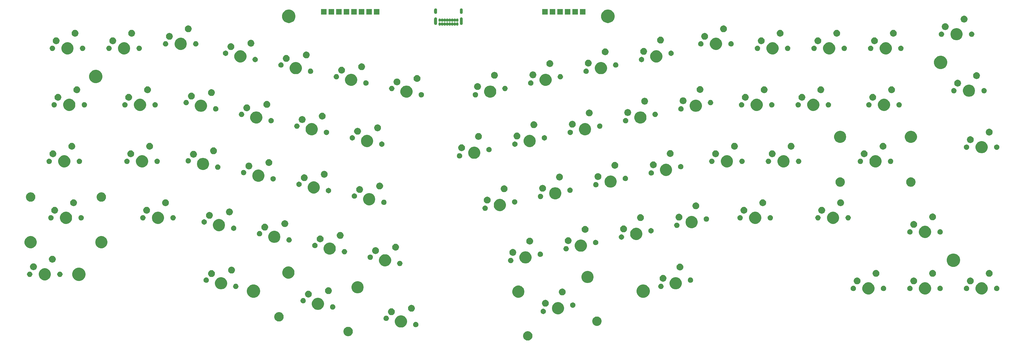
<source format=gbr>
G04 #@! TF.GenerationSoftware,KiCad,Pcbnew,(5.1.6)-1*
G04 #@! TF.CreationDate,2020-09-14T21:11:51+02:00*
G04 #@! TF.ProjectId,arisu,61726973-752e-46b6-9963-61645f706362,1.1*
G04 #@! TF.SameCoordinates,Original*
G04 #@! TF.FileFunction,Soldermask,Top*
G04 #@! TF.FilePolarity,Negative*
%FSLAX46Y46*%
G04 Gerber Fmt 4.6, Leading zero omitted, Abs format (unit mm)*
G04 Created by KiCad (PCBNEW (5.1.6)-1) date 2020-09-14 21:11:51*
%MOMM*%
%LPD*%
G01*
G04 APERTURE LIST*
%ADD10C,0.100000*%
G04 APERTURE END LIST*
D10*
G36*
X202466221Y-134132141D02*
G01*
X202694840Y-134177615D01*
X202981654Y-134296418D01*
X203239780Y-134468892D01*
X203459297Y-134688409D01*
X203631771Y-134946535D01*
X203750574Y-135233349D01*
X203811138Y-135537829D01*
X203811138Y-135848273D01*
X203750574Y-136152753D01*
X203631771Y-136439567D01*
X203459297Y-136697693D01*
X203239780Y-136917210D01*
X202981654Y-137089684D01*
X202694840Y-137208487D01*
X202466221Y-137253961D01*
X202390362Y-137269051D01*
X202079914Y-137269051D01*
X202004055Y-137253961D01*
X201775436Y-137208487D01*
X201488622Y-137089684D01*
X201230496Y-136917210D01*
X201010979Y-136697693D01*
X200838505Y-136439567D01*
X200719702Y-136152753D01*
X200659138Y-135848273D01*
X200659138Y-135537829D01*
X200719702Y-135233349D01*
X200838505Y-134946535D01*
X201010979Y-134688409D01*
X201230496Y-134468892D01*
X201488622Y-134296418D01*
X201775436Y-134177615D01*
X202004055Y-134132141D01*
X202079914Y-134117051D01*
X202390362Y-134117051D01*
X202466221Y-134132141D01*
G37*
G36*
X142022695Y-132645788D02*
G01*
X142256630Y-132692320D01*
X142543444Y-132811123D01*
X142801570Y-132983597D01*
X143021087Y-133203114D01*
X143193561Y-133461240D01*
X143312364Y-133748054D01*
X143372928Y-134052534D01*
X143372928Y-134362978D01*
X143312364Y-134667458D01*
X143193561Y-134954272D01*
X143021087Y-135212398D01*
X142801570Y-135431915D01*
X142543444Y-135604389D01*
X142256630Y-135723192D01*
X142028011Y-135768666D01*
X141952152Y-135783756D01*
X141641704Y-135783756D01*
X141565845Y-135768666D01*
X141337226Y-135723192D01*
X141050412Y-135604389D01*
X140792286Y-135431915D01*
X140572769Y-135212398D01*
X140400295Y-134954272D01*
X140281492Y-134667458D01*
X140220928Y-134362978D01*
X140220928Y-134052534D01*
X140281492Y-133748054D01*
X140400295Y-133461240D01*
X140572769Y-133203114D01*
X140792286Y-132983597D01*
X141050412Y-132811123D01*
X141337226Y-132692320D01*
X141571161Y-132645788D01*
X141641704Y-132631756D01*
X141952152Y-132631756D01*
X142022695Y-132645788D01*
G37*
G36*
X160161751Y-128856033D02*
G01*
X160445503Y-128973567D01*
X160535010Y-129010642D01*
X160870933Y-129235099D01*
X161156613Y-129520779D01*
X161303168Y-129740113D01*
X161381071Y-129856704D01*
X161535679Y-130229961D01*
X161614497Y-130626208D01*
X161614497Y-131030222D01*
X161535679Y-131426469D01*
X161382753Y-131795665D01*
X161381070Y-131799728D01*
X161156613Y-132135651D01*
X160870933Y-132421331D01*
X160535010Y-132645788D01*
X160535009Y-132645789D01*
X160535008Y-132645789D01*
X160161751Y-132800397D01*
X159765504Y-132879215D01*
X159361490Y-132879215D01*
X158965243Y-132800397D01*
X158591986Y-132645789D01*
X158591985Y-132645789D01*
X158591984Y-132645788D01*
X158256061Y-132421331D01*
X157970381Y-132135651D01*
X157745924Y-131799728D01*
X157744241Y-131795665D01*
X157591315Y-131426469D01*
X157512497Y-131030222D01*
X157512497Y-130626208D01*
X157591315Y-130229961D01*
X157745923Y-129856704D01*
X157823827Y-129740113D01*
X157970381Y-129520779D01*
X158256061Y-129235099D01*
X158591984Y-129010642D01*
X158681491Y-128973567D01*
X158965243Y-128856033D01*
X159361490Y-128777215D01*
X159765504Y-128777215D01*
X160161751Y-128856033D01*
G37*
G36*
X164645999Y-130988333D02*
G01*
X164795299Y-131018030D01*
X164959271Y-131085950D01*
X165106841Y-131184553D01*
X165232340Y-131310052D01*
X165330943Y-131457622D01*
X165398863Y-131621594D01*
X165433487Y-131795665D01*
X165433487Y-131973147D01*
X165398863Y-132147218D01*
X165330943Y-132311190D01*
X165232340Y-132458760D01*
X165106841Y-132584259D01*
X164959271Y-132682862D01*
X164795299Y-132750782D01*
X164645999Y-132780479D01*
X164621229Y-132785406D01*
X164443745Y-132785406D01*
X164418975Y-132780479D01*
X164269675Y-132750782D01*
X164105703Y-132682862D01*
X163958133Y-132584259D01*
X163832634Y-132458760D01*
X163734031Y-132311190D01*
X163666111Y-132147218D01*
X163631487Y-131973147D01*
X163631487Y-131795665D01*
X163666111Y-131621594D01*
X163734031Y-131457622D01*
X163832634Y-131310052D01*
X163958133Y-131184553D01*
X164105703Y-131085950D01*
X164269675Y-131018030D01*
X164418975Y-130988333D01*
X164443745Y-130983406D01*
X164621229Y-130983406D01*
X164645999Y-130988333D01*
G37*
G36*
X225746134Y-129183843D02*
G01*
X225974753Y-129229317D01*
X226261567Y-129348120D01*
X226519693Y-129520594D01*
X226739210Y-129740111D01*
X226911684Y-129998237D01*
X227030487Y-130285051D01*
X227067648Y-130471875D01*
X227087262Y-130570479D01*
X227091051Y-130589531D01*
X227091051Y-130899975D01*
X227030487Y-131204455D01*
X226911684Y-131491269D01*
X226739210Y-131749395D01*
X226519693Y-131968912D01*
X226261567Y-132141386D01*
X225974753Y-132260189D01*
X225746134Y-132305663D01*
X225670275Y-132320753D01*
X225359827Y-132320753D01*
X225283968Y-132305663D01*
X225055349Y-132260189D01*
X224768535Y-132141386D01*
X224510409Y-131968912D01*
X224290892Y-131749395D01*
X224118418Y-131491269D01*
X223999615Y-131204455D01*
X223939051Y-130899975D01*
X223939051Y-130589531D01*
X223942841Y-130570479D01*
X223962454Y-130471875D01*
X223999615Y-130285051D01*
X224118418Y-129998237D01*
X224290892Y-129740111D01*
X224510409Y-129520594D01*
X224768535Y-129348120D01*
X225055349Y-129229317D01*
X225283968Y-129183843D01*
X225359827Y-129168753D01*
X225670275Y-129168753D01*
X225746134Y-129183843D01*
G37*
G36*
X118748098Y-127698548D02*
G01*
X118976717Y-127744022D01*
X119263531Y-127862825D01*
X119521657Y-128035299D01*
X119741174Y-128254816D01*
X119913648Y-128512942D01*
X120032451Y-128799756D01*
X120093015Y-129104236D01*
X120093015Y-129414680D01*
X120032451Y-129719160D01*
X119913648Y-130005974D01*
X119741174Y-130264100D01*
X119521657Y-130483617D01*
X119263531Y-130656091D01*
X118976717Y-130774894D01*
X118748098Y-130820368D01*
X118672239Y-130835458D01*
X118361791Y-130835458D01*
X118285932Y-130820368D01*
X118057313Y-130774894D01*
X117770499Y-130656091D01*
X117512373Y-130483617D01*
X117292856Y-130264100D01*
X117120382Y-130005974D01*
X117001579Y-129719160D01*
X116941015Y-129414680D01*
X116941015Y-129104236D01*
X117001579Y-128799756D01*
X117120382Y-128512942D01*
X117292856Y-128254816D01*
X117512373Y-128035299D01*
X117770499Y-127862825D01*
X118057313Y-127744022D01*
X118285932Y-127698548D01*
X118361791Y-127683458D01*
X118672239Y-127683458D01*
X118748098Y-127698548D01*
G37*
G36*
X154708019Y-128875950D02*
G01*
X154857319Y-128905647D01*
X155021291Y-128973567D01*
X155168861Y-129072170D01*
X155294360Y-129197669D01*
X155392963Y-129345239D01*
X155460883Y-129509211D01*
X155495507Y-129683282D01*
X155495507Y-129860764D01*
X155460883Y-130034835D01*
X155392963Y-130198807D01*
X155294360Y-130346377D01*
X155168861Y-130471876D01*
X155021291Y-130570479D01*
X154857319Y-130638399D01*
X154708019Y-130668096D01*
X154683249Y-130673023D01*
X154505765Y-130673023D01*
X154480995Y-130668096D01*
X154331695Y-130638399D01*
X154167723Y-130570479D01*
X154020153Y-130471876D01*
X153894654Y-130346377D01*
X153796051Y-130198807D01*
X153728131Y-130034835D01*
X153693507Y-129860764D01*
X153693507Y-129683282D01*
X153728131Y-129509211D01*
X153796051Y-129345239D01*
X153894654Y-129197669D01*
X154020153Y-129072170D01*
X154167723Y-128973567D01*
X154331695Y-128905647D01*
X154480995Y-128875950D01*
X154505765Y-128871023D01*
X154683249Y-128871023D01*
X154708019Y-128875950D01*
G37*
G36*
X156589399Y-126422692D02*
G01*
X156700584Y-126444808D01*
X156910053Y-126531573D01*
X157098570Y-126657536D01*
X157258890Y-126817856D01*
X157384853Y-127006373D01*
X157450662Y-127165249D01*
X157471618Y-127215843D01*
X157515850Y-127438211D01*
X157515850Y-127664941D01*
X157493734Y-127776125D01*
X157471618Y-127887310D01*
X157384853Y-128096779D01*
X157258890Y-128285296D01*
X157098570Y-128445616D01*
X156910053Y-128571579D01*
X156700584Y-128658344D01*
X156589399Y-128680460D01*
X156478215Y-128702576D01*
X156251485Y-128702576D01*
X156140301Y-128680460D01*
X156029116Y-128658344D01*
X155819647Y-128571579D01*
X155631130Y-128445616D01*
X155470810Y-128285296D01*
X155344847Y-128096779D01*
X155258082Y-127887310D01*
X155235966Y-127776125D01*
X155213850Y-127664941D01*
X155213850Y-127438211D01*
X155258082Y-127215843D01*
X155279039Y-127165249D01*
X155344847Y-127006373D01*
X155470810Y-126817856D01*
X155631130Y-126657536D01*
X155819647Y-126531573D01*
X156029116Y-126444808D01*
X156140301Y-126422692D01*
X156251485Y-126400576D01*
X156478215Y-126400576D01*
X156589399Y-126422692D01*
G37*
G36*
X213017967Y-124399687D02*
G01*
X213391224Y-124554295D01*
X213391226Y-124554296D01*
X213727149Y-124778753D01*
X214012829Y-125064433D01*
X214215942Y-125368412D01*
X214237287Y-125400358D01*
X214391895Y-125773615D01*
X214470713Y-126169862D01*
X214470713Y-126573876D01*
X214391895Y-126970123D01*
X214238969Y-127339319D01*
X214237286Y-127343382D01*
X214012829Y-127679305D01*
X213727149Y-127964985D01*
X213391226Y-128189442D01*
X213391225Y-128189443D01*
X213391224Y-128189443D01*
X213017967Y-128344051D01*
X212621720Y-128422869D01*
X212217706Y-128422869D01*
X211821459Y-128344051D01*
X211448202Y-128189443D01*
X211448201Y-128189443D01*
X211448200Y-128189442D01*
X211112277Y-127964985D01*
X210826597Y-127679305D01*
X210602140Y-127343382D01*
X210600457Y-127339319D01*
X210447531Y-126970123D01*
X210368713Y-126573876D01*
X210368713Y-126169862D01*
X210447531Y-125773615D01*
X210602139Y-125400358D01*
X210623485Y-125368412D01*
X210826597Y-125064433D01*
X211112277Y-124778753D01*
X211448200Y-124554296D01*
X211448202Y-124554295D01*
X211821459Y-124399687D01*
X212217706Y-124320869D01*
X212621720Y-124320869D01*
X213017967Y-124399687D01*
G37*
G36*
X207562148Y-126531572D02*
G01*
X207713535Y-126561684D01*
X207877507Y-126629604D01*
X208025077Y-126728207D01*
X208150576Y-126853706D01*
X208249179Y-127001276D01*
X208317099Y-127165248D01*
X208351723Y-127339319D01*
X208351723Y-127516801D01*
X208317099Y-127690872D01*
X208249179Y-127854844D01*
X208150576Y-128002414D01*
X208025077Y-128127913D01*
X207877507Y-128226516D01*
X207713535Y-128294436D01*
X207564235Y-128324133D01*
X207539465Y-128329060D01*
X207361981Y-128329060D01*
X207337211Y-128324133D01*
X207187911Y-128294436D01*
X207023939Y-128226516D01*
X206876369Y-128127913D01*
X206750870Y-128002414D01*
X206652267Y-127854844D01*
X206584347Y-127690872D01*
X206549723Y-127516801D01*
X206549723Y-127339319D01*
X206584347Y-127165248D01*
X206652267Y-127001276D01*
X206750870Y-126853706D01*
X206876369Y-126728207D01*
X207023939Y-126629604D01*
X207187911Y-126561684D01*
X207339298Y-126531572D01*
X207361981Y-126527060D01*
X207539465Y-126527060D01*
X207562148Y-126531572D01*
G37*
G36*
X163328732Y-125258437D02*
G01*
X163439917Y-125280553D01*
X163649386Y-125367318D01*
X163837903Y-125493281D01*
X163998223Y-125653601D01*
X164124186Y-125842118D01*
X164202634Y-126031507D01*
X164210951Y-126051588D01*
X164255183Y-126273956D01*
X164255183Y-126500686D01*
X164233067Y-126611870D01*
X164210951Y-126723055D01*
X164124186Y-126932524D01*
X163998223Y-127121041D01*
X163837903Y-127281361D01*
X163649386Y-127407324D01*
X163439917Y-127494089D01*
X163328732Y-127516205D01*
X163217548Y-127538321D01*
X162990818Y-127538321D01*
X162879634Y-127516205D01*
X162768449Y-127494089D01*
X162558980Y-127407324D01*
X162370463Y-127281361D01*
X162210143Y-127121041D01*
X162084180Y-126932524D01*
X161997415Y-126723055D01*
X161975299Y-126611870D01*
X161953183Y-126500686D01*
X161953183Y-126273956D01*
X161997415Y-126051588D01*
X162005733Y-126031507D01*
X162084180Y-125842118D01*
X162210143Y-125653601D01*
X162370463Y-125493281D01*
X162558980Y-125367318D01*
X162768449Y-125280553D01*
X162879634Y-125258437D01*
X162990818Y-125236321D01*
X163217548Y-125236321D01*
X163328732Y-125258437D01*
G37*
G36*
X132210607Y-122914392D02*
G01*
X132494359Y-123031926D01*
X132583866Y-123069001D01*
X132919789Y-123293458D01*
X133205469Y-123579138D01*
X133314050Y-123741640D01*
X133429927Y-123915063D01*
X133584535Y-124288320D01*
X133663353Y-124684567D01*
X133663353Y-125088581D01*
X133584535Y-125484828D01*
X133431609Y-125854024D01*
X133429926Y-125858087D01*
X133205469Y-126194010D01*
X132919789Y-126479690D01*
X132583866Y-126704147D01*
X132583865Y-126704148D01*
X132583864Y-126704148D01*
X132210607Y-126858756D01*
X131814360Y-126937574D01*
X131410346Y-126937574D01*
X131014099Y-126858756D01*
X130640842Y-126704148D01*
X130640841Y-126704148D01*
X130640840Y-126704147D01*
X130304917Y-126479690D01*
X130019237Y-126194010D01*
X129794780Y-125858087D01*
X129793097Y-125854024D01*
X129640171Y-125484828D01*
X129561353Y-125088581D01*
X129561353Y-124684567D01*
X129640171Y-124288320D01*
X129794779Y-123915063D01*
X129910657Y-123741640D01*
X130019237Y-123579138D01*
X130304917Y-123293458D01*
X130640840Y-123069001D01*
X130730347Y-123031926D01*
X131014099Y-122914392D01*
X131410346Y-122835574D01*
X131814360Y-122835574D01*
X132210607Y-122914392D01*
G37*
G36*
X136694855Y-125046692D02*
G01*
X136844155Y-125076389D01*
X137008127Y-125144309D01*
X137155697Y-125242912D01*
X137281196Y-125368411D01*
X137379799Y-125515981D01*
X137447719Y-125679953D01*
X137482343Y-125854024D01*
X137482343Y-126031506D01*
X137447719Y-126205577D01*
X137379799Y-126369549D01*
X137281196Y-126517119D01*
X137155697Y-126642618D01*
X137008127Y-126741221D01*
X136844155Y-126809141D01*
X136694855Y-126838838D01*
X136670085Y-126843765D01*
X136492601Y-126843765D01*
X136467831Y-126838838D01*
X136318531Y-126809141D01*
X136154559Y-126741221D01*
X136006989Y-126642618D01*
X135881490Y-126517119D01*
X135782887Y-126369549D01*
X135714967Y-126205577D01*
X135680343Y-126031506D01*
X135680343Y-125854024D01*
X135714967Y-125679953D01*
X135782887Y-125515981D01*
X135881490Y-125368411D01*
X136006989Y-125242912D01*
X136154559Y-125144309D01*
X136318531Y-125076389D01*
X136467831Y-125046692D01*
X136492601Y-125041765D01*
X136670085Y-125041765D01*
X136694855Y-125046692D01*
G37*
G36*
X217502214Y-124419605D02*
G01*
X217651514Y-124449302D01*
X217815486Y-124517222D01*
X217963056Y-124615825D01*
X218088555Y-124741324D01*
X218187158Y-124888894D01*
X218255078Y-125052866D01*
X218289702Y-125226937D01*
X218289702Y-125404419D01*
X218255078Y-125578490D01*
X218187158Y-125742462D01*
X218088555Y-125890032D01*
X217963056Y-126015531D01*
X217815486Y-126114134D01*
X217651514Y-126182054D01*
X217502214Y-126211751D01*
X217477444Y-126216678D01*
X217299960Y-126216678D01*
X217275190Y-126211751D01*
X217125890Y-126182054D01*
X216961918Y-126114134D01*
X216814348Y-126015531D01*
X216688849Y-125890032D01*
X216590246Y-125742462D01*
X216522326Y-125578490D01*
X216487702Y-125404419D01*
X216487702Y-125226937D01*
X216522326Y-125052866D01*
X216590246Y-124888894D01*
X216688849Y-124741324D01*
X216814348Y-124615825D01*
X216961918Y-124517222D01*
X217125890Y-124449302D01*
X217275190Y-124419605D01*
X217299960Y-124414678D01*
X217477444Y-124414678D01*
X217502214Y-124419605D01*
G37*
G36*
X208389424Y-123550634D02*
G01*
X208500609Y-123572750D01*
X208710078Y-123659515D01*
X208898595Y-123785478D01*
X209058915Y-123945798D01*
X209184878Y-124134315D01*
X209271643Y-124343784D01*
X209315875Y-124566154D01*
X209315875Y-124792882D01*
X209271643Y-125015252D01*
X209184878Y-125224721D01*
X209058915Y-125413238D01*
X208898595Y-125573558D01*
X208710078Y-125699521D01*
X208500609Y-125786286D01*
X208389424Y-125808402D01*
X208278240Y-125830518D01*
X208051510Y-125830518D01*
X207940326Y-125808402D01*
X207829141Y-125786286D01*
X207619672Y-125699521D01*
X207431155Y-125573558D01*
X207270835Y-125413238D01*
X207144872Y-125224721D01*
X207058107Y-125015252D01*
X207013875Y-124792882D01*
X207013875Y-124566154D01*
X207058107Y-124343784D01*
X207144872Y-124134315D01*
X207270835Y-123945798D01*
X207431155Y-123785478D01*
X207619672Y-123659515D01*
X207829141Y-123572750D01*
X207940326Y-123550634D01*
X208051510Y-123528518D01*
X208278240Y-123528518D01*
X208389424Y-123550634D01*
G37*
G36*
X126756875Y-122934309D02*
G01*
X126906175Y-122964006D01*
X127070147Y-123031926D01*
X127217717Y-123130529D01*
X127343216Y-123256028D01*
X127441819Y-123403598D01*
X127509739Y-123567570D01*
X127544363Y-123741641D01*
X127544363Y-123919123D01*
X127509739Y-124093194D01*
X127441819Y-124257166D01*
X127343216Y-124404736D01*
X127217717Y-124530235D01*
X127070147Y-124628838D01*
X126906175Y-124696758D01*
X126756875Y-124726455D01*
X126732105Y-124731382D01*
X126554621Y-124731382D01*
X126529851Y-124726455D01*
X126380551Y-124696758D01*
X126216579Y-124628838D01*
X126069009Y-124530235D01*
X125943510Y-124404736D01*
X125844907Y-124257166D01*
X125776987Y-124093194D01*
X125742363Y-123919123D01*
X125742363Y-123741641D01*
X125776987Y-123567570D01*
X125844907Y-123403598D01*
X125943510Y-123256028D01*
X126069009Y-123130529D01*
X126216579Y-123031926D01*
X126380551Y-122964006D01*
X126529851Y-122934309D01*
X126554621Y-122929382D01*
X126732105Y-122929382D01*
X126756875Y-122934309D01*
G37*
G36*
X241335880Y-118368776D02*
G01*
X241716593Y-118444504D01*
X242126249Y-118614189D01*
X242494929Y-118860534D01*
X242808466Y-119174071D01*
X243054811Y-119542751D01*
X243224496Y-119952407D01*
X243311000Y-120387296D01*
X243311000Y-120830704D01*
X243224496Y-121265593D01*
X243054811Y-121675249D01*
X242808466Y-122043929D01*
X242494929Y-122357466D01*
X242126249Y-122603811D01*
X241716593Y-122773496D01*
X241335880Y-122849224D01*
X241281705Y-122860000D01*
X240838295Y-122860000D01*
X240784120Y-122849224D01*
X240403407Y-122773496D01*
X239993751Y-122603811D01*
X239625071Y-122357466D01*
X239311534Y-122043929D01*
X239065189Y-121675249D01*
X238895504Y-121265593D01*
X238809000Y-120830704D01*
X238809000Y-120387296D01*
X238895504Y-119952407D01*
X239065189Y-119542751D01*
X239311534Y-119174071D01*
X239625071Y-118860534D01*
X239993751Y-118614189D01*
X240403407Y-118444504D01*
X240784120Y-118368776D01*
X240838295Y-118358000D01*
X241281705Y-118358000D01*
X241335880Y-118368776D01*
G37*
G36*
X110234880Y-118368776D02*
G01*
X110615593Y-118444504D01*
X111025249Y-118614189D01*
X111393929Y-118860534D01*
X111707466Y-119174071D01*
X111953811Y-119542751D01*
X112123496Y-119952407D01*
X112210000Y-120387296D01*
X112210000Y-120830704D01*
X112123496Y-121265593D01*
X111953811Y-121675249D01*
X111707466Y-122043929D01*
X111393929Y-122357466D01*
X111025249Y-122603811D01*
X110615593Y-122773496D01*
X110234880Y-122849224D01*
X110180705Y-122860000D01*
X109737295Y-122860000D01*
X109683120Y-122849224D01*
X109302407Y-122773496D01*
X108892751Y-122603811D01*
X108524071Y-122357466D01*
X108210534Y-122043929D01*
X107964189Y-121675249D01*
X107794504Y-121265593D01*
X107708000Y-120830704D01*
X107708000Y-120387296D01*
X107794504Y-119952407D01*
X107964189Y-119542751D01*
X108210534Y-119174071D01*
X108524071Y-118860534D01*
X108892751Y-118614189D01*
X109302407Y-118444504D01*
X109683120Y-118368776D01*
X109737295Y-118358000D01*
X110180705Y-118358000D01*
X110234880Y-118368776D01*
G37*
G36*
X199664818Y-118813900D02*
G01*
X199937636Y-118926905D01*
X200038077Y-118968509D01*
X200374000Y-119192966D01*
X200659680Y-119478646D01*
X200881061Y-119809965D01*
X200884138Y-119814571D01*
X201038746Y-120187828D01*
X201117564Y-120584075D01*
X201117564Y-120988089D01*
X201038746Y-121384336D01*
X200884138Y-121757593D01*
X200884137Y-121757595D01*
X200659680Y-122093518D01*
X200374000Y-122379198D01*
X200038077Y-122603655D01*
X200038076Y-122603656D01*
X200038075Y-122603656D01*
X199664818Y-122758264D01*
X199268571Y-122837082D01*
X198864557Y-122837082D01*
X198468310Y-122758264D01*
X198095053Y-122603656D01*
X198095052Y-122603656D01*
X198095051Y-122603655D01*
X197759128Y-122379198D01*
X197473448Y-122093518D01*
X197248991Y-121757595D01*
X197248990Y-121757593D01*
X197094382Y-121384336D01*
X197015564Y-120988089D01*
X197015564Y-120584075D01*
X197094382Y-120187828D01*
X197248990Y-119814571D01*
X197252068Y-119809965D01*
X197473448Y-119478646D01*
X197759128Y-119192966D01*
X198095051Y-118968509D01*
X198195492Y-118926905D01*
X198468310Y-118813900D01*
X198864557Y-118735082D01*
X199268571Y-118735082D01*
X199664818Y-118813900D01*
G37*
G36*
X128638255Y-120481051D02*
G01*
X128749440Y-120503167D01*
X128860996Y-120549375D01*
X128944772Y-120584076D01*
X128958909Y-120589932D01*
X129147426Y-120715895D01*
X129307746Y-120876215D01*
X129433709Y-121064732D01*
X129519963Y-121272967D01*
X129520474Y-121274202D01*
X129564706Y-121496570D01*
X129564706Y-121723300D01*
X129557885Y-121757593D01*
X129520474Y-121945669D01*
X129433709Y-122155138D01*
X129307746Y-122343655D01*
X129147426Y-122503975D01*
X128958909Y-122629938D01*
X128749440Y-122716703D01*
X128638255Y-122738819D01*
X128527071Y-122760935D01*
X128300341Y-122760935D01*
X128189157Y-122738819D01*
X128077972Y-122716703D01*
X127868503Y-122629938D01*
X127679986Y-122503975D01*
X127519666Y-122343655D01*
X127393703Y-122155138D01*
X127306938Y-121945669D01*
X127269527Y-121757593D01*
X127262706Y-121723300D01*
X127262706Y-121496570D01*
X127306938Y-121274202D01*
X127307450Y-121272967D01*
X127393703Y-121064732D01*
X127519666Y-120876215D01*
X127679986Y-120715895D01*
X127868503Y-120589932D01*
X127882641Y-120584076D01*
X127966416Y-120549375D01*
X128077972Y-120503167D01*
X128189157Y-120481051D01*
X128300341Y-120458935D01*
X128527071Y-120458935D01*
X128638255Y-120481051D01*
G37*
G36*
X214072565Y-119745900D02*
G01*
X214183750Y-119768016D01*
X214393219Y-119854781D01*
X214581736Y-119980744D01*
X214742056Y-120141064D01*
X214868019Y-120329581D01*
X214868020Y-120329583D01*
X214890085Y-120382852D01*
X214954784Y-120539050D01*
X214999016Y-120761420D01*
X214999016Y-120988148D01*
X214954784Y-121210518D01*
X214868019Y-121419987D01*
X214742056Y-121608504D01*
X214581736Y-121768824D01*
X214393219Y-121894787D01*
X214183750Y-121981552D01*
X214072565Y-122003668D01*
X213961381Y-122025784D01*
X213734651Y-122025784D01*
X213623467Y-122003668D01*
X213512282Y-121981552D01*
X213302813Y-121894787D01*
X213114296Y-121768824D01*
X212953976Y-121608504D01*
X212828013Y-121419987D01*
X212741248Y-121210518D01*
X212697016Y-120988148D01*
X212697016Y-120761420D01*
X212741248Y-120539050D01*
X212805947Y-120382852D01*
X212828012Y-120329583D01*
X212828013Y-120329581D01*
X212953976Y-120141064D01*
X213114296Y-119980744D01*
X213302813Y-119854781D01*
X213512282Y-119768016D01*
X213623467Y-119745900D01*
X213734651Y-119723784D01*
X213961381Y-119723784D01*
X214072565Y-119745900D01*
G37*
G36*
X317473254Y-117710818D02*
G01*
X317846511Y-117865426D01*
X317846513Y-117865427D01*
X318182436Y-118089884D01*
X318468116Y-118375564D01*
X318686589Y-118702531D01*
X318692574Y-118711489D01*
X318847182Y-119084746D01*
X318926000Y-119480993D01*
X318926000Y-119885007D01*
X318847182Y-120281254D01*
X318692574Y-120654511D01*
X318692573Y-120654513D01*
X318468116Y-120990436D01*
X318182436Y-121276116D01*
X317846513Y-121500573D01*
X317846512Y-121500574D01*
X317846511Y-121500574D01*
X317473254Y-121655182D01*
X317077007Y-121734000D01*
X316672993Y-121734000D01*
X316276746Y-121655182D01*
X315903489Y-121500574D01*
X315903488Y-121500574D01*
X315903487Y-121500573D01*
X315567564Y-121276116D01*
X315281884Y-120990436D01*
X315057427Y-120654513D01*
X315057426Y-120654511D01*
X314902818Y-120281254D01*
X314824000Y-119885007D01*
X314824000Y-119480993D01*
X314902818Y-119084746D01*
X315057426Y-118711489D01*
X315063412Y-118702531D01*
X315281884Y-118375564D01*
X315567564Y-118089884D01*
X315903487Y-117865427D01*
X315903489Y-117865426D01*
X316276746Y-117710818D01*
X316672993Y-117632000D01*
X317077007Y-117632000D01*
X317473254Y-117710818D01*
G37*
G36*
X336523254Y-117710818D02*
G01*
X336896511Y-117865426D01*
X336896513Y-117865427D01*
X337232436Y-118089884D01*
X337518116Y-118375564D01*
X337736589Y-118702531D01*
X337742574Y-118711489D01*
X337897182Y-119084746D01*
X337976000Y-119480993D01*
X337976000Y-119885007D01*
X337897182Y-120281254D01*
X337742574Y-120654511D01*
X337742573Y-120654513D01*
X337518116Y-120990436D01*
X337232436Y-121276116D01*
X336896513Y-121500573D01*
X336896512Y-121500574D01*
X336896511Y-121500574D01*
X336523254Y-121655182D01*
X336127007Y-121734000D01*
X335722993Y-121734000D01*
X335326746Y-121655182D01*
X334953489Y-121500574D01*
X334953488Y-121500574D01*
X334953487Y-121500573D01*
X334617564Y-121276116D01*
X334331884Y-120990436D01*
X334107427Y-120654513D01*
X334107426Y-120654511D01*
X333952818Y-120281254D01*
X333874000Y-119885007D01*
X333874000Y-119480993D01*
X333952818Y-119084746D01*
X334107426Y-118711489D01*
X334113412Y-118702531D01*
X334331884Y-118375564D01*
X334617564Y-118089884D01*
X334953487Y-117865427D01*
X334953489Y-117865426D01*
X335326746Y-117710818D01*
X335722993Y-117632000D01*
X336127007Y-117632000D01*
X336523254Y-117710818D01*
G37*
G36*
X355573254Y-117710818D02*
G01*
X355946511Y-117865426D01*
X355946513Y-117865427D01*
X356282436Y-118089884D01*
X356568116Y-118375564D01*
X356786589Y-118702531D01*
X356792574Y-118711489D01*
X356947182Y-119084746D01*
X357026000Y-119480993D01*
X357026000Y-119885007D01*
X356947182Y-120281254D01*
X356792574Y-120654511D01*
X356792573Y-120654513D01*
X356568116Y-120990436D01*
X356282436Y-121276116D01*
X355946513Y-121500573D01*
X355946512Y-121500574D01*
X355946511Y-121500574D01*
X355573254Y-121655182D01*
X355177007Y-121734000D01*
X354772993Y-121734000D01*
X354376746Y-121655182D01*
X354003489Y-121500574D01*
X354003488Y-121500574D01*
X354003487Y-121500573D01*
X353667564Y-121276116D01*
X353381884Y-120990436D01*
X353157427Y-120654513D01*
X353157426Y-120654511D01*
X353002818Y-120281254D01*
X352924000Y-119885007D01*
X352924000Y-119480993D01*
X353002818Y-119084746D01*
X353157426Y-118711489D01*
X353163412Y-118702531D01*
X353381884Y-118375564D01*
X353667564Y-118089884D01*
X354003487Y-117865427D01*
X354003489Y-117865426D01*
X354376746Y-117710818D01*
X354772993Y-117632000D01*
X355177007Y-117632000D01*
X355573254Y-117710818D01*
G37*
G36*
X135377588Y-119316795D02*
G01*
X135488773Y-119338911D01*
X135636889Y-119400263D01*
X135684996Y-119420189D01*
X135698242Y-119425676D01*
X135886759Y-119551639D01*
X136047079Y-119711959D01*
X136173042Y-119900476D01*
X136259807Y-120109945D01*
X136304039Y-120332315D01*
X136304039Y-120559043D01*
X136259807Y-120781413D01*
X136220539Y-120876215D01*
X136174175Y-120988148D01*
X136173042Y-120990882D01*
X136047079Y-121179399D01*
X135886759Y-121339719D01*
X135698242Y-121465682D01*
X135488773Y-121552447D01*
X135377588Y-121574563D01*
X135266404Y-121596679D01*
X135039674Y-121596679D01*
X134928490Y-121574563D01*
X134817305Y-121552447D01*
X134607836Y-121465682D01*
X134419319Y-121339719D01*
X134258999Y-121179399D01*
X134133036Y-120990882D01*
X134131904Y-120988148D01*
X134085539Y-120876215D01*
X134046271Y-120781413D01*
X134002039Y-120559043D01*
X134002039Y-120332315D01*
X134046271Y-120109945D01*
X134133036Y-119900476D01*
X134258999Y-119711959D01*
X134419319Y-119551639D01*
X134607836Y-119425676D01*
X134621083Y-119420189D01*
X134669189Y-119400263D01*
X134817305Y-119338911D01*
X134928490Y-119316795D01*
X135039674Y-119294679D01*
X135266404Y-119294679D01*
X135377588Y-119316795D01*
G37*
G36*
X145563756Y-117328604D02*
G01*
X145926202Y-117478734D01*
X145937015Y-117483213D01*
X146272938Y-117707670D01*
X146558618Y-117993350D01*
X146771356Y-118311734D01*
X146783076Y-118329275D01*
X146937684Y-118702532D01*
X147016502Y-119098779D01*
X147016502Y-119502793D01*
X146937684Y-119899040D01*
X146783076Y-120272297D01*
X146783075Y-120272299D01*
X146558618Y-120608222D01*
X146272938Y-120893902D01*
X145937015Y-121118359D01*
X145937014Y-121118360D01*
X145937013Y-121118360D01*
X145563756Y-121272968D01*
X145167509Y-121351786D01*
X144763495Y-121351786D01*
X144367248Y-121272968D01*
X143993991Y-121118360D01*
X143993990Y-121118360D01*
X143993989Y-121118359D01*
X143658066Y-120893902D01*
X143372386Y-120608222D01*
X143147929Y-120272299D01*
X143147928Y-120272297D01*
X142993320Y-119899040D01*
X142914502Y-119502793D01*
X142914502Y-119098779D01*
X142993320Y-118702532D01*
X143147928Y-118329275D01*
X143159649Y-118311734D01*
X143372386Y-117993350D01*
X143658066Y-117707670D01*
X143993989Y-117483213D01*
X144004802Y-117478734D01*
X144367248Y-117328604D01*
X144763495Y-117249786D01*
X145167509Y-117249786D01*
X145563756Y-117328604D01*
G37*
G36*
X360168512Y-118786927D02*
G01*
X360317812Y-118816624D01*
X360481784Y-118884544D01*
X360629354Y-118983147D01*
X360754853Y-119108646D01*
X360853456Y-119256216D01*
X360921376Y-119420188D01*
X360956000Y-119594259D01*
X360956000Y-119771741D01*
X360921376Y-119945812D01*
X360853456Y-120109784D01*
X360754853Y-120257354D01*
X360629354Y-120382853D01*
X360481784Y-120481456D01*
X360317812Y-120549376D01*
X360168512Y-120579073D01*
X360143742Y-120584000D01*
X359966258Y-120584000D01*
X359941488Y-120579073D01*
X359792188Y-120549376D01*
X359628216Y-120481456D01*
X359480646Y-120382853D01*
X359355147Y-120257354D01*
X359256544Y-120109784D01*
X359188624Y-119945812D01*
X359154000Y-119771741D01*
X359154000Y-119594259D01*
X359188624Y-119420188D01*
X359256544Y-119256216D01*
X359355147Y-119108646D01*
X359480646Y-118983147D01*
X359628216Y-118884544D01*
X359792188Y-118816624D01*
X359941488Y-118786927D01*
X359966258Y-118782000D01*
X360143742Y-118782000D01*
X360168512Y-118786927D01*
G37*
G36*
X311908512Y-118786927D02*
G01*
X312057812Y-118816624D01*
X312221784Y-118884544D01*
X312369354Y-118983147D01*
X312494853Y-119108646D01*
X312593456Y-119256216D01*
X312661376Y-119420188D01*
X312696000Y-119594259D01*
X312696000Y-119771741D01*
X312661376Y-119945812D01*
X312593456Y-120109784D01*
X312494853Y-120257354D01*
X312369354Y-120382853D01*
X312221784Y-120481456D01*
X312057812Y-120549376D01*
X311908512Y-120579073D01*
X311883742Y-120584000D01*
X311706258Y-120584000D01*
X311681488Y-120579073D01*
X311532188Y-120549376D01*
X311368216Y-120481456D01*
X311220646Y-120382853D01*
X311095147Y-120257354D01*
X310996544Y-120109784D01*
X310928624Y-119945812D01*
X310894000Y-119771741D01*
X310894000Y-119594259D01*
X310928624Y-119420188D01*
X310996544Y-119256216D01*
X311095147Y-119108646D01*
X311220646Y-118983147D01*
X311368216Y-118884544D01*
X311532188Y-118816624D01*
X311681488Y-118786927D01*
X311706258Y-118782000D01*
X311883742Y-118782000D01*
X311908512Y-118786927D01*
G37*
G36*
X341118512Y-118786927D02*
G01*
X341267812Y-118816624D01*
X341431784Y-118884544D01*
X341579354Y-118983147D01*
X341704853Y-119108646D01*
X341803456Y-119256216D01*
X341871376Y-119420188D01*
X341906000Y-119594259D01*
X341906000Y-119771741D01*
X341871376Y-119945812D01*
X341803456Y-120109784D01*
X341704853Y-120257354D01*
X341579354Y-120382853D01*
X341431784Y-120481456D01*
X341267812Y-120549376D01*
X341118512Y-120579073D01*
X341093742Y-120584000D01*
X340916258Y-120584000D01*
X340891488Y-120579073D01*
X340742188Y-120549376D01*
X340578216Y-120481456D01*
X340430646Y-120382853D01*
X340305147Y-120257354D01*
X340206544Y-120109784D01*
X340138624Y-119945812D01*
X340104000Y-119771741D01*
X340104000Y-119594259D01*
X340138624Y-119420188D01*
X340206544Y-119256216D01*
X340305147Y-119108646D01*
X340430646Y-118983147D01*
X340578216Y-118884544D01*
X340742188Y-118816624D01*
X340891488Y-118786927D01*
X340916258Y-118782000D01*
X341093742Y-118782000D01*
X341118512Y-118786927D01*
G37*
G36*
X350008512Y-118786927D02*
G01*
X350157812Y-118816624D01*
X350321784Y-118884544D01*
X350469354Y-118983147D01*
X350594853Y-119108646D01*
X350693456Y-119256216D01*
X350761376Y-119420188D01*
X350796000Y-119594259D01*
X350796000Y-119771741D01*
X350761376Y-119945812D01*
X350693456Y-120109784D01*
X350594853Y-120257354D01*
X350469354Y-120382853D01*
X350321784Y-120481456D01*
X350157812Y-120549376D01*
X350008512Y-120579073D01*
X349983742Y-120584000D01*
X349806258Y-120584000D01*
X349781488Y-120579073D01*
X349632188Y-120549376D01*
X349468216Y-120481456D01*
X349320646Y-120382853D01*
X349195147Y-120257354D01*
X349096544Y-120109784D01*
X349028624Y-119945812D01*
X348994000Y-119771741D01*
X348994000Y-119594259D01*
X349028624Y-119420188D01*
X349096544Y-119256216D01*
X349195147Y-119108646D01*
X349320646Y-118983147D01*
X349468216Y-118884544D01*
X349632188Y-118816624D01*
X349781488Y-118786927D01*
X349806258Y-118782000D01*
X349983742Y-118782000D01*
X350008512Y-118786927D01*
G37*
G36*
X322068512Y-118786927D02*
G01*
X322217812Y-118816624D01*
X322381784Y-118884544D01*
X322529354Y-118983147D01*
X322654853Y-119108646D01*
X322753456Y-119256216D01*
X322821376Y-119420188D01*
X322856000Y-119594259D01*
X322856000Y-119771741D01*
X322821376Y-119945812D01*
X322753456Y-120109784D01*
X322654853Y-120257354D01*
X322529354Y-120382853D01*
X322381784Y-120481456D01*
X322217812Y-120549376D01*
X322068512Y-120579073D01*
X322043742Y-120584000D01*
X321866258Y-120584000D01*
X321841488Y-120579073D01*
X321692188Y-120549376D01*
X321528216Y-120481456D01*
X321380646Y-120382853D01*
X321255147Y-120257354D01*
X321156544Y-120109784D01*
X321088624Y-119945812D01*
X321054000Y-119771741D01*
X321054000Y-119594259D01*
X321088624Y-119420188D01*
X321156544Y-119256216D01*
X321255147Y-119108646D01*
X321380646Y-118983147D01*
X321528216Y-118884544D01*
X321692188Y-118816624D01*
X321841488Y-118786927D01*
X321866258Y-118782000D01*
X322043742Y-118782000D01*
X322068512Y-118786927D01*
G37*
G36*
X330958512Y-118786927D02*
G01*
X331107812Y-118816624D01*
X331271784Y-118884544D01*
X331419354Y-118983147D01*
X331544853Y-119108646D01*
X331643456Y-119256216D01*
X331711376Y-119420188D01*
X331746000Y-119594259D01*
X331746000Y-119771741D01*
X331711376Y-119945812D01*
X331643456Y-120109784D01*
X331544853Y-120257354D01*
X331419354Y-120382853D01*
X331271784Y-120481456D01*
X331107812Y-120549376D01*
X330958512Y-120579073D01*
X330933742Y-120584000D01*
X330756258Y-120584000D01*
X330731488Y-120579073D01*
X330582188Y-120549376D01*
X330418216Y-120481456D01*
X330270646Y-120382853D01*
X330145147Y-120257354D01*
X330046544Y-120109784D01*
X329978624Y-119945812D01*
X329944000Y-119771741D01*
X329944000Y-119594259D01*
X329978624Y-119420188D01*
X330046544Y-119256216D01*
X330145147Y-119108646D01*
X330270646Y-118983147D01*
X330418216Y-118884544D01*
X330582188Y-118816624D01*
X330731488Y-118786927D01*
X330756258Y-118782000D01*
X330933742Y-118782000D01*
X330958512Y-118786927D01*
G37*
G36*
X99602079Y-115983212D02*
G01*
X99975155Y-116137745D01*
X99975338Y-116137821D01*
X100311261Y-116362278D01*
X100596941Y-116647958D01*
X100821349Y-116983807D01*
X100821399Y-116983883D01*
X100976007Y-117357140D01*
X101054825Y-117753387D01*
X101054825Y-118157401D01*
X100976007Y-118553648D01*
X100821399Y-118926905D01*
X100821398Y-118926907D01*
X100596941Y-119262830D01*
X100311261Y-119548510D01*
X99975338Y-119772967D01*
X99975337Y-119772968D01*
X99975336Y-119772968D01*
X99602079Y-119927576D01*
X99205832Y-120006394D01*
X98801818Y-120006394D01*
X98405571Y-119927576D01*
X98032314Y-119772968D01*
X98032313Y-119772968D01*
X98032312Y-119772967D01*
X97696389Y-119548510D01*
X97410709Y-119262830D01*
X97186252Y-118926907D01*
X97186251Y-118926905D01*
X97031643Y-118553648D01*
X96952825Y-118157401D01*
X96952825Y-117753387D01*
X97031643Y-117357140D01*
X97186251Y-116983883D01*
X97186302Y-116983807D01*
X97410709Y-116647958D01*
X97696389Y-116362278D01*
X98032312Y-116137821D01*
X98032495Y-116137745D01*
X98405571Y-115983212D01*
X98801818Y-115904394D01*
X99205832Y-115904394D01*
X99602079Y-115983212D01*
G37*
G36*
X252613897Y-115983136D02*
G01*
X252987154Y-116137744D01*
X252987156Y-116137745D01*
X253323079Y-116362202D01*
X253608759Y-116647882D01*
X253787116Y-116914811D01*
X253833217Y-116983807D01*
X253987825Y-117357064D01*
X254066643Y-117753311D01*
X254066643Y-118157325D01*
X253987825Y-118553572D01*
X253834867Y-118922845D01*
X253833216Y-118926831D01*
X253608759Y-119262754D01*
X253323079Y-119548434D01*
X252987156Y-119772891D01*
X252987155Y-119772892D01*
X252987154Y-119772892D01*
X252613897Y-119927500D01*
X252217650Y-120006318D01*
X251813636Y-120006318D01*
X251417389Y-119927500D01*
X251044132Y-119772892D01*
X251044131Y-119772892D01*
X251044130Y-119772891D01*
X250708207Y-119548434D01*
X250422527Y-119262754D01*
X250198070Y-118926831D01*
X250196419Y-118922845D01*
X250043461Y-118553572D01*
X249964643Y-118157325D01*
X249964643Y-117753311D01*
X250043461Y-117357064D01*
X250198069Y-116983807D01*
X250244171Y-116914811D01*
X250422527Y-116647882D01*
X250708207Y-116362202D01*
X251044130Y-116137745D01*
X251044132Y-116137744D01*
X251417389Y-115983136D01*
X251813636Y-115904318D01*
X252217650Y-115904318D01*
X252613897Y-115983136D01*
G37*
G36*
X104086327Y-118115513D02*
G01*
X104235627Y-118145210D01*
X104399599Y-118213130D01*
X104547169Y-118311733D01*
X104672668Y-118437232D01*
X104771271Y-118584802D01*
X104839191Y-118748774D01*
X104861421Y-118860534D01*
X104873800Y-118922767D01*
X104873815Y-118922845D01*
X104873815Y-119100327D01*
X104839191Y-119274398D01*
X104771271Y-119438370D01*
X104672668Y-119585940D01*
X104547169Y-119711439D01*
X104399599Y-119810042D01*
X104235627Y-119877962D01*
X104086327Y-119907659D01*
X104061557Y-119912586D01*
X103884073Y-119912586D01*
X103859303Y-119907659D01*
X103710003Y-119877962D01*
X103546031Y-119810042D01*
X103398461Y-119711439D01*
X103272962Y-119585940D01*
X103174359Y-119438370D01*
X103106439Y-119274398D01*
X103071815Y-119100327D01*
X103071815Y-118922845D01*
X103071831Y-118922767D01*
X103084209Y-118860534D01*
X103106439Y-118748774D01*
X103174359Y-118584802D01*
X103272962Y-118437232D01*
X103398461Y-118311733D01*
X103546031Y-118213130D01*
X103710003Y-118145210D01*
X103859303Y-118115513D01*
X103884073Y-118110586D01*
X104061557Y-118110586D01*
X104086327Y-118115513D01*
G37*
G36*
X247160165Y-118115436D02*
G01*
X247309465Y-118145133D01*
X247473437Y-118213053D01*
X247621007Y-118311656D01*
X247746506Y-118437155D01*
X247845109Y-118584725D01*
X247913029Y-118748697D01*
X247926540Y-118816624D01*
X247947653Y-118922767D01*
X247947653Y-119100251D01*
X247945983Y-119108646D01*
X247913029Y-119274321D01*
X247845109Y-119438293D01*
X247746506Y-119585863D01*
X247621007Y-119711362D01*
X247473437Y-119809965D01*
X247309465Y-119877885D01*
X247160165Y-119907582D01*
X247135395Y-119912509D01*
X246957911Y-119912509D01*
X246933141Y-119907582D01*
X246783841Y-119877885D01*
X246619869Y-119809965D01*
X246472299Y-119711362D01*
X246346800Y-119585863D01*
X246248197Y-119438293D01*
X246180277Y-119274321D01*
X246147323Y-119108646D01*
X246145653Y-119100251D01*
X246145653Y-118922767D01*
X246166766Y-118816624D01*
X246180277Y-118748697D01*
X246248197Y-118584725D01*
X246346800Y-118437155D01*
X246472299Y-118311656D01*
X246619869Y-118213053D01*
X246783841Y-118145133D01*
X246933141Y-118115436D01*
X246957911Y-118110509D01*
X247135395Y-118110509D01*
X247160165Y-118115436D01*
G37*
G36*
X351309162Y-115998126D02*
G01*
X351500734Y-116036232D01*
X351710203Y-116122997D01*
X351898720Y-116248960D01*
X352059040Y-116409280D01*
X352185003Y-116597797D01*
X352271768Y-116807266D01*
X352272404Y-116810462D01*
X352316000Y-117029635D01*
X352316000Y-117256365D01*
X352302152Y-117325985D01*
X352271768Y-117478734D01*
X352185003Y-117688203D01*
X352059040Y-117876720D01*
X351898720Y-118037040D01*
X351710203Y-118163003D01*
X351500734Y-118249768D01*
X351389549Y-118271884D01*
X351278365Y-118294000D01*
X351051635Y-118294000D01*
X350940451Y-118271884D01*
X350829266Y-118249768D01*
X350619797Y-118163003D01*
X350431280Y-118037040D01*
X350270960Y-117876720D01*
X350144997Y-117688203D01*
X350058232Y-117478734D01*
X350027848Y-117325985D01*
X350014000Y-117256365D01*
X350014000Y-117029635D01*
X350057596Y-116810462D01*
X350058232Y-116807266D01*
X350144997Y-116597797D01*
X350270960Y-116409280D01*
X350431280Y-116248960D01*
X350619797Y-116122997D01*
X350829266Y-116036232D01*
X351020838Y-115998126D01*
X351051635Y-115992000D01*
X351278365Y-115992000D01*
X351309162Y-115998126D01*
G37*
G36*
X313209162Y-115998126D02*
G01*
X313400734Y-116036232D01*
X313610203Y-116122997D01*
X313798720Y-116248960D01*
X313959040Y-116409280D01*
X314085003Y-116597797D01*
X314171768Y-116807266D01*
X314172404Y-116810462D01*
X314216000Y-117029635D01*
X314216000Y-117256365D01*
X314202152Y-117325985D01*
X314171768Y-117478734D01*
X314085003Y-117688203D01*
X313959040Y-117876720D01*
X313798720Y-118037040D01*
X313610203Y-118163003D01*
X313400734Y-118249768D01*
X313289549Y-118271884D01*
X313178365Y-118294000D01*
X312951635Y-118294000D01*
X312840451Y-118271884D01*
X312729266Y-118249768D01*
X312519797Y-118163003D01*
X312331280Y-118037040D01*
X312170960Y-117876720D01*
X312044997Y-117688203D01*
X311958232Y-117478734D01*
X311927848Y-117325985D01*
X311914000Y-117256365D01*
X311914000Y-117029635D01*
X311957596Y-116810462D01*
X311958232Y-116807266D01*
X312044997Y-116597797D01*
X312170960Y-116409280D01*
X312331280Y-116248960D01*
X312519797Y-116122997D01*
X312729266Y-116036232D01*
X312920838Y-115998126D01*
X312951635Y-115992000D01*
X313178365Y-115992000D01*
X313209162Y-115998126D01*
G37*
G36*
X332259162Y-115998126D02*
G01*
X332450734Y-116036232D01*
X332660203Y-116122997D01*
X332848720Y-116248960D01*
X333009040Y-116409280D01*
X333135003Y-116597797D01*
X333221768Y-116807266D01*
X333222404Y-116810462D01*
X333266000Y-117029635D01*
X333266000Y-117256365D01*
X333252152Y-117325985D01*
X333221768Y-117478734D01*
X333135003Y-117688203D01*
X333009040Y-117876720D01*
X332848720Y-118037040D01*
X332660203Y-118163003D01*
X332450734Y-118249768D01*
X332339549Y-118271884D01*
X332228365Y-118294000D01*
X332001635Y-118294000D01*
X331890451Y-118271884D01*
X331779266Y-118249768D01*
X331569797Y-118163003D01*
X331381280Y-118037040D01*
X331220960Y-117876720D01*
X331094997Y-117688203D01*
X331008232Y-117478734D01*
X330977848Y-117325985D01*
X330964000Y-117256365D01*
X330964000Y-117029635D01*
X331007596Y-116810462D01*
X331008232Y-116807266D01*
X331094997Y-116597797D01*
X331220960Y-116409280D01*
X331381280Y-116248960D01*
X331569797Y-116122997D01*
X331779266Y-116036232D01*
X331970838Y-115998126D01*
X332001635Y-115992000D01*
X332228365Y-115992000D01*
X332259162Y-115998126D01*
G37*
G36*
X222944731Y-113865602D02*
G01*
X223317988Y-114020210D01*
X223317990Y-114020211D01*
X223653913Y-114244668D01*
X223939593Y-114530348D01*
X224140656Y-114831259D01*
X224164051Y-114866273D01*
X224318659Y-115239530D01*
X224397477Y-115635777D01*
X224397477Y-116039791D01*
X224318659Y-116436038D01*
X224230910Y-116647882D01*
X224164050Y-116809297D01*
X223939593Y-117145220D01*
X223653913Y-117430900D01*
X223317990Y-117655357D01*
X223317989Y-117655358D01*
X223317988Y-117655358D01*
X222944731Y-117809966D01*
X222548484Y-117888784D01*
X222144470Y-117888784D01*
X221748223Y-117809966D01*
X221374966Y-117655358D01*
X221374965Y-117655358D01*
X221374964Y-117655357D01*
X221039041Y-117430900D01*
X220753361Y-117145220D01*
X220528904Y-116809297D01*
X220462044Y-116647882D01*
X220374295Y-116436038D01*
X220295477Y-116039791D01*
X220295477Y-115635777D01*
X220374295Y-115239530D01*
X220528903Y-114866273D01*
X220552299Y-114831259D01*
X220753361Y-114530348D01*
X221039041Y-114244668D01*
X221374964Y-114020211D01*
X221374966Y-114020210D01*
X221748223Y-113865602D01*
X222144470Y-113786784D01*
X222548484Y-113786784D01*
X222944731Y-113865602D01*
G37*
G36*
X94148347Y-116003130D02*
G01*
X94297647Y-116032827D01*
X94461619Y-116100747D01*
X94609189Y-116199350D01*
X94734688Y-116324849D01*
X94833291Y-116472419D01*
X94901211Y-116636391D01*
X94921337Y-116737574D01*
X94935820Y-116810384D01*
X94935835Y-116810462D01*
X94935835Y-116987944D01*
X94901211Y-117162015D01*
X94833291Y-117325987D01*
X94734688Y-117473557D01*
X94609189Y-117599056D01*
X94461619Y-117697659D01*
X94297647Y-117765579D01*
X94148347Y-117795276D01*
X94123577Y-117800203D01*
X93946093Y-117800203D01*
X93921323Y-117795276D01*
X93772023Y-117765579D01*
X93608051Y-117697659D01*
X93460481Y-117599056D01*
X93334982Y-117473557D01*
X93236379Y-117325987D01*
X93168459Y-117162015D01*
X93133835Y-116987944D01*
X93133835Y-116810462D01*
X93133851Y-116810384D01*
X93148333Y-116737574D01*
X93168459Y-116636391D01*
X93236379Y-116472419D01*
X93334982Y-116324849D01*
X93460481Y-116199350D01*
X93608051Y-116100747D01*
X93772023Y-116032827D01*
X93921323Y-116003130D01*
X93946093Y-115998203D01*
X94123577Y-115998203D01*
X94148347Y-116003130D01*
G37*
G36*
X257098145Y-116003053D02*
G01*
X257247445Y-116032750D01*
X257411417Y-116100670D01*
X257558987Y-116199273D01*
X257684486Y-116324772D01*
X257783089Y-116472342D01*
X257851009Y-116636314D01*
X257871150Y-116737573D01*
X257885633Y-116810384D01*
X257885633Y-116987868D01*
X257883879Y-116996685D01*
X257851009Y-117161938D01*
X257783089Y-117325910D01*
X257684486Y-117473480D01*
X257558987Y-117598979D01*
X257411417Y-117697582D01*
X257247445Y-117765502D01*
X257098145Y-117795199D01*
X257073375Y-117800126D01*
X256895891Y-117800126D01*
X256871121Y-117795199D01*
X256721821Y-117765502D01*
X256557849Y-117697582D01*
X256410279Y-117598979D01*
X256284780Y-117473480D01*
X256186177Y-117325910D01*
X256118257Y-117161938D01*
X256085387Y-116996685D01*
X256083633Y-116987868D01*
X256083633Y-116810384D01*
X256098116Y-116737573D01*
X256118257Y-116636314D01*
X256186177Y-116472342D01*
X256284780Y-116324772D01*
X256410279Y-116199273D01*
X256557849Y-116100670D01*
X256721821Y-116032750D01*
X256871121Y-116003053D01*
X256895891Y-115998126D01*
X257073375Y-115998126D01*
X257098145Y-116003053D01*
G37*
G36*
X247924644Y-115122006D02*
G01*
X248096539Y-115156198D01*
X248306008Y-115242963D01*
X248494525Y-115368926D01*
X248654845Y-115529246D01*
X248780808Y-115717763D01*
X248867573Y-115927232D01*
X248879312Y-115986249D01*
X248909462Y-116137820D01*
X248911805Y-116149602D01*
X248911805Y-116376330D01*
X248867573Y-116598700D01*
X248780808Y-116808169D01*
X248654845Y-116996686D01*
X248494525Y-117157006D01*
X248306008Y-117282969D01*
X248096539Y-117369734D01*
X247985354Y-117391850D01*
X247874170Y-117413966D01*
X247647440Y-117413966D01*
X247536256Y-117391850D01*
X247425071Y-117369734D01*
X247215602Y-117282969D01*
X247027085Y-117157006D01*
X246866765Y-116996686D01*
X246740802Y-116808169D01*
X246654037Y-116598700D01*
X246609805Y-116376330D01*
X246609805Y-116149602D01*
X246612149Y-116137820D01*
X246642298Y-115986249D01*
X246654037Y-115927232D01*
X246740802Y-115717763D01*
X246866765Y-115529246D01*
X247027085Y-115368926D01*
X247215602Y-115242963D01*
X247425071Y-115156198D01*
X247596966Y-115122006D01*
X247647440Y-115111966D01*
X247874170Y-115111966D01*
X247924644Y-115122006D01*
G37*
G36*
X51473380Y-112679776D02*
G01*
X51854093Y-112755504D01*
X52263749Y-112925189D01*
X52632429Y-113171534D01*
X52945966Y-113485071D01*
X53192311Y-113853751D01*
X53361996Y-114263407D01*
X53448500Y-114698296D01*
X53448500Y-115141704D01*
X53361996Y-115576593D01*
X53192311Y-115986249D01*
X52945966Y-116354929D01*
X52632429Y-116668466D01*
X52263749Y-116914811D01*
X51854093Y-117084496D01*
X51489557Y-117157006D01*
X51419205Y-117171000D01*
X50975795Y-117171000D01*
X50905443Y-117157006D01*
X50540907Y-117084496D01*
X50131251Y-116914811D01*
X49762571Y-116668466D01*
X49449034Y-116354929D01*
X49202689Y-115986249D01*
X49033004Y-115576593D01*
X48946500Y-115141704D01*
X48946500Y-114698296D01*
X49033004Y-114263407D01*
X49202689Y-113853751D01*
X49449034Y-113485071D01*
X49762571Y-113171534D01*
X50131251Y-112925189D01*
X50540907Y-112755504D01*
X50921620Y-112679776D01*
X50975795Y-112669000D01*
X51419205Y-112669000D01*
X51473380Y-112679776D01*
G37*
G36*
X40308254Y-112947818D02*
G01*
X40681511Y-113102426D01*
X40681513Y-113102427D01*
X41017436Y-113326884D01*
X41303116Y-113612564D01*
X41525268Y-113945037D01*
X41527574Y-113948489D01*
X41682182Y-114321746D01*
X41761000Y-114717993D01*
X41761000Y-115122007D01*
X41682182Y-115518254D01*
X41527574Y-115891511D01*
X41527573Y-115891513D01*
X41303116Y-116227436D01*
X41017436Y-116513116D01*
X40681513Y-116737573D01*
X40681512Y-116737574D01*
X40681511Y-116737574D01*
X40308254Y-116892182D01*
X39912007Y-116971000D01*
X39507993Y-116971000D01*
X39111746Y-116892182D01*
X38738489Y-116737574D01*
X38738488Y-116737574D01*
X38738487Y-116737573D01*
X38402564Y-116513116D01*
X38116884Y-116227436D01*
X37892427Y-115891513D01*
X37892426Y-115891511D01*
X37737818Y-115518254D01*
X37659000Y-115122007D01*
X37659000Y-114717993D01*
X37737818Y-114321746D01*
X37892426Y-113948489D01*
X37894733Y-113945037D01*
X38116884Y-113612564D01*
X38402564Y-113326884D01*
X38738487Y-113102427D01*
X38738489Y-113102426D01*
X39111746Y-112947818D01*
X39507993Y-112869000D01*
X39912007Y-112869000D01*
X40308254Y-112947818D01*
G37*
G36*
X122283843Y-112380306D02*
G01*
X122657100Y-112534914D01*
X122657102Y-112534915D01*
X122993025Y-112759372D01*
X123278705Y-113045052D01*
X123376861Y-113191952D01*
X123503163Y-113380977D01*
X123657771Y-113754234D01*
X123736589Y-114150481D01*
X123736589Y-114554495D01*
X123657771Y-114950742D01*
X123536729Y-115242963D01*
X123503162Y-115324001D01*
X123278705Y-115659924D01*
X122993025Y-115945604D01*
X122657102Y-116170061D01*
X122657101Y-116170062D01*
X122657100Y-116170062D01*
X122283843Y-116324670D01*
X121887596Y-116403488D01*
X121483582Y-116403488D01*
X121087335Y-116324670D01*
X120714078Y-116170062D01*
X120714077Y-116170062D01*
X120714076Y-116170061D01*
X120378153Y-115945604D01*
X120092473Y-115659924D01*
X119868016Y-115324001D01*
X119834449Y-115242963D01*
X119713407Y-114950742D01*
X119634589Y-114554495D01*
X119634589Y-114150481D01*
X119713407Y-113754234D01*
X119868015Y-113380977D01*
X119994318Y-113191952D01*
X120092473Y-113045052D01*
X120378153Y-112759372D01*
X120714076Y-112534915D01*
X120714078Y-112534914D01*
X121087335Y-112380306D01*
X121483582Y-112301488D01*
X121887596Y-112301488D01*
X122283843Y-112380306D01*
G37*
G36*
X96029727Y-113549872D02*
G01*
X96140912Y-113571988D01*
X96350381Y-113658753D01*
X96538898Y-113784716D01*
X96699218Y-113945036D01*
X96825181Y-114133553D01*
X96903133Y-114321745D01*
X96911946Y-114343023D01*
X96956178Y-114565391D01*
X96956178Y-114792121D01*
X96941428Y-114866273D01*
X96911946Y-115014490D01*
X96825181Y-115223959D01*
X96699218Y-115412476D01*
X96538898Y-115572796D01*
X96350381Y-115698759D01*
X96140912Y-115785524D01*
X96029727Y-115807640D01*
X95918543Y-115829756D01*
X95691813Y-115829756D01*
X95580629Y-115807640D01*
X95469444Y-115785524D01*
X95259975Y-115698759D01*
X95071458Y-115572796D01*
X94911138Y-115412476D01*
X94785175Y-115223959D01*
X94698410Y-115014490D01*
X94668928Y-114866273D01*
X94654178Y-114792121D01*
X94654178Y-114565391D01*
X94698410Y-114343023D01*
X94707224Y-114321745D01*
X94785175Y-114133553D01*
X94911138Y-113945036D01*
X95071458Y-113784716D01*
X95259975Y-113658753D01*
X95469444Y-113571988D01*
X95580629Y-113549872D01*
X95691813Y-113527756D01*
X95918543Y-113527756D01*
X96029727Y-113549872D01*
G37*
G36*
X44903512Y-114023927D02*
G01*
X45052812Y-114053624D01*
X45216784Y-114121544D01*
X45364354Y-114220147D01*
X45489853Y-114345646D01*
X45588456Y-114493216D01*
X45656376Y-114657188D01*
X45683215Y-114792120D01*
X45691000Y-114831258D01*
X45691000Y-115008742D01*
X45686073Y-115033512D01*
X45656376Y-115182812D01*
X45588456Y-115346784D01*
X45489853Y-115494354D01*
X45364354Y-115619853D01*
X45216784Y-115718456D01*
X45052812Y-115786376D01*
X44903512Y-115816073D01*
X44878742Y-115821000D01*
X44701258Y-115821000D01*
X44676488Y-115816073D01*
X44527188Y-115786376D01*
X44363216Y-115718456D01*
X44215646Y-115619853D01*
X44090147Y-115494354D01*
X43991544Y-115346784D01*
X43923624Y-115182812D01*
X43893927Y-115033512D01*
X43889000Y-115008742D01*
X43889000Y-114831258D01*
X43896785Y-114792120D01*
X43923624Y-114657188D01*
X43991544Y-114493216D01*
X44090147Y-114345646D01*
X44215646Y-114220147D01*
X44363216Y-114121544D01*
X44527188Y-114053624D01*
X44676488Y-114023927D01*
X44701258Y-114019000D01*
X44878742Y-114019000D01*
X44903512Y-114023927D01*
G37*
G36*
X34743512Y-114023927D02*
G01*
X34892812Y-114053624D01*
X35056784Y-114121544D01*
X35204354Y-114220147D01*
X35329853Y-114345646D01*
X35428456Y-114493216D01*
X35496376Y-114657188D01*
X35523215Y-114792120D01*
X35531000Y-114831258D01*
X35531000Y-115008742D01*
X35526073Y-115033512D01*
X35496376Y-115182812D01*
X35428456Y-115346784D01*
X35329853Y-115494354D01*
X35204354Y-115619853D01*
X35056784Y-115718456D01*
X34892812Y-115786376D01*
X34743512Y-115816073D01*
X34718742Y-115821000D01*
X34541258Y-115821000D01*
X34516488Y-115816073D01*
X34367188Y-115786376D01*
X34203216Y-115718456D01*
X34055646Y-115619853D01*
X33930147Y-115494354D01*
X33831544Y-115346784D01*
X33763624Y-115182812D01*
X33733927Y-115033512D01*
X33729000Y-115008742D01*
X33729000Y-114831258D01*
X33736785Y-114792120D01*
X33763624Y-114657188D01*
X33831544Y-114493216D01*
X33930147Y-114345646D01*
X34055646Y-114220147D01*
X34203216Y-114121544D01*
X34367188Y-114053624D01*
X34516488Y-114023927D01*
X34541258Y-114019000D01*
X34718742Y-114019000D01*
X34743512Y-114023927D01*
G37*
G36*
X357739549Y-113474116D02*
G01*
X357850734Y-113496232D01*
X357934671Y-113531000D01*
X358016755Y-113565000D01*
X358060203Y-113582997D01*
X358248720Y-113708960D01*
X358409040Y-113869280D01*
X358532215Y-114053625D01*
X358535004Y-114057799D01*
X358560416Y-114119150D01*
X358621768Y-114267266D01*
X358666000Y-114489636D01*
X358666000Y-114716364D01*
X358621768Y-114938734D01*
X358535003Y-115148203D01*
X358409040Y-115336720D01*
X358248720Y-115497040D01*
X358060203Y-115623003D01*
X358060202Y-115623004D01*
X358060201Y-115623004D01*
X357998850Y-115648416D01*
X357850734Y-115709768D01*
X357810540Y-115717763D01*
X357628365Y-115754000D01*
X357401635Y-115754000D01*
X357219460Y-115717763D01*
X357179266Y-115709768D01*
X357031150Y-115648416D01*
X356969799Y-115623004D01*
X356969798Y-115623004D01*
X356969797Y-115623003D01*
X356781280Y-115497040D01*
X356620960Y-115336720D01*
X356494997Y-115148203D01*
X356408232Y-114938734D01*
X356364000Y-114716364D01*
X356364000Y-114489636D01*
X356408232Y-114267266D01*
X356469584Y-114119150D01*
X356494996Y-114057799D01*
X356497785Y-114053625D01*
X356620960Y-113869280D01*
X356781280Y-113708960D01*
X356969797Y-113582997D01*
X357013246Y-113565000D01*
X357095329Y-113531000D01*
X357179266Y-113496232D01*
X357290451Y-113474116D01*
X357401635Y-113452000D01*
X357628365Y-113452000D01*
X357739549Y-113474116D01*
G37*
G36*
X319639549Y-113474116D02*
G01*
X319750734Y-113496232D01*
X319834671Y-113531000D01*
X319916755Y-113565000D01*
X319960203Y-113582997D01*
X320148720Y-113708960D01*
X320309040Y-113869280D01*
X320432215Y-114053625D01*
X320435004Y-114057799D01*
X320460416Y-114119150D01*
X320521768Y-114267266D01*
X320566000Y-114489636D01*
X320566000Y-114716364D01*
X320521768Y-114938734D01*
X320435003Y-115148203D01*
X320309040Y-115336720D01*
X320148720Y-115497040D01*
X319960203Y-115623003D01*
X319960202Y-115623004D01*
X319960201Y-115623004D01*
X319898850Y-115648416D01*
X319750734Y-115709768D01*
X319710540Y-115717763D01*
X319528365Y-115754000D01*
X319301635Y-115754000D01*
X319119460Y-115717763D01*
X319079266Y-115709768D01*
X318931150Y-115648416D01*
X318869799Y-115623004D01*
X318869798Y-115623004D01*
X318869797Y-115623003D01*
X318681280Y-115497040D01*
X318520960Y-115336720D01*
X318394997Y-115148203D01*
X318308232Y-114938734D01*
X318264000Y-114716364D01*
X318264000Y-114489636D01*
X318308232Y-114267266D01*
X318369584Y-114119150D01*
X318394996Y-114057799D01*
X318397785Y-114053625D01*
X318520960Y-113869280D01*
X318681280Y-113708960D01*
X318869797Y-113582997D01*
X318913246Y-113565000D01*
X318995329Y-113531000D01*
X319079266Y-113496232D01*
X319190451Y-113474116D01*
X319301635Y-113452000D01*
X319528365Y-113452000D01*
X319639549Y-113474116D01*
G37*
G36*
X338689549Y-113474116D02*
G01*
X338800734Y-113496232D01*
X338884671Y-113531000D01*
X338966755Y-113565000D01*
X339010203Y-113582997D01*
X339198720Y-113708960D01*
X339359040Y-113869280D01*
X339482215Y-114053625D01*
X339485004Y-114057799D01*
X339510416Y-114119150D01*
X339571768Y-114267266D01*
X339616000Y-114489636D01*
X339616000Y-114716364D01*
X339571768Y-114938734D01*
X339485003Y-115148203D01*
X339359040Y-115336720D01*
X339198720Y-115497040D01*
X339010203Y-115623003D01*
X339010202Y-115623004D01*
X339010201Y-115623004D01*
X338948850Y-115648416D01*
X338800734Y-115709768D01*
X338760540Y-115717763D01*
X338578365Y-115754000D01*
X338351635Y-115754000D01*
X338169460Y-115717763D01*
X338129266Y-115709768D01*
X337981150Y-115648416D01*
X337919799Y-115623004D01*
X337919798Y-115623004D01*
X337919797Y-115623003D01*
X337731280Y-115497040D01*
X337570960Y-115336720D01*
X337444997Y-115148203D01*
X337358232Y-114938734D01*
X337314000Y-114716364D01*
X337314000Y-114489636D01*
X337358232Y-114267266D01*
X337419584Y-114119150D01*
X337444996Y-114057799D01*
X337447785Y-114053625D01*
X337570960Y-113869280D01*
X337731280Y-113708960D01*
X337919797Y-113582997D01*
X337963246Y-113565000D01*
X338045329Y-113531000D01*
X338129266Y-113496232D01*
X338240451Y-113474116D01*
X338351635Y-113452000D01*
X338578365Y-113452000D01*
X338689549Y-113474116D01*
G37*
G36*
X102742365Y-112380306D02*
G01*
X102880245Y-112407732D01*
X103028361Y-112469084D01*
X103086982Y-112493365D01*
X103089714Y-112494497D01*
X103278231Y-112620460D01*
X103438551Y-112780780D01*
X103564514Y-112969297D01*
X103564515Y-112969299D01*
X103589927Y-113030650D01*
X103651279Y-113178766D01*
X103695511Y-113401136D01*
X103695511Y-113627864D01*
X103670375Y-113754234D01*
X103651279Y-113850233D01*
X103565304Y-114057797D01*
X103564514Y-114059703D01*
X103438551Y-114248220D01*
X103278231Y-114408540D01*
X103089714Y-114534503D01*
X102880245Y-114621268D01*
X102769060Y-114643384D01*
X102657876Y-114665500D01*
X102431146Y-114665500D01*
X102319962Y-114643384D01*
X102208777Y-114621268D01*
X101999308Y-114534503D01*
X101810791Y-114408540D01*
X101650471Y-114248220D01*
X101524508Y-114059703D01*
X101523719Y-114057797D01*
X101437743Y-113850233D01*
X101418648Y-113754234D01*
X101393511Y-113627864D01*
X101393511Y-113401136D01*
X101437743Y-113178766D01*
X101499095Y-113030650D01*
X101524507Y-112969299D01*
X101524508Y-112969297D01*
X101650471Y-112780780D01*
X101810791Y-112620460D01*
X101999308Y-112494497D01*
X102002041Y-112493365D01*
X102060661Y-112469084D01*
X102208777Y-112407732D01*
X102346657Y-112380306D01*
X102431146Y-112363500D01*
X102657876Y-112363500D01*
X102742365Y-112380306D01*
G37*
G36*
X253668495Y-111329348D02*
G01*
X253779680Y-111351464D01*
X253989149Y-111438229D01*
X254177666Y-111564192D01*
X254337986Y-111724512D01*
X254463949Y-111913029D01*
X254550714Y-112122498D01*
X254594946Y-112344868D01*
X254594946Y-112571596D01*
X254553337Y-112780781D01*
X254550714Y-112793965D01*
X254478090Y-112969297D01*
X254463949Y-113003435D01*
X254337986Y-113191952D01*
X254177666Y-113352272D01*
X253989149Y-113478235D01*
X253989148Y-113478236D01*
X253989147Y-113478236D01*
X253927796Y-113503648D01*
X253779680Y-113565000D01*
X253668495Y-113587116D01*
X253557311Y-113609232D01*
X253330581Y-113609232D01*
X253219397Y-113587116D01*
X253108212Y-113565000D01*
X252960096Y-113503648D01*
X252898745Y-113478236D01*
X252898744Y-113478236D01*
X252898743Y-113478235D01*
X252710226Y-113352272D01*
X252549906Y-113191952D01*
X252423943Y-113003435D01*
X252409803Y-112969297D01*
X252337178Y-112793965D01*
X252334556Y-112780781D01*
X252292946Y-112571596D01*
X252292946Y-112344868D01*
X252337178Y-112122498D01*
X252423943Y-111913029D01*
X252549906Y-111724512D01*
X252710226Y-111564192D01*
X252898743Y-111438229D01*
X253108212Y-111351464D01*
X253219397Y-111329348D01*
X253330581Y-111307232D01*
X253557311Y-111307232D01*
X253668495Y-111329348D01*
G37*
G36*
X36124549Y-111251116D02*
G01*
X36235734Y-111273232D01*
X36317817Y-111307232D01*
X36442671Y-111358948D01*
X36445203Y-111359997D01*
X36633720Y-111485960D01*
X36794040Y-111646280D01*
X36920003Y-111834797D01*
X37006768Y-112044266D01*
X37051000Y-112266636D01*
X37051000Y-112493364D01*
X37006768Y-112715734D01*
X36920003Y-112925203D01*
X36794040Y-113113720D01*
X36633720Y-113274040D01*
X36445203Y-113400003D01*
X36445202Y-113400004D01*
X36445201Y-113400004D01*
X36442468Y-113401136D01*
X36235734Y-113486768D01*
X36188155Y-113496232D01*
X36013365Y-113531000D01*
X35786635Y-113531000D01*
X35611845Y-113496232D01*
X35564266Y-113486768D01*
X35357532Y-113401136D01*
X35354799Y-113400004D01*
X35354798Y-113400004D01*
X35354797Y-113400003D01*
X35166280Y-113274040D01*
X35005960Y-113113720D01*
X34879997Y-112925203D01*
X34793232Y-112715734D01*
X34749000Y-112493364D01*
X34749000Y-112266636D01*
X34793232Y-112044266D01*
X34879997Y-111834797D01*
X35005960Y-111646280D01*
X35166280Y-111485960D01*
X35354797Y-111359997D01*
X35357330Y-111358948D01*
X35482183Y-111307232D01*
X35564266Y-111273232D01*
X35675451Y-111251116D01*
X35786635Y-111229000D01*
X36013365Y-111229000D01*
X36124549Y-111251116D01*
G37*
G36*
X345717257Y-107916061D02*
G01*
X346106593Y-107993504D01*
X346516249Y-108163189D01*
X346884929Y-108409534D01*
X347198466Y-108723071D01*
X347444811Y-109091751D01*
X347614496Y-109501407D01*
X347701000Y-109936296D01*
X347701000Y-110379704D01*
X347614496Y-110814593D01*
X347444811Y-111224249D01*
X347198466Y-111592929D01*
X346884929Y-111906466D01*
X346516249Y-112152811D01*
X346106593Y-112322496D01*
X345725880Y-112398224D01*
X345671705Y-112409000D01*
X345228295Y-112409000D01*
X345174120Y-112398224D01*
X344793407Y-112322496D01*
X344383751Y-112152811D01*
X344015071Y-111906466D01*
X343701534Y-111592929D01*
X343455189Y-111224249D01*
X343285504Y-110814593D01*
X343199000Y-110379704D01*
X343199000Y-109936296D01*
X343285504Y-109501407D01*
X343455189Y-109091751D01*
X343701534Y-108723071D01*
X344015071Y-108409534D01*
X344383751Y-108163189D01*
X344793407Y-107993504D01*
X345182743Y-107916061D01*
X345228295Y-107907000D01*
X345671705Y-107907000D01*
X345717257Y-107916061D01*
G37*
G36*
X154805751Y-108241833D02*
G01*
X155089503Y-108359367D01*
X155179010Y-108396442D01*
X155514933Y-108620899D01*
X155800613Y-108906579D01*
X155909194Y-109069081D01*
X156025071Y-109242504D01*
X156179679Y-109615761D01*
X156258497Y-110012008D01*
X156258497Y-110416022D01*
X156179679Y-110812269D01*
X156026753Y-111181465D01*
X156025070Y-111185528D01*
X155800613Y-111521451D01*
X155514933Y-111807131D01*
X155179010Y-112031588D01*
X155179009Y-112031589D01*
X155179008Y-112031589D01*
X154805751Y-112186197D01*
X154409504Y-112265015D01*
X154005490Y-112265015D01*
X153609243Y-112186197D01*
X153235986Y-112031589D01*
X153235985Y-112031589D01*
X153235984Y-112031588D01*
X152900061Y-111807131D01*
X152614381Y-111521451D01*
X152389924Y-111185528D01*
X152388241Y-111181465D01*
X152235315Y-110812269D01*
X152156497Y-110416022D01*
X152156497Y-110012008D01*
X152235315Y-109615761D01*
X152389923Y-109242504D01*
X152505801Y-109069081D01*
X152614381Y-108906579D01*
X152900061Y-108620899D01*
X153235984Y-108396442D01*
X153325491Y-108359367D01*
X153609243Y-108241833D01*
X154005490Y-108163015D01*
X154409504Y-108163015D01*
X154805751Y-108241833D01*
G37*
G36*
X159289999Y-110374133D02*
G01*
X159439299Y-110403830D01*
X159603271Y-110471750D01*
X159750841Y-110570353D01*
X159876340Y-110695852D01*
X159974943Y-110843422D01*
X160042863Y-111007394D01*
X160070445Y-111146063D01*
X160077487Y-111181464D01*
X160077487Y-111358948D01*
X160077278Y-111359997D01*
X160042863Y-111533018D01*
X159974943Y-111696990D01*
X159876340Y-111844560D01*
X159750841Y-111970059D01*
X159603271Y-112068662D01*
X159439299Y-112136582D01*
X159289999Y-112166279D01*
X159265229Y-112171206D01*
X159087745Y-112171206D01*
X159062975Y-112166279D01*
X158913675Y-112136582D01*
X158749703Y-112068662D01*
X158602133Y-111970059D01*
X158476634Y-111844560D01*
X158378031Y-111696990D01*
X158310111Y-111533018D01*
X158275696Y-111359997D01*
X158275487Y-111358948D01*
X158275487Y-111181464D01*
X158282529Y-111146063D01*
X158310111Y-111007394D01*
X158378031Y-110843422D01*
X158476634Y-110695852D01*
X158602133Y-110570353D01*
X158749703Y-110471750D01*
X158913675Y-110403830D01*
X159062975Y-110374133D01*
X159087745Y-110369206D01*
X159265229Y-110369206D01*
X159289999Y-110374133D01*
G37*
G36*
X202069469Y-107251315D02*
G01*
X202423953Y-107398147D01*
X202442728Y-107405924D01*
X202778651Y-107630381D01*
X203064331Y-107916061D01*
X203237871Y-108175781D01*
X203288789Y-108251986D01*
X203443397Y-108625243D01*
X203522215Y-109021490D01*
X203522215Y-109425504D01*
X203443397Y-109821751D01*
X203290471Y-110190947D01*
X203288788Y-110195010D01*
X203064331Y-110530933D01*
X202778651Y-110816613D01*
X202442728Y-111041070D01*
X202442727Y-111041071D01*
X202442726Y-111041071D01*
X202069469Y-111195679D01*
X201673222Y-111274497D01*
X201269208Y-111274497D01*
X200872961Y-111195679D01*
X200499704Y-111041071D01*
X200499703Y-111041071D01*
X200499702Y-111041070D01*
X200163779Y-110816613D01*
X199878099Y-110530933D01*
X199653642Y-110195010D01*
X199651959Y-110190947D01*
X199499033Y-109821751D01*
X199420215Y-109425504D01*
X199420215Y-109021490D01*
X199499033Y-108625243D01*
X199653641Y-108251986D01*
X199704560Y-108175781D01*
X199878099Y-107916061D01*
X200163779Y-107630381D01*
X200499702Y-107405924D01*
X200518477Y-107398147D01*
X200872961Y-107251315D01*
X201269208Y-107172497D01*
X201673222Y-107172497D01*
X202069469Y-107251315D01*
G37*
G36*
X196615737Y-109383615D02*
G01*
X196765037Y-109413312D01*
X196929009Y-109481232D01*
X197076579Y-109579835D01*
X197202078Y-109705334D01*
X197300681Y-109852904D01*
X197368601Y-110016876D01*
X197398298Y-110166176D01*
X197403225Y-110190946D01*
X197403225Y-110368430D01*
X197400982Y-110379704D01*
X197368601Y-110542500D01*
X197300681Y-110706472D01*
X197202078Y-110854042D01*
X197076579Y-110979541D01*
X196929009Y-111078144D01*
X196765037Y-111146064D01*
X196615737Y-111175761D01*
X196590967Y-111180688D01*
X196413483Y-111180688D01*
X196388713Y-111175761D01*
X196239413Y-111146064D01*
X196075441Y-111078144D01*
X195927871Y-110979541D01*
X195802372Y-110854042D01*
X195703769Y-110706472D01*
X195635849Y-110542500D01*
X195603468Y-110379704D01*
X195601225Y-110368430D01*
X195601225Y-110190946D01*
X195606152Y-110166176D01*
X195635849Y-110016876D01*
X195703769Y-109852904D01*
X195802372Y-109705334D01*
X195927871Y-109579835D01*
X196075441Y-109481232D01*
X196239413Y-109413312D01*
X196388713Y-109383615D01*
X196413483Y-109378688D01*
X196590967Y-109378688D01*
X196615737Y-109383615D01*
G37*
G36*
X42474549Y-108711116D02*
G01*
X42585734Y-108733232D01*
X42795203Y-108819997D01*
X42983720Y-108945960D01*
X43144040Y-109106280D01*
X43270003Y-109294797D01*
X43356768Y-109504266D01*
X43401000Y-109726636D01*
X43401000Y-109953364D01*
X43356768Y-110175734D01*
X43295416Y-110323850D01*
X43272281Y-110379705D01*
X43270003Y-110385203D01*
X43144040Y-110573720D01*
X42983720Y-110734040D01*
X42795203Y-110860003D01*
X42585734Y-110946768D01*
X42474549Y-110968884D01*
X42363365Y-110991000D01*
X42136635Y-110991000D01*
X42025451Y-110968884D01*
X41914266Y-110946768D01*
X41704797Y-110860003D01*
X41516280Y-110734040D01*
X41355960Y-110573720D01*
X41229997Y-110385203D01*
X41227720Y-110379705D01*
X41204584Y-110323850D01*
X41143232Y-110175734D01*
X41099000Y-109953364D01*
X41099000Y-109726636D01*
X41143232Y-109504266D01*
X41229997Y-109294797D01*
X41355960Y-109106280D01*
X41516280Y-108945960D01*
X41704797Y-108819997D01*
X41914266Y-108733232D01*
X42025451Y-108711116D01*
X42136635Y-108689000D01*
X42363365Y-108689000D01*
X42474549Y-108711116D01*
G37*
G36*
X149352019Y-108261750D02*
G01*
X149501319Y-108291447D01*
X149665291Y-108359367D01*
X149812861Y-108457970D01*
X149938360Y-108583469D01*
X150036963Y-108731039D01*
X150104883Y-108895011D01*
X150139507Y-109069082D01*
X150139507Y-109246564D01*
X150104883Y-109420635D01*
X150036963Y-109584607D01*
X149938360Y-109732177D01*
X149812861Y-109857676D01*
X149665291Y-109956279D01*
X149501319Y-110024199D01*
X149352019Y-110053896D01*
X149327249Y-110058823D01*
X149149765Y-110058823D01*
X149124995Y-110053896D01*
X148975695Y-110024199D01*
X148811723Y-109956279D01*
X148664153Y-109857676D01*
X148538654Y-109732177D01*
X148440051Y-109584607D01*
X148372131Y-109420635D01*
X148337507Y-109246564D01*
X148337507Y-109069082D01*
X148372131Y-108895011D01*
X148440051Y-108731039D01*
X148538654Y-108583469D01*
X148664153Y-108457970D01*
X148811723Y-108359367D01*
X148975695Y-108291447D01*
X149124995Y-108261750D01*
X149149765Y-108256823D01*
X149327249Y-108256823D01*
X149352019Y-108261750D01*
G37*
G36*
X206553717Y-107271233D02*
G01*
X206703017Y-107300930D01*
X206866989Y-107368850D01*
X207014559Y-107467453D01*
X207140058Y-107592952D01*
X207238661Y-107740522D01*
X207306581Y-107904494D01*
X207341205Y-108078565D01*
X207341205Y-108256047D01*
X207306581Y-108430118D01*
X207238661Y-108594090D01*
X207140058Y-108741660D01*
X207014559Y-108867159D01*
X206866989Y-108965762D01*
X206703017Y-109033682D01*
X206553717Y-109063379D01*
X206528947Y-109068306D01*
X206351463Y-109068306D01*
X206326693Y-109063379D01*
X206177393Y-109033682D01*
X206013421Y-108965762D01*
X205865851Y-108867159D01*
X205740352Y-108741660D01*
X205641749Y-108594090D01*
X205573829Y-108430118D01*
X205539205Y-108256047D01*
X205539205Y-108078565D01*
X205573829Y-107904494D01*
X205641749Y-107740522D01*
X205740352Y-107592952D01*
X205865851Y-107467453D01*
X206013421Y-107368850D01*
X206177393Y-107300930D01*
X206326693Y-107271233D01*
X206351463Y-107266306D01*
X206528947Y-107266306D01*
X206553717Y-107271233D01*
G37*
G36*
X197440926Y-106402262D02*
G01*
X197552111Y-106424378D01*
X197761580Y-106511143D01*
X197950097Y-106637106D01*
X198110417Y-106797426D01*
X198236380Y-106985943D01*
X198323145Y-107195412D01*
X198330936Y-107234579D01*
X198363472Y-107398147D01*
X198367377Y-107417782D01*
X198367377Y-107644510D01*
X198323145Y-107866880D01*
X198270696Y-107993504D01*
X198238684Y-108070788D01*
X198236380Y-108076349D01*
X198110417Y-108264866D01*
X197950097Y-108425186D01*
X197761580Y-108551149D01*
X197552111Y-108637914D01*
X197440926Y-108660030D01*
X197329742Y-108682146D01*
X197103012Y-108682146D01*
X196991828Y-108660030D01*
X196880643Y-108637914D01*
X196671174Y-108551149D01*
X196482657Y-108425186D01*
X196322337Y-108264866D01*
X196196374Y-108076349D01*
X196194071Y-108070788D01*
X196162058Y-107993504D01*
X196109609Y-107866880D01*
X196065377Y-107644510D01*
X196065377Y-107417782D01*
X196069283Y-107398147D01*
X196101818Y-107234579D01*
X196109609Y-107195412D01*
X196196374Y-106985943D01*
X196322337Y-106797426D01*
X196482657Y-106637106D01*
X196671174Y-106511143D01*
X196880643Y-106424378D01*
X196991828Y-106402262D01*
X197103012Y-106380146D01*
X197329742Y-106380146D01*
X197440926Y-106402262D01*
G37*
G36*
X136171751Y-104281033D02*
G01*
X136455503Y-104398567D01*
X136545010Y-104435642D01*
X136880933Y-104660099D01*
X137166613Y-104945779D01*
X137355133Y-105227918D01*
X137391071Y-105281704D01*
X137545679Y-105654961D01*
X137624497Y-106051208D01*
X137624497Y-106455222D01*
X137545679Y-106851469D01*
X137392753Y-107220665D01*
X137391070Y-107224728D01*
X137166613Y-107560651D01*
X136880933Y-107846331D01*
X136545010Y-108070788D01*
X136545009Y-108070789D01*
X136545008Y-108070789D01*
X136171751Y-108225397D01*
X135775504Y-108304215D01*
X135371490Y-108304215D01*
X134975243Y-108225397D01*
X134601986Y-108070789D01*
X134601985Y-108070789D01*
X134601984Y-108070788D01*
X134266061Y-107846331D01*
X133980381Y-107560651D01*
X133755924Y-107224728D01*
X133754241Y-107220665D01*
X133601315Y-106851469D01*
X133522497Y-106455222D01*
X133522497Y-106051208D01*
X133601315Y-105654961D01*
X133755923Y-105281704D01*
X133791862Y-105227918D01*
X133980381Y-104945779D01*
X134266061Y-104660099D01*
X134601984Y-104435642D01*
X134691491Y-104398567D01*
X134975243Y-104281033D01*
X135371490Y-104202215D01*
X135775504Y-104202215D01*
X136171751Y-104281033D01*
G37*
G36*
X140655999Y-106413333D02*
G01*
X140805299Y-106443030D01*
X140969271Y-106510950D01*
X141116841Y-106609553D01*
X141242340Y-106735052D01*
X141340943Y-106882622D01*
X141408863Y-107046594D01*
X141443487Y-107220665D01*
X141443487Y-107398147D01*
X141408863Y-107572218D01*
X141340943Y-107736190D01*
X141242340Y-107883760D01*
X141116841Y-108009259D01*
X140969271Y-108107862D01*
X140805299Y-108175782D01*
X140655999Y-108205479D01*
X140631229Y-108210406D01*
X140453745Y-108210406D01*
X140428975Y-108205479D01*
X140279675Y-108175782D01*
X140115703Y-108107862D01*
X139968133Y-108009259D01*
X139842634Y-107883760D01*
X139744031Y-107736190D01*
X139676111Y-107572218D01*
X139641487Y-107398147D01*
X139641487Y-107220665D01*
X139676111Y-107046594D01*
X139744031Y-106882622D01*
X139842634Y-106735052D01*
X139968133Y-106609553D01*
X140115703Y-106510950D01*
X140279675Y-106443030D01*
X140428975Y-106413333D01*
X140453745Y-106408406D01*
X140631229Y-106408406D01*
X140655999Y-106413333D01*
G37*
G36*
X151233399Y-105808492D02*
G01*
X151344584Y-105830608D01*
X151554053Y-105917373D01*
X151742570Y-106043336D01*
X151902890Y-106203656D01*
X152028853Y-106392173D01*
X152115618Y-106601642D01*
X152159850Y-106824012D01*
X152159850Y-107050740D01*
X152115618Y-107273110D01*
X152060605Y-107405923D01*
X152035119Y-107467453D01*
X152028853Y-107482579D01*
X151902890Y-107671096D01*
X151742570Y-107831416D01*
X151554053Y-107957379D01*
X151344584Y-108044144D01*
X151233399Y-108066260D01*
X151122215Y-108088376D01*
X150895485Y-108088376D01*
X150784301Y-108066260D01*
X150673116Y-108044144D01*
X150463647Y-107957379D01*
X150275130Y-107831416D01*
X150114810Y-107671096D01*
X149988847Y-107482579D01*
X149982582Y-107467453D01*
X149957095Y-107405923D01*
X149902082Y-107273110D01*
X149857850Y-107050740D01*
X149857850Y-106824012D01*
X149902082Y-106601642D01*
X149988847Y-106392173D01*
X150114810Y-106203656D01*
X150275130Y-106043336D01*
X150463647Y-105917373D01*
X150673116Y-105830608D01*
X150784301Y-105808492D01*
X150895485Y-105786376D01*
X151122215Y-105786376D01*
X151233399Y-105808492D01*
G37*
G36*
X220702469Y-103290215D02*
G01*
X221057921Y-103437448D01*
X221075728Y-103444824D01*
X221411651Y-103669281D01*
X221697331Y-103954961D01*
X221915206Y-104281033D01*
X221921789Y-104290886D01*
X222076397Y-104664143D01*
X222155215Y-105060390D01*
X222155215Y-105464404D01*
X222076397Y-105860651D01*
X221923471Y-106229847D01*
X221921788Y-106233910D01*
X221697331Y-106569833D01*
X221411651Y-106855513D01*
X221075728Y-107079970D01*
X221075727Y-107079971D01*
X221075726Y-107079971D01*
X220702469Y-107234579D01*
X220306222Y-107313397D01*
X219902208Y-107313397D01*
X219505961Y-107234579D01*
X219132704Y-107079971D01*
X219132703Y-107079971D01*
X219132702Y-107079970D01*
X218796779Y-106855513D01*
X218511099Y-106569833D01*
X218286642Y-106233910D01*
X218284959Y-106229847D01*
X218132033Y-105860651D01*
X218053215Y-105464404D01*
X218053215Y-105060390D01*
X218132033Y-104664143D01*
X218286641Y-104290886D01*
X218293225Y-104281033D01*
X218511099Y-103954961D01*
X218796779Y-103669281D01*
X219132702Y-103444824D01*
X219150509Y-103437448D01*
X219505961Y-103290215D01*
X219902208Y-103211397D01*
X220306222Y-103211397D01*
X220702469Y-103290215D01*
G37*
G36*
X215248737Y-105422515D02*
G01*
X215398037Y-105452212D01*
X215562009Y-105520132D01*
X215709579Y-105618735D01*
X215835078Y-105744234D01*
X215933681Y-105891804D01*
X216001601Y-106055776D01*
X216036225Y-106229847D01*
X216036225Y-106407329D01*
X216001601Y-106581400D01*
X215933681Y-106745372D01*
X215835078Y-106892942D01*
X215709579Y-107018441D01*
X215562009Y-107117044D01*
X215398037Y-107184964D01*
X215248737Y-107214661D01*
X215223967Y-107219588D01*
X215046483Y-107219588D01*
X215021713Y-107214661D01*
X214872413Y-107184964D01*
X214708441Y-107117044D01*
X214560871Y-107018441D01*
X214435372Y-106892942D01*
X214336769Y-106745372D01*
X214268849Y-106581400D01*
X214234225Y-106407329D01*
X214234225Y-106229847D01*
X214268849Y-106055776D01*
X214336769Y-105891804D01*
X214435372Y-105744234D01*
X214560871Y-105618735D01*
X214708441Y-105520132D01*
X214872413Y-105452212D01*
X215021713Y-105422515D01*
X215046483Y-105417588D01*
X215223967Y-105417588D01*
X215248737Y-105422515D01*
G37*
G36*
X157972732Y-104644237D02*
G01*
X158083917Y-104666353D01*
X158293386Y-104753118D01*
X158481903Y-104879081D01*
X158642223Y-105039401D01*
X158768186Y-105227918D01*
X158768187Y-105227920D01*
X158854951Y-105437388D01*
X158891024Y-105618736D01*
X158899183Y-105659757D01*
X158899183Y-105886485D01*
X158854951Y-106108855D01*
X158768186Y-106318324D01*
X158642223Y-106506841D01*
X158481903Y-106667161D01*
X158293386Y-106793124D01*
X158083917Y-106879889D01*
X158018300Y-106892941D01*
X157861548Y-106924121D01*
X157634818Y-106924121D01*
X157478066Y-106892941D01*
X157412449Y-106879889D01*
X157202980Y-106793124D01*
X157014463Y-106667161D01*
X156854143Y-106506841D01*
X156728180Y-106318324D01*
X156641415Y-106108855D01*
X156597183Y-105886485D01*
X156597183Y-105659757D01*
X156605343Y-105618736D01*
X156641415Y-105437388D01*
X156728179Y-105227920D01*
X156728180Y-105227918D01*
X156854143Y-105039401D01*
X157014463Y-104879081D01*
X157202980Y-104753118D01*
X157412449Y-104666353D01*
X157523634Y-104644237D01*
X157634818Y-104622121D01*
X157861548Y-104622121D01*
X157972732Y-104644237D01*
G37*
G36*
X35542004Y-102137818D02*
G01*
X35868869Y-102273210D01*
X35915263Y-102292427D01*
X36251186Y-102516884D01*
X36536866Y-102802564D01*
X36748483Y-103119270D01*
X36761324Y-103138489D01*
X36915932Y-103511746D01*
X36994750Y-103907993D01*
X36994750Y-104312007D01*
X36915932Y-104708254D01*
X36761324Y-105081511D01*
X36761323Y-105081513D01*
X36536866Y-105417436D01*
X36251186Y-105703116D01*
X35915263Y-105927573D01*
X35915262Y-105927574D01*
X35915261Y-105927574D01*
X35542004Y-106082182D01*
X35145757Y-106161000D01*
X34741743Y-106161000D01*
X34345496Y-106082182D01*
X33972239Y-105927574D01*
X33972238Y-105927574D01*
X33972237Y-105927573D01*
X33636314Y-105703116D01*
X33350634Y-105417436D01*
X33126177Y-105081513D01*
X33126176Y-105081511D01*
X32971568Y-104708254D01*
X32892750Y-104312007D01*
X32892750Y-103907993D01*
X32971568Y-103511746D01*
X33126176Y-103138489D01*
X33139018Y-103119270D01*
X33350634Y-102802564D01*
X33636314Y-102516884D01*
X33972237Y-102292427D01*
X34018631Y-102273210D01*
X34345496Y-102137818D01*
X34741743Y-102059000D01*
X35145757Y-102059000D01*
X35542004Y-102137818D01*
G37*
G36*
X59342004Y-102137818D02*
G01*
X59668869Y-102273210D01*
X59715263Y-102292427D01*
X60051186Y-102516884D01*
X60336866Y-102802564D01*
X60548483Y-103119270D01*
X60561324Y-103138489D01*
X60715932Y-103511746D01*
X60794750Y-103907993D01*
X60794750Y-104312007D01*
X60715932Y-104708254D01*
X60561324Y-105081511D01*
X60561323Y-105081513D01*
X60336866Y-105417436D01*
X60051186Y-105703116D01*
X59715263Y-105927573D01*
X59715262Y-105927574D01*
X59715261Y-105927574D01*
X59342004Y-106082182D01*
X58945757Y-106161000D01*
X58541743Y-106161000D01*
X58145496Y-106082182D01*
X57772239Y-105927574D01*
X57772238Y-105927574D01*
X57772237Y-105927573D01*
X57436314Y-105703116D01*
X57150634Y-105417436D01*
X56926177Y-105081513D01*
X56926176Y-105081511D01*
X56771568Y-104708254D01*
X56692750Y-104312007D01*
X56692750Y-103907993D01*
X56771568Y-103511746D01*
X56926176Y-103138489D01*
X56939018Y-103119270D01*
X57150634Y-102802564D01*
X57436314Y-102516884D01*
X57772237Y-102292427D01*
X57818631Y-102273210D01*
X58145496Y-102137818D01*
X58541743Y-102059000D01*
X58945757Y-102059000D01*
X59342004Y-102137818D01*
G37*
G36*
X130718019Y-104300950D02*
G01*
X130867319Y-104330647D01*
X131031291Y-104398567D01*
X131178861Y-104497170D01*
X131304360Y-104622669D01*
X131402963Y-104770239D01*
X131470883Y-104934211D01*
X131505507Y-105108282D01*
X131505507Y-105285764D01*
X131470883Y-105459835D01*
X131402963Y-105623807D01*
X131304360Y-105771377D01*
X131178861Y-105896876D01*
X131031291Y-105995479D01*
X130867319Y-106063399D01*
X130718019Y-106093096D01*
X130693249Y-106098023D01*
X130515765Y-106098023D01*
X130490995Y-106093096D01*
X130341695Y-106063399D01*
X130177723Y-105995479D01*
X130030153Y-105896876D01*
X129904654Y-105771377D01*
X129806051Y-105623807D01*
X129738131Y-105459835D01*
X129703507Y-105285764D01*
X129703507Y-105108282D01*
X129738131Y-104934211D01*
X129806051Y-104770239D01*
X129904654Y-104622669D01*
X130030153Y-104497170D01*
X130177723Y-104398567D01*
X130341695Y-104330647D01*
X130490995Y-104300950D01*
X130515765Y-104296023D01*
X130693249Y-104296023D01*
X130718019Y-104300950D01*
G37*
G36*
X225186717Y-103310133D02*
G01*
X225336017Y-103339830D01*
X225499989Y-103407750D01*
X225647559Y-103506353D01*
X225773058Y-103631852D01*
X225871661Y-103779422D01*
X225939581Y-103943394D01*
X225974205Y-104117465D01*
X225974205Y-104294947D01*
X225939581Y-104469018D01*
X225871661Y-104632990D01*
X225773058Y-104780560D01*
X225647559Y-104906059D01*
X225499989Y-105004662D01*
X225336017Y-105072582D01*
X225186717Y-105102279D01*
X225161947Y-105107206D01*
X224984463Y-105107206D01*
X224959693Y-105102279D01*
X224810393Y-105072582D01*
X224646421Y-105004662D01*
X224498851Y-104906059D01*
X224373352Y-104780560D01*
X224274749Y-104632990D01*
X224206829Y-104469018D01*
X224172205Y-104294947D01*
X224172205Y-104117465D01*
X224206829Y-103943394D01*
X224274749Y-103779422D01*
X224373352Y-103631852D01*
X224498851Y-103506353D01*
X224646421Y-103407750D01*
X224810393Y-103339830D01*
X224959693Y-103310133D01*
X224984463Y-103305206D01*
X225161947Y-103305206D01*
X225186717Y-103310133D01*
G37*
G36*
X203124067Y-102597528D02*
G01*
X203235252Y-102619644D01*
X203305771Y-102648854D01*
X203444606Y-102706361D01*
X203444721Y-102706409D01*
X203633238Y-102832372D01*
X203793558Y-102992692D01*
X203919521Y-103181209D01*
X203990554Y-103352697D01*
X204006286Y-103390679D01*
X204050214Y-103611517D01*
X204050518Y-103613048D01*
X204050518Y-103839776D01*
X204006286Y-104062146D01*
X203919521Y-104271615D01*
X203793558Y-104460132D01*
X203633238Y-104620452D01*
X203444721Y-104746415D01*
X203235252Y-104833180D01*
X203124067Y-104855296D01*
X203012883Y-104877412D01*
X202786153Y-104877412D01*
X202674969Y-104855296D01*
X202563784Y-104833180D01*
X202354315Y-104746415D01*
X202165798Y-104620452D01*
X202005478Y-104460132D01*
X201879515Y-104271615D01*
X201792750Y-104062146D01*
X201748518Y-103839776D01*
X201748518Y-103613048D01*
X201748823Y-103611517D01*
X201792750Y-103390679D01*
X201808483Y-103352697D01*
X201879515Y-103181209D01*
X202005478Y-102992692D01*
X202165798Y-102832372D01*
X202354315Y-102706409D01*
X202354431Y-102706361D01*
X202493265Y-102648854D01*
X202563784Y-102619644D01*
X202674969Y-102597528D01*
X202786153Y-102575412D01*
X203012883Y-102575412D01*
X203124067Y-102597528D01*
G37*
G36*
X216073926Y-102441162D02*
G01*
X216185111Y-102463278D01*
X216314527Y-102516884D01*
X216384919Y-102546041D01*
X216394580Y-102550043D01*
X216583097Y-102676006D01*
X216743417Y-102836326D01*
X216869380Y-103024843D01*
X216956145Y-103234312D01*
X217000377Y-103456682D01*
X217000377Y-103683410D01*
X216956145Y-103905780D01*
X216918535Y-103996579D01*
X216871518Y-104110089D01*
X216869380Y-104115249D01*
X216743417Y-104303766D01*
X216583097Y-104464086D01*
X216394580Y-104590049D01*
X216185111Y-104676814D01*
X216073926Y-104698930D01*
X215962742Y-104721046D01*
X215736012Y-104721046D01*
X215624828Y-104698930D01*
X215513643Y-104676814D01*
X215304174Y-104590049D01*
X215115657Y-104464086D01*
X214955337Y-104303766D01*
X214829374Y-104115249D01*
X214827237Y-104110089D01*
X214780219Y-103996579D01*
X214742609Y-103905780D01*
X214698377Y-103683410D01*
X214698377Y-103456682D01*
X214742609Y-103234312D01*
X214829374Y-103024843D01*
X214955337Y-102836326D01*
X215115657Y-102676006D01*
X215304174Y-102550043D01*
X215313836Y-102546041D01*
X215384227Y-102516884D01*
X215513643Y-102463278D01*
X215624828Y-102441162D01*
X215736012Y-102419046D01*
X215962742Y-102419046D01*
X216073926Y-102441162D01*
G37*
G36*
X117537751Y-100320333D02*
G01*
X117803703Y-100430494D01*
X117911010Y-100474942D01*
X118246933Y-100699399D01*
X118532613Y-100985079D01*
X118680799Y-101206854D01*
X118757071Y-101321004D01*
X118911679Y-101694261D01*
X118990497Y-102090508D01*
X118990497Y-102494522D01*
X118911679Y-102890769D01*
X118758753Y-103259965D01*
X118757070Y-103264028D01*
X118532613Y-103599951D01*
X118246933Y-103885631D01*
X117911010Y-104110088D01*
X117911009Y-104110089D01*
X117911008Y-104110089D01*
X117537751Y-104264697D01*
X117141504Y-104343515D01*
X116737490Y-104343515D01*
X116341243Y-104264697D01*
X115967986Y-104110089D01*
X115967985Y-104110089D01*
X115967984Y-104110088D01*
X115632061Y-103885631D01*
X115346381Y-103599951D01*
X115121924Y-103264028D01*
X115120241Y-103259965D01*
X114967315Y-102890769D01*
X114888497Y-102494522D01*
X114888497Y-102090508D01*
X114967315Y-101694261D01*
X115121923Y-101321004D01*
X115198196Y-101206854D01*
X115346381Y-100985079D01*
X115632061Y-100699399D01*
X115967984Y-100474942D01*
X116075291Y-100430494D01*
X116341243Y-100320333D01*
X116737490Y-100241515D01*
X117141504Y-100241515D01*
X117537751Y-100320333D01*
G37*
G36*
X122021999Y-102452633D02*
G01*
X122171299Y-102482330D01*
X122335271Y-102550250D01*
X122482841Y-102648853D01*
X122608340Y-102774352D01*
X122706943Y-102921922D01*
X122774863Y-103085894D01*
X122809487Y-103259965D01*
X122809487Y-103437447D01*
X122774863Y-103611518D01*
X122706943Y-103775490D01*
X122608340Y-103923060D01*
X122482841Y-104048559D01*
X122335271Y-104147162D01*
X122171299Y-104215082D01*
X122021999Y-104244779D01*
X121997229Y-104249706D01*
X121819745Y-104249706D01*
X121794975Y-104244779D01*
X121645675Y-104215082D01*
X121481703Y-104147162D01*
X121334133Y-104048559D01*
X121208634Y-103923060D01*
X121110031Y-103775490D01*
X121042111Y-103611518D01*
X121007487Y-103437447D01*
X121007487Y-103259965D01*
X121042111Y-103085894D01*
X121110031Y-102921922D01*
X121208634Y-102774352D01*
X121334133Y-102648853D01*
X121481703Y-102550250D01*
X121645675Y-102482330D01*
X121794975Y-102452633D01*
X121819745Y-102447706D01*
X121997229Y-102447706D01*
X122021999Y-102452633D01*
G37*
G36*
X132599399Y-101847692D02*
G01*
X132710584Y-101869808D01*
X132920053Y-101956573D01*
X133108570Y-102082536D01*
X133268890Y-102242856D01*
X133386616Y-102419046D01*
X133394854Y-102431375D01*
X133415960Y-102482330D01*
X133481618Y-102640842D01*
X133490103Y-102683500D01*
X133525850Y-102863211D01*
X133525850Y-103089941D01*
X133507696Y-103181209D01*
X133481618Y-103312310D01*
X133394853Y-103521779D01*
X133268890Y-103710296D01*
X133108570Y-103870616D01*
X132920053Y-103996579D01*
X132710584Y-104083344D01*
X132599399Y-104105460D01*
X132488215Y-104127576D01*
X132261485Y-104127576D01*
X132150301Y-104105460D01*
X132039116Y-104083344D01*
X131829647Y-103996579D01*
X131641130Y-103870616D01*
X131480810Y-103710296D01*
X131354847Y-103521779D01*
X131268082Y-103312310D01*
X131242004Y-103181209D01*
X131223850Y-103089941D01*
X131223850Y-102863211D01*
X131259597Y-102683500D01*
X131268082Y-102640842D01*
X131333740Y-102482330D01*
X131354846Y-102431375D01*
X131363084Y-102419046D01*
X131480810Y-102242856D01*
X131641130Y-102082536D01*
X131829647Y-101956573D01*
X132039116Y-101869808D01*
X132150301Y-101847692D01*
X132261485Y-101825576D01*
X132488215Y-101825576D01*
X132599399Y-101847692D01*
G37*
G36*
X239336469Y-99329515D02*
G01*
X239691921Y-99476748D01*
X239709728Y-99484124D01*
X240045651Y-99708581D01*
X240331331Y-99994261D01*
X240549206Y-100320333D01*
X240555789Y-100330186D01*
X240710397Y-100703443D01*
X240789215Y-101099690D01*
X240789215Y-101503704D01*
X240710397Y-101899951D01*
X240557471Y-102269147D01*
X240555788Y-102273210D01*
X240331331Y-102609133D01*
X240045651Y-102894813D01*
X239709728Y-103119270D01*
X239709727Y-103119271D01*
X239709726Y-103119271D01*
X239336469Y-103273879D01*
X238940222Y-103352697D01*
X238536208Y-103352697D01*
X238139961Y-103273879D01*
X237766704Y-103119271D01*
X237766703Y-103119271D01*
X237766702Y-103119270D01*
X237430779Y-102894813D01*
X237145099Y-102609133D01*
X236920642Y-102273210D01*
X236918959Y-102269147D01*
X236766033Y-101899951D01*
X236687215Y-101503704D01*
X236687215Y-101099690D01*
X236766033Y-100703443D01*
X236920641Y-100330186D01*
X236927225Y-100320333D01*
X237145099Y-99994261D01*
X237430779Y-99708581D01*
X237766702Y-99484124D01*
X237784509Y-99476748D01*
X238139961Y-99329515D01*
X238536208Y-99250697D01*
X238940222Y-99250697D01*
X239336469Y-99329515D01*
G37*
G36*
X233882737Y-101461815D02*
G01*
X234032037Y-101491512D01*
X234196009Y-101559432D01*
X234343579Y-101658035D01*
X234469078Y-101783534D01*
X234567681Y-101931104D01*
X234635601Y-102095076D01*
X234670225Y-102269147D01*
X234670225Y-102446629D01*
X234635601Y-102620700D01*
X234567681Y-102784672D01*
X234469078Y-102932242D01*
X234343579Y-103057741D01*
X234196009Y-103156344D01*
X234032037Y-103224264D01*
X233882737Y-103253961D01*
X233857967Y-103258888D01*
X233680483Y-103258888D01*
X233655713Y-103253961D01*
X233506413Y-103224264D01*
X233342441Y-103156344D01*
X233194871Y-103057741D01*
X233069372Y-102932242D01*
X232970769Y-102784672D01*
X232902849Y-102620700D01*
X232868225Y-102446629D01*
X232868225Y-102269147D01*
X232902849Y-102095076D01*
X232970769Y-101931104D01*
X233069372Y-101783534D01*
X233194871Y-101658035D01*
X233342441Y-101559432D01*
X233506413Y-101491512D01*
X233655713Y-101461815D01*
X233680483Y-101456888D01*
X233857967Y-101456888D01*
X233882737Y-101461815D01*
G37*
G36*
X139338732Y-100683437D02*
G01*
X139449917Y-100705553D01*
X139582199Y-100760346D01*
X139642480Y-100785315D01*
X139659386Y-100792318D01*
X139847903Y-100918281D01*
X140008223Y-101078601D01*
X140134186Y-101267118D01*
X140220951Y-101476587D01*
X140225436Y-101499134D01*
X140265183Y-101698956D01*
X140265183Y-101925686D01*
X140263096Y-101936176D01*
X140220951Y-102148055D01*
X140134186Y-102357524D01*
X140008223Y-102546041D01*
X139847903Y-102706361D01*
X139659386Y-102832324D01*
X139659385Y-102832325D01*
X139659384Y-102832325D01*
X139649722Y-102836327D01*
X139449917Y-102919089D01*
X139435664Y-102921924D01*
X139227548Y-102963321D01*
X139000818Y-102963321D01*
X138792702Y-102921924D01*
X138778449Y-102919089D01*
X138578644Y-102836327D01*
X138568982Y-102832325D01*
X138568981Y-102832325D01*
X138568980Y-102832324D01*
X138380463Y-102706361D01*
X138220143Y-102546041D01*
X138094180Y-102357524D01*
X138007415Y-102148055D01*
X137965270Y-101936176D01*
X137963183Y-101925686D01*
X137963183Y-101698956D01*
X138002930Y-101499134D01*
X138007415Y-101476587D01*
X138094180Y-101267118D01*
X138220143Y-101078601D01*
X138380463Y-100918281D01*
X138568980Y-100792318D01*
X138585887Y-100785315D01*
X138646167Y-100760346D01*
X138778449Y-100705553D01*
X138889634Y-100683437D01*
X139000818Y-100661321D01*
X139227548Y-100661321D01*
X139338732Y-100683437D01*
G37*
G36*
X336523254Y-98660318D02*
G01*
X336896511Y-98814926D01*
X336896513Y-98814927D01*
X337232436Y-99039384D01*
X337518116Y-99325064D01*
X337736533Y-99651947D01*
X337742574Y-99660989D01*
X337897182Y-100034246D01*
X337976000Y-100430493D01*
X337976000Y-100834507D01*
X337897182Y-101230754D01*
X337761039Y-101559432D01*
X337742573Y-101604013D01*
X337518116Y-101939936D01*
X337232436Y-102225616D01*
X336896513Y-102450073D01*
X336896512Y-102450074D01*
X336896511Y-102450074D01*
X336523254Y-102604682D01*
X336127007Y-102683500D01*
X335722993Y-102683500D01*
X335326746Y-102604682D01*
X334953489Y-102450074D01*
X334953488Y-102450074D01*
X334953487Y-102450073D01*
X334617564Y-102225616D01*
X334331884Y-101939936D01*
X334107427Y-101604013D01*
X334088961Y-101559432D01*
X333952818Y-101230754D01*
X333874000Y-100834507D01*
X333874000Y-100430493D01*
X333952818Y-100034246D01*
X334107426Y-99660989D01*
X334113468Y-99651947D01*
X334331884Y-99325064D01*
X334617564Y-99039384D01*
X334953487Y-98814927D01*
X334953489Y-98814926D01*
X335326746Y-98660318D01*
X335722993Y-98581500D01*
X336127007Y-98581500D01*
X336523254Y-98660318D01*
G37*
G36*
X112084019Y-100340250D02*
G01*
X112233319Y-100369947D01*
X112397291Y-100437867D01*
X112544861Y-100536470D01*
X112670360Y-100661969D01*
X112768963Y-100809539D01*
X112836883Y-100973511D01*
X112857786Y-101078601D01*
X112871507Y-101147581D01*
X112871507Y-101325065D01*
X112870057Y-101332353D01*
X112836883Y-101499135D01*
X112768963Y-101663107D01*
X112670360Y-101810677D01*
X112544861Y-101936176D01*
X112397291Y-102034779D01*
X112233319Y-102102699D01*
X112084019Y-102132396D01*
X112059249Y-102137323D01*
X111881765Y-102137323D01*
X111856995Y-102132396D01*
X111707695Y-102102699D01*
X111543723Y-102034779D01*
X111396153Y-101936176D01*
X111270654Y-101810677D01*
X111172051Y-101663107D01*
X111104131Y-101499135D01*
X111070957Y-101332353D01*
X111069507Y-101325065D01*
X111069507Y-101147581D01*
X111083228Y-101078601D01*
X111104131Y-100973511D01*
X111172051Y-100809539D01*
X111270654Y-100661969D01*
X111396153Y-100536470D01*
X111543723Y-100437867D01*
X111707695Y-100369947D01*
X111856995Y-100340250D01*
X111881765Y-100335323D01*
X112059249Y-100335323D01*
X112084019Y-100340250D01*
G37*
G36*
X341118512Y-99736427D02*
G01*
X341267812Y-99766124D01*
X341431784Y-99834044D01*
X341579354Y-99932647D01*
X341704853Y-100058146D01*
X341803456Y-100205716D01*
X341871376Y-100369688D01*
X341901073Y-100518988D01*
X341904551Y-100536471D01*
X341906000Y-100543759D01*
X341906000Y-100721241D01*
X341871376Y-100895312D01*
X341803456Y-101059284D01*
X341704853Y-101206854D01*
X341579354Y-101332353D01*
X341431784Y-101430956D01*
X341267812Y-101498876D01*
X341118512Y-101528573D01*
X341093742Y-101533500D01*
X340916258Y-101533500D01*
X340891488Y-101528573D01*
X340742188Y-101498876D01*
X340578216Y-101430956D01*
X340430646Y-101332353D01*
X340305147Y-101206854D01*
X340206544Y-101059284D01*
X340138624Y-100895312D01*
X340104000Y-100721241D01*
X340104000Y-100543759D01*
X340105450Y-100536471D01*
X340108927Y-100518988D01*
X340138624Y-100369688D01*
X340206544Y-100205716D01*
X340305147Y-100058146D01*
X340430646Y-99932647D01*
X340578216Y-99834044D01*
X340742188Y-99766124D01*
X340891488Y-99736427D01*
X340916258Y-99731500D01*
X341093742Y-99731500D01*
X341118512Y-99736427D01*
G37*
G36*
X330958512Y-99736427D02*
G01*
X331107812Y-99766124D01*
X331271784Y-99834044D01*
X331419354Y-99932647D01*
X331544853Y-100058146D01*
X331643456Y-100205716D01*
X331711376Y-100369688D01*
X331741073Y-100518988D01*
X331744551Y-100536471D01*
X331746000Y-100543759D01*
X331746000Y-100721241D01*
X331711376Y-100895312D01*
X331643456Y-101059284D01*
X331544853Y-101206854D01*
X331419354Y-101332353D01*
X331271784Y-101430956D01*
X331107812Y-101498876D01*
X330958512Y-101528573D01*
X330933742Y-101533500D01*
X330756258Y-101533500D01*
X330731488Y-101528573D01*
X330582188Y-101498876D01*
X330418216Y-101430956D01*
X330270646Y-101332353D01*
X330145147Y-101206854D01*
X330046544Y-101059284D01*
X329978624Y-100895312D01*
X329944000Y-100721241D01*
X329944000Y-100543759D01*
X329945450Y-100536471D01*
X329948927Y-100518988D01*
X329978624Y-100369688D01*
X330046544Y-100205716D01*
X330145147Y-100058146D01*
X330270646Y-99932647D01*
X330418216Y-99834044D01*
X330582188Y-99766124D01*
X330731488Y-99736427D01*
X330756258Y-99731500D01*
X330933742Y-99731500D01*
X330958512Y-99736427D01*
G37*
G36*
X243820717Y-99349433D02*
G01*
X243970017Y-99379130D01*
X244133989Y-99447050D01*
X244281559Y-99545653D01*
X244407058Y-99671152D01*
X244505661Y-99818722D01*
X244573581Y-99982694D01*
X244608205Y-100156765D01*
X244608205Y-100334247D01*
X244573581Y-100508318D01*
X244505661Y-100672290D01*
X244407058Y-100819860D01*
X244281559Y-100945359D01*
X244133989Y-101043962D01*
X243970017Y-101111882D01*
X243820717Y-101141579D01*
X243795947Y-101146506D01*
X243618463Y-101146506D01*
X243593693Y-101141579D01*
X243444393Y-101111882D01*
X243280421Y-101043962D01*
X243132851Y-100945359D01*
X243007352Y-100819860D01*
X242908749Y-100672290D01*
X242840829Y-100508318D01*
X242806205Y-100334247D01*
X242806205Y-100156765D01*
X242840829Y-99982694D01*
X242908749Y-99818722D01*
X243007352Y-99671152D01*
X243132851Y-99545653D01*
X243280421Y-99447050D01*
X243444393Y-99379130D01*
X243593693Y-99349433D01*
X243618463Y-99344506D01*
X243795947Y-99344506D01*
X243820717Y-99349433D01*
G37*
G36*
X221757067Y-98636428D02*
G01*
X221868252Y-98658544D01*
X222077721Y-98745309D01*
X222266238Y-98871272D01*
X222426558Y-99031592D01*
X222552521Y-99220109D01*
X222639286Y-99429578D01*
X222661402Y-99540763D01*
X222683518Y-99651947D01*
X222683518Y-99878677D01*
X222666872Y-99962360D01*
X222639286Y-100101046D01*
X222617125Y-100154547D01*
X222575773Y-100254381D01*
X222552521Y-100310515D01*
X222426558Y-100499032D01*
X222266238Y-100659352D01*
X222077721Y-100785315D01*
X222077720Y-100785316D01*
X222077719Y-100785316D01*
X222019239Y-100809539D01*
X221868252Y-100872080D01*
X221757067Y-100894196D01*
X221645883Y-100916312D01*
X221419153Y-100916312D01*
X221307969Y-100894196D01*
X221196784Y-100872080D01*
X221045797Y-100809539D01*
X220987317Y-100785316D01*
X220987316Y-100785316D01*
X220987315Y-100785315D01*
X220798798Y-100659352D01*
X220638478Y-100499032D01*
X220512515Y-100310515D01*
X220489264Y-100254381D01*
X220447911Y-100154547D01*
X220425750Y-100101046D01*
X220398164Y-99962360D01*
X220381518Y-99878677D01*
X220381518Y-99651947D01*
X220403634Y-99540763D01*
X220425750Y-99429578D01*
X220512515Y-99220109D01*
X220638478Y-99031592D01*
X220798798Y-98871272D01*
X220987315Y-98745309D01*
X221196784Y-98658544D01*
X221307969Y-98636428D01*
X221419153Y-98614312D01*
X221645883Y-98614312D01*
X221757067Y-98636428D01*
G37*
G36*
X234707926Y-98480462D02*
G01*
X234819111Y-98502578D01*
X234967227Y-98563930D01*
X235018919Y-98585341D01*
X235028580Y-98589343D01*
X235217097Y-98715306D01*
X235377417Y-98875626D01*
X235503380Y-99064143D01*
X235590145Y-99273612D01*
X235605660Y-99351610D01*
X235634377Y-99495981D01*
X235634377Y-99722711D01*
X235625741Y-99766125D01*
X235590145Y-99945080D01*
X235553211Y-100034246D01*
X235505518Y-100149389D01*
X235503380Y-100154549D01*
X235377417Y-100343066D01*
X235217097Y-100503386D01*
X235028580Y-100629349D01*
X234819111Y-100716114D01*
X234707926Y-100738230D01*
X234596742Y-100760346D01*
X234370012Y-100760346D01*
X234258828Y-100738230D01*
X234147643Y-100716114D01*
X233938174Y-100629349D01*
X233749657Y-100503386D01*
X233589337Y-100343066D01*
X233463374Y-100154549D01*
X233461237Y-100149389D01*
X233413543Y-100034246D01*
X233376609Y-99945080D01*
X233341013Y-99766125D01*
X233332377Y-99722711D01*
X233332377Y-99495981D01*
X233361094Y-99351610D01*
X233376609Y-99273612D01*
X233463374Y-99064143D01*
X233589337Y-98875626D01*
X233749657Y-98715306D01*
X233938174Y-98589343D01*
X233947836Y-98585341D01*
X233999527Y-98563930D01*
X234147643Y-98502578D01*
X234258828Y-98480462D01*
X234370012Y-98458346D01*
X234596742Y-98458346D01*
X234707926Y-98480462D01*
G37*
G36*
X98904351Y-96359633D02*
G01*
X99188103Y-96477167D01*
X99277610Y-96514242D01*
X99613533Y-96738699D01*
X99899213Y-97024379D01*
X100122654Y-97358781D01*
X100123671Y-97360304D01*
X100278279Y-97733561D01*
X100357097Y-98129808D01*
X100357097Y-98533822D01*
X100278279Y-98930069D01*
X100125353Y-99299265D01*
X100123670Y-99303328D01*
X99899213Y-99639251D01*
X99613533Y-99924931D01*
X99277610Y-100149388D01*
X99277609Y-100149389D01*
X99277608Y-100149389D01*
X98904351Y-100303997D01*
X98508104Y-100382815D01*
X98104090Y-100382815D01*
X97707843Y-100303997D01*
X97334586Y-100149389D01*
X97334585Y-100149389D01*
X97334584Y-100149388D01*
X96998661Y-99924931D01*
X96712981Y-99639251D01*
X96488524Y-99303328D01*
X96486841Y-99299265D01*
X96333915Y-98930069D01*
X96255097Y-98533822D01*
X96255097Y-98129808D01*
X96333915Y-97733561D01*
X96488523Y-97360304D01*
X96489541Y-97358781D01*
X96712981Y-97024379D01*
X96998661Y-96738699D01*
X97334584Y-96514242D01*
X97424091Y-96477167D01*
X97707843Y-96359633D01*
X98104090Y-96280815D01*
X98508104Y-96280815D01*
X98904351Y-96359633D01*
G37*
G36*
X103388599Y-98491933D02*
G01*
X103537899Y-98521630D01*
X103701871Y-98589550D01*
X103849441Y-98688153D01*
X103974940Y-98813652D01*
X104073543Y-98961222D01*
X104141463Y-99125194D01*
X104176087Y-99299265D01*
X104176087Y-99476747D01*
X104141463Y-99650818D01*
X104073543Y-99814790D01*
X103974940Y-99962360D01*
X103849441Y-100087859D01*
X103701871Y-100186462D01*
X103537899Y-100254382D01*
X103388599Y-100284079D01*
X103363829Y-100289006D01*
X103186345Y-100289006D01*
X103161575Y-100284079D01*
X103012275Y-100254382D01*
X102848303Y-100186462D01*
X102700733Y-100087859D01*
X102575234Y-99962360D01*
X102476631Y-99814790D01*
X102408711Y-99650818D01*
X102374087Y-99476747D01*
X102374087Y-99299265D01*
X102408711Y-99125194D01*
X102476631Y-98961222D01*
X102575234Y-98813652D01*
X102700733Y-98688153D01*
X102848303Y-98589550D01*
X103012275Y-98521630D01*
X103161575Y-98491933D01*
X103186345Y-98487006D01*
X103363829Y-98487006D01*
X103388599Y-98491933D01*
G37*
G36*
X113965399Y-97886992D02*
G01*
X114076584Y-97909108D01*
X114286053Y-97995873D01*
X114474570Y-98121836D01*
X114634890Y-98282156D01*
X114732496Y-98428234D01*
X114760854Y-98470675D01*
X114781960Y-98521630D01*
X114847618Y-98680142D01*
X114860580Y-98745308D01*
X114891850Y-98902511D01*
X114891850Y-99129241D01*
X114877921Y-99199268D01*
X114847618Y-99351610D01*
X114760853Y-99561079D01*
X114634890Y-99749596D01*
X114474570Y-99909916D01*
X114286053Y-100035879D01*
X114076584Y-100122644D01*
X113965399Y-100144760D01*
X113854215Y-100166876D01*
X113627485Y-100166876D01*
X113516301Y-100144760D01*
X113405116Y-100122644D01*
X113195647Y-100035879D01*
X113007130Y-99909916D01*
X112846810Y-99749596D01*
X112720847Y-99561079D01*
X112634082Y-99351610D01*
X112603779Y-99199268D01*
X112589850Y-99129241D01*
X112589850Y-98902511D01*
X112621120Y-98745308D01*
X112634082Y-98680142D01*
X112699740Y-98521630D01*
X112720846Y-98470675D01*
X112749204Y-98428234D01*
X112846810Y-98282156D01*
X113007130Y-98121836D01*
X113195647Y-97995873D01*
X113405116Y-97909108D01*
X113516301Y-97886992D01*
X113627485Y-97864876D01*
X113854215Y-97864876D01*
X113965399Y-97886992D01*
G37*
G36*
X257970469Y-95368815D02*
G01*
X258343726Y-95523423D01*
X258343728Y-95523424D01*
X258679651Y-95747881D01*
X258965331Y-96033561D01*
X259183206Y-96359633D01*
X259189789Y-96369486D01*
X259344397Y-96742743D01*
X259423215Y-97138990D01*
X259423215Y-97543004D01*
X259344397Y-97939251D01*
X259191471Y-98308447D01*
X259189788Y-98312510D01*
X258965331Y-98648433D01*
X258679651Y-98934113D01*
X258343728Y-99158570D01*
X258343727Y-99158571D01*
X258343726Y-99158571D01*
X257970469Y-99313179D01*
X257574222Y-99391997D01*
X257170208Y-99391997D01*
X256773961Y-99313179D01*
X256400704Y-99158571D01*
X256400703Y-99158571D01*
X256400702Y-99158570D01*
X256064779Y-98934113D01*
X255779099Y-98648433D01*
X255554642Y-98312510D01*
X255552959Y-98308447D01*
X255400033Y-97939251D01*
X255321215Y-97543004D01*
X255321215Y-97138990D01*
X255400033Y-96742743D01*
X255554641Y-96369486D01*
X255561225Y-96359633D01*
X255779099Y-96033561D01*
X256064779Y-95747881D01*
X256400702Y-95523424D01*
X256400704Y-95523423D01*
X256773961Y-95368815D01*
X257170208Y-95289997D01*
X257574222Y-95289997D01*
X257970469Y-95368815D01*
G37*
G36*
X252516737Y-97501115D02*
G01*
X252666037Y-97530812D01*
X252830009Y-97598732D01*
X252977579Y-97697335D01*
X253103078Y-97822834D01*
X253201681Y-97970404D01*
X253269601Y-98134376D01*
X253304225Y-98308447D01*
X253304225Y-98485929D01*
X253269601Y-98660000D01*
X253201681Y-98823972D01*
X253103078Y-98971542D01*
X252977579Y-99097041D01*
X252830009Y-99195644D01*
X252666037Y-99263564D01*
X252516737Y-99293261D01*
X252491967Y-99298188D01*
X252314483Y-99298188D01*
X252289713Y-99293261D01*
X252140413Y-99263564D01*
X251976441Y-99195644D01*
X251828871Y-99097041D01*
X251703372Y-98971542D01*
X251604769Y-98823972D01*
X251536849Y-98660000D01*
X251502225Y-98485929D01*
X251502225Y-98308447D01*
X251536849Y-98134376D01*
X251604769Y-97970404D01*
X251703372Y-97822834D01*
X251828871Y-97697335D01*
X251976441Y-97598732D01*
X252140413Y-97530812D01*
X252289713Y-97501115D01*
X252314483Y-97496188D01*
X252491967Y-97496188D01*
X252516737Y-97501115D01*
G37*
G36*
X332299310Y-96955612D02*
G01*
X332450734Y-96985732D01*
X332660203Y-97072497D01*
X332848720Y-97198460D01*
X333009040Y-97358780D01*
X333135003Y-97547297D01*
X333212156Y-97733560D01*
X333221768Y-97756767D01*
X333263186Y-97964986D01*
X333266000Y-97979136D01*
X333266000Y-98205864D01*
X333221768Y-98428234D01*
X333178032Y-98533821D01*
X333156693Y-98585340D01*
X333135003Y-98637703D01*
X333009040Y-98826220D01*
X332848720Y-98986540D01*
X332660203Y-99112503D01*
X332450734Y-99199268D01*
X332345959Y-99220109D01*
X332228365Y-99243500D01*
X332001635Y-99243500D01*
X331884041Y-99220109D01*
X331779266Y-99199268D01*
X331569797Y-99112503D01*
X331381280Y-98986540D01*
X331220960Y-98826220D01*
X331094997Y-98637703D01*
X331073308Y-98585340D01*
X331051968Y-98533821D01*
X331008232Y-98428234D01*
X330964000Y-98205864D01*
X330964000Y-97979136D01*
X330966815Y-97964986D01*
X331008232Y-97756767D01*
X331017845Y-97733560D01*
X331094997Y-97547297D01*
X331220960Y-97358780D01*
X331381280Y-97198460D01*
X331569797Y-97072497D01*
X331779266Y-96985732D01*
X331930690Y-96955612D01*
X332001635Y-96941500D01*
X332228365Y-96941500D01*
X332299310Y-96955612D01*
G37*
G36*
X120704732Y-96722737D02*
G01*
X120815917Y-96744853D01*
X120841413Y-96755414D01*
X121008480Y-96824615D01*
X121025386Y-96831618D01*
X121213903Y-96957581D01*
X121374223Y-97117901D01*
X121500186Y-97306418D01*
X121500187Y-97306420D01*
X121522506Y-97360302D01*
X121565093Y-97463116D01*
X121586951Y-97515888D01*
X121631183Y-97738256D01*
X121631183Y-97964986D01*
X121628368Y-97979136D01*
X121586951Y-98187355D01*
X121500186Y-98396824D01*
X121374223Y-98585341D01*
X121213903Y-98745661D01*
X121025386Y-98871624D01*
X121025385Y-98871625D01*
X121025384Y-98871625D01*
X121015722Y-98875627D01*
X120815917Y-98958389D01*
X120801664Y-98961224D01*
X120593548Y-99002621D01*
X120366818Y-99002621D01*
X120158702Y-98961224D01*
X120144449Y-98958389D01*
X119944644Y-98875627D01*
X119934982Y-98871625D01*
X119934981Y-98871625D01*
X119934980Y-98871624D01*
X119746463Y-98745661D01*
X119586143Y-98585341D01*
X119460180Y-98396824D01*
X119373415Y-98187355D01*
X119331998Y-97979136D01*
X119329183Y-97964986D01*
X119329183Y-97738256D01*
X119373415Y-97515888D01*
X119395274Y-97463116D01*
X119437860Y-97360302D01*
X119460179Y-97306420D01*
X119460180Y-97306418D01*
X119586143Y-97117901D01*
X119746463Y-96957581D01*
X119934980Y-96831618D01*
X119951887Y-96824615D01*
X120118953Y-96755414D01*
X120144449Y-96744853D01*
X120255634Y-96722737D01*
X120366818Y-96700621D01*
X120593548Y-96700621D01*
X120704732Y-96722737D01*
G37*
G36*
X93450619Y-96379550D02*
G01*
X93599919Y-96409247D01*
X93763891Y-96477167D01*
X93911461Y-96575770D01*
X94036960Y-96701269D01*
X94135563Y-96848839D01*
X94203483Y-97012811D01*
X94238107Y-97186882D01*
X94238107Y-97364364D01*
X94203483Y-97538435D01*
X94135563Y-97702407D01*
X94036960Y-97849977D01*
X93911461Y-97975476D01*
X93763891Y-98074079D01*
X93599919Y-98141999D01*
X93450619Y-98171696D01*
X93425849Y-98176623D01*
X93248365Y-98176623D01*
X93223595Y-98171696D01*
X93074295Y-98141999D01*
X92910323Y-98074079D01*
X92762753Y-97975476D01*
X92637254Y-97849977D01*
X92538651Y-97702407D01*
X92470731Y-97538435D01*
X92436107Y-97364364D01*
X92436107Y-97186882D01*
X92470731Y-97012811D01*
X92538651Y-96848839D01*
X92637254Y-96701269D01*
X92762753Y-96575770D01*
X92910323Y-96477167D01*
X93074295Y-96409247D01*
X93223595Y-96379550D01*
X93248365Y-96374623D01*
X93425849Y-96374623D01*
X93450619Y-96379550D01*
G37*
G36*
X279373254Y-93897818D02*
G01*
X279746511Y-94052426D01*
X279746513Y-94052427D01*
X280082436Y-94276884D01*
X280368116Y-94562564D01*
X280496435Y-94754606D01*
X280592574Y-94898489D01*
X280747182Y-95271746D01*
X280826000Y-95667993D01*
X280826000Y-96072007D01*
X280747182Y-96468254D01*
X280599572Y-96824616D01*
X280592573Y-96841513D01*
X280368116Y-97177436D01*
X280082436Y-97463116D01*
X279746513Y-97687573D01*
X279746512Y-97687574D01*
X279746511Y-97687574D01*
X279373254Y-97842182D01*
X278977007Y-97921000D01*
X278572993Y-97921000D01*
X278176746Y-97842182D01*
X277803489Y-97687574D01*
X277803488Y-97687574D01*
X277803487Y-97687573D01*
X277467564Y-97463116D01*
X277181884Y-97177436D01*
X276957427Y-96841513D01*
X276950428Y-96824616D01*
X276802818Y-96468254D01*
X276724000Y-96072007D01*
X276724000Y-95667993D01*
X276802818Y-95271746D01*
X276957426Y-94898489D01*
X277053566Y-94754606D01*
X277181884Y-94562564D01*
X277467564Y-94276884D01*
X277803487Y-94052427D01*
X277803489Y-94052426D01*
X278176746Y-93897818D01*
X278572993Y-93819000D01*
X278977007Y-93819000D01*
X279373254Y-93897818D01*
G37*
G36*
X47442004Y-93897818D02*
G01*
X47815261Y-94052426D01*
X47815263Y-94052427D01*
X48151186Y-94276884D01*
X48436866Y-94562564D01*
X48565185Y-94754606D01*
X48661324Y-94898489D01*
X48815932Y-95271746D01*
X48894750Y-95667993D01*
X48894750Y-96072007D01*
X48815932Y-96468254D01*
X48668322Y-96824616D01*
X48661323Y-96841513D01*
X48436866Y-97177436D01*
X48151186Y-97463116D01*
X47815263Y-97687573D01*
X47815262Y-97687574D01*
X47815261Y-97687574D01*
X47442004Y-97842182D01*
X47045757Y-97921000D01*
X46641743Y-97921000D01*
X46245496Y-97842182D01*
X45872239Y-97687574D01*
X45872238Y-97687574D01*
X45872237Y-97687573D01*
X45536314Y-97463116D01*
X45250634Y-97177436D01*
X45026177Y-96841513D01*
X45019178Y-96824616D01*
X44871568Y-96468254D01*
X44792750Y-96072007D01*
X44792750Y-95667993D01*
X44871568Y-95271746D01*
X45026176Y-94898489D01*
X45122316Y-94754606D01*
X45250634Y-94562564D01*
X45536314Y-94276884D01*
X45872237Y-94052427D01*
X45872239Y-94052426D01*
X46245496Y-93897818D01*
X46641743Y-93819000D01*
X47045757Y-93819000D01*
X47442004Y-93897818D01*
G37*
G36*
X78398254Y-93897818D02*
G01*
X78771511Y-94052426D01*
X78771513Y-94052427D01*
X79107436Y-94276884D01*
X79393116Y-94562564D01*
X79521435Y-94754606D01*
X79617574Y-94898489D01*
X79772182Y-95271746D01*
X79851000Y-95667993D01*
X79851000Y-96072007D01*
X79772182Y-96468254D01*
X79624572Y-96824616D01*
X79617573Y-96841513D01*
X79393116Y-97177436D01*
X79107436Y-97463116D01*
X78771513Y-97687573D01*
X78771512Y-97687574D01*
X78771511Y-97687574D01*
X78398254Y-97842182D01*
X78002007Y-97921000D01*
X77597993Y-97921000D01*
X77201746Y-97842182D01*
X76828489Y-97687574D01*
X76828488Y-97687574D01*
X76828487Y-97687573D01*
X76492564Y-97463116D01*
X76206884Y-97177436D01*
X75982427Y-96841513D01*
X75975428Y-96824616D01*
X75827818Y-96468254D01*
X75749000Y-96072007D01*
X75749000Y-95667993D01*
X75827818Y-95271746D01*
X75982426Y-94898489D01*
X76078566Y-94754606D01*
X76206884Y-94562564D01*
X76492564Y-94276884D01*
X76828487Y-94052427D01*
X76828489Y-94052426D01*
X77201746Y-93897818D01*
X77597993Y-93819000D01*
X78002007Y-93819000D01*
X78398254Y-93897818D01*
G37*
G36*
X305567004Y-93897818D02*
G01*
X305940261Y-94052426D01*
X305940263Y-94052427D01*
X306276186Y-94276884D01*
X306561866Y-94562564D01*
X306690185Y-94754606D01*
X306786324Y-94898489D01*
X306940932Y-95271746D01*
X307019750Y-95667993D01*
X307019750Y-96072007D01*
X306940932Y-96468254D01*
X306793322Y-96824616D01*
X306786323Y-96841513D01*
X306561866Y-97177436D01*
X306276186Y-97463116D01*
X305940263Y-97687573D01*
X305940262Y-97687574D01*
X305940261Y-97687574D01*
X305567004Y-97842182D01*
X305170757Y-97921000D01*
X304766743Y-97921000D01*
X304370496Y-97842182D01*
X303997239Y-97687574D01*
X303997238Y-97687574D01*
X303997237Y-97687573D01*
X303661314Y-97463116D01*
X303375634Y-97177436D01*
X303151177Y-96841513D01*
X303144178Y-96824616D01*
X302996568Y-96468254D01*
X302917750Y-96072007D01*
X302917750Y-95667993D01*
X302996568Y-95271746D01*
X303151176Y-94898489D01*
X303247316Y-94754606D01*
X303375634Y-94562564D01*
X303661314Y-94276884D01*
X303997237Y-94052427D01*
X303997239Y-94052426D01*
X304370496Y-93897818D01*
X304766743Y-93819000D01*
X305170757Y-93819000D01*
X305567004Y-93897818D01*
G37*
G36*
X262454717Y-95388733D02*
G01*
X262604017Y-95418430D01*
X262767989Y-95486350D01*
X262915559Y-95584953D01*
X263041058Y-95710452D01*
X263139661Y-95858022D01*
X263207581Y-96021994D01*
X263242205Y-96196065D01*
X263242205Y-96373547D01*
X263207581Y-96547618D01*
X263139661Y-96711590D01*
X263041058Y-96859160D01*
X262915559Y-96984659D01*
X262767989Y-97083262D01*
X262604017Y-97151182D01*
X262454717Y-97180879D01*
X262429947Y-97185806D01*
X262252463Y-97185806D01*
X262227693Y-97180879D01*
X262078393Y-97151182D01*
X261914421Y-97083262D01*
X261766851Y-96984659D01*
X261641352Y-96859160D01*
X261542749Y-96711590D01*
X261474829Y-96547618D01*
X261440205Y-96373547D01*
X261440205Y-96196065D01*
X261474829Y-96021994D01*
X261542749Y-95858022D01*
X261641352Y-95710452D01*
X261766851Y-95584953D01*
X261914421Y-95486350D01*
X262078393Y-95418430D01*
X262227693Y-95388733D01*
X262252463Y-95383806D01*
X262429947Y-95383806D01*
X262454717Y-95388733D01*
G37*
G36*
X240304255Y-94658460D02*
G01*
X240502252Y-94697844D01*
X240711721Y-94784609D01*
X240900238Y-94910572D01*
X241060558Y-95070892D01*
X241186521Y-95259409D01*
X241273286Y-95468878D01*
X241295402Y-95580063D01*
X241317518Y-95691247D01*
X241317518Y-95917977D01*
X241296828Y-96021994D01*
X241273286Y-96140346D01*
X241186521Y-96349815D01*
X241060558Y-96538332D01*
X240900238Y-96698652D01*
X240711721Y-96824615D01*
X240711720Y-96824616D01*
X240711719Y-96824616D01*
X240670926Y-96841513D01*
X240502252Y-96911380D01*
X240391067Y-96933496D01*
X240279883Y-96955612D01*
X240053153Y-96955612D01*
X239941969Y-96933496D01*
X239830784Y-96911380D01*
X239662110Y-96841513D01*
X239621317Y-96824616D01*
X239621316Y-96824616D01*
X239621315Y-96824615D01*
X239432798Y-96698652D01*
X239272478Y-96538332D01*
X239146515Y-96349815D01*
X239059750Y-96140346D01*
X239036208Y-96021994D01*
X239015518Y-95917977D01*
X239015518Y-95691247D01*
X239037634Y-95580063D01*
X239059750Y-95468878D01*
X239146515Y-95259409D01*
X239272478Y-95070892D01*
X239432798Y-94910572D01*
X239621315Y-94784609D01*
X239830784Y-94697844D01*
X240028781Y-94658460D01*
X240053153Y-94653612D01*
X240279883Y-94653612D01*
X240304255Y-94658460D01*
G37*
G36*
X253341926Y-94519762D02*
G01*
X253453111Y-94541878D01*
X253503051Y-94562564D01*
X253652919Y-94624641D01*
X253662580Y-94628643D01*
X253851097Y-94754606D01*
X254011417Y-94914926D01*
X254137380Y-95103443D01*
X254224145Y-95312912D01*
X254239660Y-95390910D01*
X254268377Y-95535281D01*
X254268377Y-95762011D01*
X254264548Y-95781259D01*
X254224145Y-95984380D01*
X254186535Y-96075179D01*
X254150596Y-96161944D01*
X254137380Y-96193849D01*
X254011417Y-96382366D01*
X253851097Y-96542686D01*
X253662580Y-96668649D01*
X253453111Y-96755414D01*
X253341926Y-96777530D01*
X253230742Y-96799646D01*
X253004012Y-96799646D01*
X252892828Y-96777530D01*
X252781643Y-96755414D01*
X252572174Y-96668649D01*
X252383657Y-96542686D01*
X252223337Y-96382366D01*
X252097374Y-96193849D01*
X252084159Y-96161944D01*
X252048219Y-96075179D01*
X252010609Y-95984380D01*
X251970206Y-95781259D01*
X251966377Y-95762011D01*
X251966377Y-95535281D01*
X251995094Y-95390910D01*
X252010609Y-95312912D01*
X252097374Y-95103443D01*
X252223337Y-94914926D01*
X252383657Y-94754606D01*
X252572174Y-94628643D01*
X252581836Y-94624641D01*
X252731703Y-94562564D01*
X252781643Y-94541878D01*
X252892828Y-94519762D01*
X253004012Y-94497646D01*
X253230742Y-94497646D01*
X253341926Y-94519762D01*
G37*
G36*
X82993512Y-94973927D02*
G01*
X83142812Y-95003624D01*
X83306784Y-95071544D01*
X83454354Y-95170147D01*
X83579853Y-95295646D01*
X83678456Y-95443216D01*
X83746376Y-95607188D01*
X83781000Y-95781259D01*
X83781000Y-95958741D01*
X83746376Y-96132812D01*
X83678456Y-96296784D01*
X83579853Y-96444354D01*
X83454354Y-96569853D01*
X83306784Y-96668456D01*
X83142812Y-96736376D01*
X82993512Y-96766073D01*
X82968742Y-96771000D01*
X82791258Y-96771000D01*
X82766488Y-96766073D01*
X82617188Y-96736376D01*
X82453216Y-96668456D01*
X82305646Y-96569853D01*
X82180147Y-96444354D01*
X82081544Y-96296784D01*
X82013624Y-96132812D01*
X81979000Y-95958741D01*
X81979000Y-95781259D01*
X82013624Y-95607188D01*
X82081544Y-95443216D01*
X82180147Y-95295646D01*
X82305646Y-95170147D01*
X82453216Y-95071544D01*
X82617188Y-95003624D01*
X82766488Y-94973927D01*
X82791258Y-94969000D01*
X82968742Y-94969000D01*
X82993512Y-94973927D01*
G37*
G36*
X283968512Y-94973927D02*
G01*
X284117812Y-95003624D01*
X284281784Y-95071544D01*
X284429354Y-95170147D01*
X284554853Y-95295646D01*
X284653456Y-95443216D01*
X284721376Y-95607188D01*
X284756000Y-95781259D01*
X284756000Y-95958741D01*
X284721376Y-96132812D01*
X284653456Y-96296784D01*
X284554853Y-96444354D01*
X284429354Y-96569853D01*
X284281784Y-96668456D01*
X284117812Y-96736376D01*
X283968512Y-96766073D01*
X283943742Y-96771000D01*
X283766258Y-96771000D01*
X283741488Y-96766073D01*
X283592188Y-96736376D01*
X283428216Y-96668456D01*
X283280646Y-96569853D01*
X283155147Y-96444354D01*
X283056544Y-96296784D01*
X282988624Y-96132812D01*
X282954000Y-95958741D01*
X282954000Y-95781259D01*
X282988624Y-95607188D01*
X283056544Y-95443216D01*
X283155147Y-95295646D01*
X283280646Y-95170147D01*
X283428216Y-95071544D01*
X283592188Y-95003624D01*
X283741488Y-94973927D01*
X283766258Y-94969000D01*
X283943742Y-94969000D01*
X283968512Y-94973927D01*
G37*
G36*
X300002262Y-94973927D02*
G01*
X300151562Y-95003624D01*
X300315534Y-95071544D01*
X300463104Y-95170147D01*
X300588603Y-95295646D01*
X300687206Y-95443216D01*
X300755126Y-95607188D01*
X300789750Y-95781259D01*
X300789750Y-95958741D01*
X300755126Y-96132812D01*
X300687206Y-96296784D01*
X300588603Y-96444354D01*
X300463104Y-96569853D01*
X300315534Y-96668456D01*
X300151562Y-96736376D01*
X300002262Y-96766073D01*
X299977492Y-96771000D01*
X299800008Y-96771000D01*
X299775238Y-96766073D01*
X299625938Y-96736376D01*
X299461966Y-96668456D01*
X299314396Y-96569853D01*
X299188897Y-96444354D01*
X299090294Y-96296784D01*
X299022374Y-96132812D01*
X298987750Y-95958741D01*
X298987750Y-95781259D01*
X299022374Y-95607188D01*
X299090294Y-95443216D01*
X299188897Y-95295646D01*
X299314396Y-95170147D01*
X299461966Y-95071544D01*
X299625938Y-95003624D01*
X299775238Y-94973927D01*
X299800008Y-94969000D01*
X299977492Y-94969000D01*
X300002262Y-94973927D01*
G37*
G36*
X310162262Y-94973927D02*
G01*
X310311562Y-95003624D01*
X310475534Y-95071544D01*
X310623104Y-95170147D01*
X310748603Y-95295646D01*
X310847206Y-95443216D01*
X310915126Y-95607188D01*
X310949750Y-95781259D01*
X310949750Y-95958741D01*
X310915126Y-96132812D01*
X310847206Y-96296784D01*
X310748603Y-96444354D01*
X310623104Y-96569853D01*
X310475534Y-96668456D01*
X310311562Y-96736376D01*
X310162262Y-96766073D01*
X310137492Y-96771000D01*
X309960008Y-96771000D01*
X309935238Y-96766073D01*
X309785938Y-96736376D01*
X309621966Y-96668456D01*
X309474396Y-96569853D01*
X309348897Y-96444354D01*
X309250294Y-96296784D01*
X309182374Y-96132812D01*
X309147750Y-95958741D01*
X309147750Y-95781259D01*
X309182374Y-95607188D01*
X309250294Y-95443216D01*
X309348897Y-95295646D01*
X309474396Y-95170147D01*
X309621966Y-95071544D01*
X309785938Y-95003624D01*
X309935238Y-94973927D01*
X309960008Y-94969000D01*
X310137492Y-94969000D01*
X310162262Y-94973927D01*
G37*
G36*
X41877262Y-94973927D02*
G01*
X42026562Y-95003624D01*
X42190534Y-95071544D01*
X42338104Y-95170147D01*
X42463603Y-95295646D01*
X42562206Y-95443216D01*
X42630126Y-95607188D01*
X42664750Y-95781259D01*
X42664750Y-95958741D01*
X42630126Y-96132812D01*
X42562206Y-96296784D01*
X42463603Y-96444354D01*
X42338104Y-96569853D01*
X42190534Y-96668456D01*
X42026562Y-96736376D01*
X41877262Y-96766073D01*
X41852492Y-96771000D01*
X41675008Y-96771000D01*
X41650238Y-96766073D01*
X41500938Y-96736376D01*
X41336966Y-96668456D01*
X41189396Y-96569853D01*
X41063897Y-96444354D01*
X40965294Y-96296784D01*
X40897374Y-96132812D01*
X40862750Y-95958741D01*
X40862750Y-95781259D01*
X40897374Y-95607188D01*
X40965294Y-95443216D01*
X41063897Y-95295646D01*
X41189396Y-95170147D01*
X41336966Y-95071544D01*
X41500938Y-95003624D01*
X41650238Y-94973927D01*
X41675008Y-94969000D01*
X41852492Y-94969000D01*
X41877262Y-94973927D01*
G37*
G36*
X52037262Y-94973927D02*
G01*
X52186562Y-95003624D01*
X52350534Y-95071544D01*
X52498104Y-95170147D01*
X52623603Y-95295646D01*
X52722206Y-95443216D01*
X52790126Y-95607188D01*
X52824750Y-95781259D01*
X52824750Y-95958741D01*
X52790126Y-96132812D01*
X52722206Y-96296784D01*
X52623603Y-96444354D01*
X52498104Y-96569853D01*
X52350534Y-96668456D01*
X52186562Y-96736376D01*
X52037262Y-96766073D01*
X52012492Y-96771000D01*
X51835008Y-96771000D01*
X51810238Y-96766073D01*
X51660938Y-96736376D01*
X51496966Y-96668456D01*
X51349396Y-96569853D01*
X51223897Y-96444354D01*
X51125294Y-96296784D01*
X51057374Y-96132812D01*
X51022750Y-95958741D01*
X51022750Y-95781259D01*
X51057374Y-95607188D01*
X51125294Y-95443216D01*
X51223897Y-95295646D01*
X51349396Y-95170147D01*
X51496966Y-95071544D01*
X51660938Y-95003624D01*
X51810238Y-94973927D01*
X51835008Y-94969000D01*
X52012492Y-94969000D01*
X52037262Y-94973927D01*
G37*
G36*
X273808512Y-94973927D02*
G01*
X273957812Y-95003624D01*
X274121784Y-95071544D01*
X274269354Y-95170147D01*
X274394853Y-95295646D01*
X274493456Y-95443216D01*
X274561376Y-95607188D01*
X274596000Y-95781259D01*
X274596000Y-95958741D01*
X274561376Y-96132812D01*
X274493456Y-96296784D01*
X274394853Y-96444354D01*
X274269354Y-96569853D01*
X274121784Y-96668456D01*
X273957812Y-96736376D01*
X273808512Y-96766073D01*
X273783742Y-96771000D01*
X273606258Y-96771000D01*
X273581488Y-96766073D01*
X273432188Y-96736376D01*
X273268216Y-96668456D01*
X273120646Y-96569853D01*
X272995147Y-96444354D01*
X272896544Y-96296784D01*
X272828624Y-96132812D01*
X272794000Y-95958741D01*
X272794000Y-95781259D01*
X272828624Y-95607188D01*
X272896544Y-95443216D01*
X272995147Y-95295646D01*
X273120646Y-95170147D01*
X273268216Y-95071544D01*
X273432188Y-95003624D01*
X273581488Y-94973927D01*
X273606258Y-94969000D01*
X273783742Y-94969000D01*
X273808512Y-94973927D01*
G37*
G36*
X72833512Y-94973927D02*
G01*
X72982812Y-95003624D01*
X73146784Y-95071544D01*
X73294354Y-95170147D01*
X73419853Y-95295646D01*
X73518456Y-95443216D01*
X73586376Y-95607188D01*
X73621000Y-95781259D01*
X73621000Y-95958741D01*
X73586376Y-96132812D01*
X73518456Y-96296784D01*
X73419853Y-96444354D01*
X73294354Y-96569853D01*
X73146784Y-96668456D01*
X72982812Y-96736376D01*
X72833512Y-96766073D01*
X72808742Y-96771000D01*
X72631258Y-96771000D01*
X72606488Y-96766073D01*
X72457188Y-96736376D01*
X72293216Y-96668456D01*
X72145646Y-96569853D01*
X72020147Y-96444354D01*
X71921544Y-96296784D01*
X71853624Y-96132812D01*
X71819000Y-95958741D01*
X71819000Y-95781259D01*
X71853624Y-95607188D01*
X71921544Y-95443216D01*
X72020147Y-95295646D01*
X72145646Y-95170147D01*
X72293216Y-95071544D01*
X72457188Y-95003624D01*
X72606488Y-94973927D01*
X72631258Y-94969000D01*
X72808742Y-94969000D01*
X72833512Y-94973927D01*
G37*
G36*
X338689549Y-94423616D02*
G01*
X338800734Y-94445732D01*
X339010203Y-94532497D01*
X339198720Y-94658460D01*
X339359040Y-94818780D01*
X339485003Y-95007297D01*
X339571768Y-95216766D01*
X339587458Y-95295646D01*
X339616000Y-95439135D01*
X339616000Y-95665865D01*
X339610951Y-95691247D01*
X339571768Y-95888234D01*
X339485003Y-96097703D01*
X339359040Y-96286220D01*
X339198720Y-96446540D01*
X339010203Y-96572503D01*
X339010202Y-96572504D01*
X339010201Y-96572504D01*
X338948850Y-96597916D01*
X338800734Y-96659268D01*
X338753572Y-96668649D01*
X338578365Y-96703500D01*
X338351635Y-96703500D01*
X338176428Y-96668649D01*
X338129266Y-96659268D01*
X337981150Y-96597916D01*
X337919799Y-96572504D01*
X337919798Y-96572504D01*
X337919797Y-96572503D01*
X337731280Y-96446540D01*
X337570960Y-96286220D01*
X337444997Y-96097703D01*
X337358232Y-95888234D01*
X337319049Y-95691247D01*
X337314000Y-95665865D01*
X337314000Y-95439135D01*
X337342542Y-95295646D01*
X337358232Y-95216766D01*
X337444997Y-95007297D01*
X337570960Y-94818780D01*
X337731280Y-94658460D01*
X337919797Y-94532497D01*
X338129266Y-94445732D01*
X338240451Y-94423616D01*
X338351635Y-94401500D01*
X338578365Y-94401500D01*
X338689549Y-94423616D01*
G37*
G36*
X95331999Y-93926292D02*
G01*
X95443184Y-93948408D01*
X95652653Y-94035173D01*
X95841170Y-94161136D01*
X96001490Y-94321456D01*
X96119216Y-94497646D01*
X96127454Y-94509975D01*
X96149237Y-94562564D01*
X96214218Y-94719442D01*
X96227180Y-94784608D01*
X96258450Y-94941811D01*
X96258450Y-95168541D01*
X96258130Y-95170148D01*
X96214218Y-95390910D01*
X96127453Y-95600379D01*
X96001490Y-95788896D01*
X95841170Y-95949216D01*
X95652653Y-96075179D01*
X95443184Y-96161944D01*
X95331999Y-96184060D01*
X95220815Y-96206176D01*
X94994085Y-96206176D01*
X94882901Y-96184060D01*
X94771716Y-96161944D01*
X94562247Y-96075179D01*
X94373730Y-95949216D01*
X94213410Y-95788896D01*
X94087447Y-95600379D01*
X94000682Y-95390910D01*
X93956770Y-95170148D01*
X93956450Y-95168541D01*
X93956450Y-94941811D01*
X93987720Y-94784608D01*
X94000682Y-94719442D01*
X94065663Y-94562564D01*
X94087446Y-94509975D01*
X94095684Y-94497646D01*
X94213410Y-94321456D01*
X94373730Y-94161136D01*
X94562247Y-94035173D01*
X94771716Y-93948408D01*
X94882901Y-93926292D01*
X94994085Y-93904176D01*
X95220815Y-93904176D01*
X95331999Y-93926292D01*
G37*
G36*
X102071332Y-92762037D02*
G01*
X102182517Y-92784153D01*
X102330633Y-92845505D01*
X102375080Y-92863915D01*
X102391986Y-92870918D01*
X102580503Y-92996881D01*
X102740823Y-93157201D01*
X102866786Y-93345718D01*
X102953551Y-93555187D01*
X102997783Y-93777557D01*
X102997783Y-94004285D01*
X102953551Y-94226655D01*
X102866786Y-94436124D01*
X102740823Y-94624641D01*
X102580503Y-94784961D01*
X102391986Y-94910924D01*
X102391985Y-94910925D01*
X102391984Y-94910925D01*
X102382322Y-94914927D01*
X102182517Y-94997689D01*
X102134214Y-95007297D01*
X101960148Y-95041921D01*
X101733418Y-95041921D01*
X101559352Y-95007297D01*
X101511049Y-94997689D01*
X101311244Y-94914927D01*
X101301582Y-94910925D01*
X101301581Y-94910925D01*
X101301580Y-94910924D01*
X101113063Y-94784961D01*
X100952743Y-94624641D01*
X100826780Y-94436124D01*
X100740015Y-94226655D01*
X100695783Y-94004285D01*
X100695783Y-93777557D01*
X100740015Y-93555187D01*
X100826780Y-93345718D01*
X100952743Y-93157201D01*
X101113063Y-92996881D01*
X101301580Y-92870918D01*
X101318487Y-92863915D01*
X101362933Y-92845505D01*
X101511049Y-92784153D01*
X101622234Y-92762037D01*
X101733418Y-92739921D01*
X101960148Y-92739921D01*
X102071332Y-92762037D01*
G37*
G36*
X301383299Y-92201116D02*
G01*
X301494484Y-92223232D01*
X301703953Y-92309997D01*
X301892470Y-92435960D01*
X302052790Y-92596280D01*
X302178753Y-92784797D01*
X302265518Y-92994266D01*
X302309750Y-93216636D01*
X302309750Y-93443364D01*
X302265518Y-93665734D01*
X302178753Y-93875203D01*
X302052790Y-94063720D01*
X301892470Y-94224040D01*
X301703953Y-94350003D01*
X301494484Y-94436768D01*
X301383299Y-94458884D01*
X301272115Y-94481000D01*
X301045385Y-94481000D01*
X300934201Y-94458884D01*
X300823016Y-94436768D01*
X300613547Y-94350003D01*
X300425030Y-94224040D01*
X300264710Y-94063720D01*
X300138747Y-93875203D01*
X300051982Y-93665734D01*
X300007750Y-93443364D01*
X300007750Y-93216636D01*
X300051982Y-92994266D01*
X300138747Y-92784797D01*
X300264710Y-92596280D01*
X300425030Y-92435960D01*
X300613547Y-92309997D01*
X300823016Y-92223232D01*
X300934201Y-92201116D01*
X301045385Y-92179000D01*
X301272115Y-92179000D01*
X301383299Y-92201116D01*
G37*
G36*
X275189549Y-92201116D02*
G01*
X275300734Y-92223232D01*
X275510203Y-92309997D01*
X275698720Y-92435960D01*
X275859040Y-92596280D01*
X275985003Y-92784797D01*
X276071768Y-92994266D01*
X276116000Y-93216636D01*
X276116000Y-93443364D01*
X276071768Y-93665734D01*
X275985003Y-93875203D01*
X275859040Y-94063720D01*
X275698720Y-94224040D01*
X275510203Y-94350003D01*
X275300734Y-94436768D01*
X275189549Y-94458884D01*
X275078365Y-94481000D01*
X274851635Y-94481000D01*
X274740451Y-94458884D01*
X274629266Y-94436768D01*
X274419797Y-94350003D01*
X274231280Y-94224040D01*
X274070960Y-94063720D01*
X273944997Y-93875203D01*
X273858232Y-93665734D01*
X273814000Y-93443364D01*
X273814000Y-93216636D01*
X273858232Y-92994266D01*
X273944997Y-92784797D01*
X274070960Y-92596280D01*
X274231280Y-92435960D01*
X274419797Y-92309997D01*
X274629266Y-92223232D01*
X274740451Y-92201116D01*
X274851635Y-92179000D01*
X275078365Y-92179000D01*
X275189549Y-92201116D01*
G37*
G36*
X74214549Y-92201116D02*
G01*
X74325734Y-92223232D01*
X74535203Y-92309997D01*
X74723720Y-92435960D01*
X74884040Y-92596280D01*
X75010003Y-92784797D01*
X75096768Y-92994266D01*
X75141000Y-93216636D01*
X75141000Y-93443364D01*
X75096768Y-93665734D01*
X75010003Y-93875203D01*
X74884040Y-94063720D01*
X74723720Y-94224040D01*
X74535203Y-94350003D01*
X74325734Y-94436768D01*
X74214549Y-94458884D01*
X74103365Y-94481000D01*
X73876635Y-94481000D01*
X73765451Y-94458884D01*
X73654266Y-94436768D01*
X73444797Y-94350003D01*
X73256280Y-94224040D01*
X73095960Y-94063720D01*
X72969997Y-93875203D01*
X72883232Y-93665734D01*
X72839000Y-93443364D01*
X72839000Y-93216636D01*
X72883232Y-92994266D01*
X72969997Y-92784797D01*
X73095960Y-92596280D01*
X73256280Y-92435960D01*
X73444797Y-92309997D01*
X73654266Y-92223232D01*
X73765451Y-92201116D01*
X73876635Y-92179000D01*
X74103365Y-92179000D01*
X74214549Y-92201116D01*
G37*
G36*
X43258299Y-92201116D02*
G01*
X43369484Y-92223232D01*
X43578953Y-92309997D01*
X43767470Y-92435960D01*
X43927790Y-92596280D01*
X44053753Y-92784797D01*
X44140518Y-92994266D01*
X44184750Y-93216636D01*
X44184750Y-93443364D01*
X44140518Y-93665734D01*
X44053753Y-93875203D01*
X43927790Y-94063720D01*
X43767470Y-94224040D01*
X43578953Y-94350003D01*
X43369484Y-94436768D01*
X43258299Y-94458884D01*
X43147115Y-94481000D01*
X42920385Y-94481000D01*
X42809201Y-94458884D01*
X42698016Y-94436768D01*
X42488547Y-94350003D01*
X42300030Y-94224040D01*
X42139710Y-94063720D01*
X42013747Y-93875203D01*
X41926982Y-93665734D01*
X41882750Y-93443364D01*
X41882750Y-93216636D01*
X41926982Y-92994266D01*
X42013747Y-92784797D01*
X42139710Y-92596280D01*
X42300030Y-92435960D01*
X42488547Y-92309997D01*
X42698016Y-92223232D01*
X42809201Y-92201116D01*
X42920385Y-92179000D01*
X43147115Y-92179000D01*
X43258299Y-92201116D01*
G37*
G36*
X193450469Y-89607415D02*
G01*
X193823726Y-89762023D01*
X193823728Y-89762024D01*
X194159651Y-89986481D01*
X194445331Y-90272161D01*
X194642580Y-90567364D01*
X194669789Y-90608086D01*
X194824397Y-90981343D01*
X194903215Y-91377590D01*
X194903215Y-91781604D01*
X194824397Y-92177851D01*
X194671471Y-92547047D01*
X194669788Y-92551110D01*
X194445331Y-92887033D01*
X194159651Y-93172713D01*
X193823728Y-93397170D01*
X193823727Y-93397171D01*
X193823726Y-93397171D01*
X193450469Y-93551779D01*
X193054222Y-93630597D01*
X192650208Y-93630597D01*
X192253961Y-93551779D01*
X191880704Y-93397171D01*
X191880703Y-93397171D01*
X191880702Y-93397170D01*
X191544779Y-93172713D01*
X191259099Y-92887033D01*
X191034642Y-92551110D01*
X191032959Y-92547047D01*
X190880033Y-92177851D01*
X190801215Y-91781604D01*
X190801215Y-91377590D01*
X190880033Y-90981343D01*
X191034641Y-90608086D01*
X191061851Y-90567364D01*
X191259099Y-90272161D01*
X191544779Y-89986481D01*
X191880702Y-89762024D01*
X191880704Y-89762023D01*
X192253961Y-89607415D01*
X192650208Y-89528597D01*
X193054222Y-89528597D01*
X193450469Y-89607415D01*
G37*
G36*
X187996737Y-91739715D02*
G01*
X188146037Y-91769412D01*
X188310009Y-91837332D01*
X188457579Y-91935935D01*
X188583078Y-92061434D01*
X188681681Y-92209004D01*
X188749601Y-92372976D01*
X188784225Y-92547047D01*
X188784225Y-92724529D01*
X188749601Y-92898600D01*
X188681681Y-93062572D01*
X188583078Y-93210142D01*
X188457579Y-93335641D01*
X188310009Y-93434244D01*
X188146037Y-93502164D01*
X187996737Y-93531861D01*
X187971967Y-93536788D01*
X187794483Y-93536788D01*
X187769713Y-93531861D01*
X187620413Y-93502164D01*
X187456441Y-93434244D01*
X187308871Y-93335641D01*
X187183372Y-93210142D01*
X187084769Y-93062572D01*
X187016849Y-92898600D01*
X186982225Y-92724529D01*
X186982225Y-92547047D01*
X187016849Y-92372976D01*
X187084769Y-92209004D01*
X187183372Y-92061434D01*
X187308871Y-91935935D01*
X187456441Y-91837332D01*
X187620413Y-91769412D01*
X187769713Y-91739715D01*
X187794483Y-91734788D01*
X187971967Y-91734788D01*
X187996737Y-91739715D01*
G37*
G36*
X259025067Y-90715028D02*
G01*
X259136252Y-90737144D01*
X259345721Y-90823909D01*
X259534238Y-90949872D01*
X259694558Y-91110192D01*
X259774918Y-91230460D01*
X259820522Y-91298711D01*
X259835637Y-91335203D01*
X259907286Y-91508178D01*
X259951518Y-91730548D01*
X259951518Y-91957276D01*
X259907286Y-92179646D01*
X259820521Y-92389115D01*
X259694558Y-92577632D01*
X259534238Y-92737952D01*
X259345721Y-92863915D01*
X259345720Y-92863916D01*
X259345719Y-92863916D01*
X259289909Y-92887033D01*
X259136252Y-92950680D01*
X259025067Y-92972796D01*
X258913883Y-92994912D01*
X258687153Y-92994912D01*
X258575969Y-92972796D01*
X258464784Y-92950680D01*
X258311127Y-92887033D01*
X258255317Y-92863916D01*
X258255316Y-92863916D01*
X258255315Y-92863915D01*
X258066798Y-92737952D01*
X257906478Y-92577632D01*
X257780515Y-92389115D01*
X257693750Y-92179646D01*
X257649518Y-91957276D01*
X257649518Y-91730548D01*
X257693750Y-91508178D01*
X257765399Y-91335203D01*
X257780514Y-91298711D01*
X257826118Y-91230460D01*
X257906478Y-91110192D01*
X258066798Y-90949872D01*
X258255315Y-90823909D01*
X258464784Y-90737144D01*
X258575969Y-90715028D01*
X258687153Y-90692912D01*
X258913883Y-90692912D01*
X259025067Y-90715028D01*
G37*
G36*
X307712757Y-89657030D02*
G01*
X307844484Y-89683232D01*
X307945200Y-89724950D01*
X308034705Y-89762024D01*
X308053953Y-89769997D01*
X308242470Y-89895960D01*
X308402790Y-90056280D01*
X308528753Y-90244797D01*
X308607399Y-90434664D01*
X308615518Y-90454267D01*
X308638823Y-90571426D01*
X308659750Y-90676636D01*
X308659750Y-90903364D01*
X308615518Y-91125734D01*
X308575122Y-91223258D01*
X308543869Y-91298711D01*
X308528753Y-91335203D01*
X308402790Y-91523720D01*
X308242470Y-91684040D01*
X308053953Y-91810003D01*
X307844484Y-91896768D01*
X307733299Y-91918884D01*
X307622115Y-91941000D01*
X307395385Y-91941000D01*
X307284201Y-91918884D01*
X307173016Y-91896768D01*
X306963547Y-91810003D01*
X306775030Y-91684040D01*
X306614710Y-91523720D01*
X306488747Y-91335203D01*
X306473632Y-91298711D01*
X306442378Y-91223258D01*
X306401982Y-91125734D01*
X306357750Y-90903364D01*
X306357750Y-90676636D01*
X306378678Y-90571426D01*
X306401982Y-90454267D01*
X306410102Y-90434664D01*
X306488747Y-90244797D01*
X306614710Y-90056280D01*
X306775030Y-89895960D01*
X306963547Y-89769997D01*
X306982796Y-89762024D01*
X307072300Y-89724950D01*
X307173016Y-89683232D01*
X307304743Y-89657030D01*
X307395385Y-89639000D01*
X307622115Y-89639000D01*
X307712757Y-89657030D01*
G37*
G36*
X80544007Y-89657030D02*
G01*
X80675734Y-89683232D01*
X80776450Y-89724950D01*
X80865955Y-89762024D01*
X80885203Y-89769997D01*
X81073720Y-89895960D01*
X81234040Y-90056280D01*
X81360003Y-90244797D01*
X81438649Y-90434664D01*
X81446768Y-90454267D01*
X81470073Y-90571426D01*
X81491000Y-90676636D01*
X81491000Y-90903364D01*
X81446768Y-91125734D01*
X81406372Y-91223258D01*
X81375119Y-91298711D01*
X81360003Y-91335203D01*
X81234040Y-91523720D01*
X81073720Y-91684040D01*
X80885203Y-91810003D01*
X80675734Y-91896768D01*
X80564549Y-91918884D01*
X80453365Y-91941000D01*
X80226635Y-91941000D01*
X80115451Y-91918884D01*
X80004266Y-91896768D01*
X79794797Y-91810003D01*
X79606280Y-91684040D01*
X79445960Y-91523720D01*
X79319997Y-91335203D01*
X79304882Y-91298711D01*
X79273628Y-91223258D01*
X79233232Y-91125734D01*
X79189000Y-90903364D01*
X79189000Y-90676636D01*
X79209928Y-90571426D01*
X79233232Y-90454267D01*
X79241352Y-90434664D01*
X79319997Y-90244797D01*
X79445960Y-90056280D01*
X79606280Y-89895960D01*
X79794797Y-89769997D01*
X79814046Y-89762024D01*
X79903550Y-89724950D01*
X80004266Y-89683232D01*
X80135993Y-89657030D01*
X80226635Y-89639000D01*
X80453365Y-89639000D01*
X80544007Y-89657030D01*
G37*
G36*
X281519007Y-89657030D02*
G01*
X281650734Y-89683232D01*
X281751450Y-89724950D01*
X281840955Y-89762024D01*
X281860203Y-89769997D01*
X282048720Y-89895960D01*
X282209040Y-90056280D01*
X282335003Y-90244797D01*
X282413649Y-90434664D01*
X282421768Y-90454267D01*
X282445073Y-90571426D01*
X282466000Y-90676636D01*
X282466000Y-90903364D01*
X282421768Y-91125734D01*
X282381372Y-91223258D01*
X282350119Y-91298711D01*
X282335003Y-91335203D01*
X282209040Y-91523720D01*
X282048720Y-91684040D01*
X281860203Y-91810003D01*
X281650734Y-91896768D01*
X281539549Y-91918884D01*
X281428365Y-91941000D01*
X281201635Y-91941000D01*
X281090451Y-91918884D01*
X280979266Y-91896768D01*
X280769797Y-91810003D01*
X280581280Y-91684040D01*
X280420960Y-91523720D01*
X280294997Y-91335203D01*
X280279882Y-91298711D01*
X280248628Y-91223258D01*
X280208232Y-91125734D01*
X280164000Y-90903364D01*
X280164000Y-90676636D01*
X280184928Y-90571426D01*
X280208232Y-90454267D01*
X280216352Y-90434664D01*
X280294997Y-90244797D01*
X280420960Y-90056280D01*
X280581280Y-89895960D01*
X280769797Y-89769997D01*
X280789046Y-89762024D01*
X280878550Y-89724950D01*
X280979266Y-89683232D01*
X281110993Y-89657030D01*
X281201635Y-89639000D01*
X281428365Y-89639000D01*
X281519007Y-89657030D01*
G37*
G36*
X49587757Y-89657030D02*
G01*
X49719484Y-89683232D01*
X49820200Y-89724950D01*
X49909705Y-89762024D01*
X49928953Y-89769997D01*
X50117470Y-89895960D01*
X50277790Y-90056280D01*
X50403753Y-90244797D01*
X50482399Y-90434664D01*
X50490518Y-90454267D01*
X50513823Y-90571426D01*
X50534750Y-90676636D01*
X50534750Y-90903364D01*
X50490518Y-91125734D01*
X50450122Y-91223258D01*
X50418869Y-91298711D01*
X50403753Y-91335203D01*
X50277790Y-91523720D01*
X50117470Y-91684040D01*
X49928953Y-91810003D01*
X49719484Y-91896768D01*
X49608299Y-91918884D01*
X49497115Y-91941000D01*
X49270385Y-91941000D01*
X49159201Y-91918884D01*
X49048016Y-91896768D01*
X48838547Y-91810003D01*
X48650030Y-91684040D01*
X48489710Y-91523720D01*
X48363747Y-91335203D01*
X48348632Y-91298711D01*
X48317378Y-91223258D01*
X48276982Y-91125734D01*
X48232750Y-90903364D01*
X48232750Y-90676636D01*
X48253678Y-90571426D01*
X48276982Y-90454267D01*
X48285102Y-90434664D01*
X48363747Y-90244797D01*
X48489710Y-90056280D01*
X48650030Y-89895960D01*
X48838547Y-89769997D01*
X48857796Y-89762024D01*
X48947300Y-89724950D01*
X49048016Y-89683232D01*
X49179743Y-89657030D01*
X49270385Y-89639000D01*
X49497115Y-89639000D01*
X49587757Y-89657030D01*
G37*
G36*
X149449751Y-87627733D02*
G01*
X149733503Y-87745267D01*
X149823010Y-87782342D01*
X150158933Y-88006799D01*
X150444613Y-88292479D01*
X150643685Y-88590410D01*
X150669071Y-88628404D01*
X150823679Y-89001661D01*
X150902497Y-89397908D01*
X150902497Y-89801922D01*
X150823679Y-90198169D01*
X150670753Y-90567365D01*
X150669070Y-90571428D01*
X150444613Y-90907351D01*
X150158933Y-91193031D01*
X149823010Y-91417488D01*
X149823009Y-91417489D01*
X149823008Y-91417489D01*
X149449751Y-91572097D01*
X149053504Y-91650915D01*
X148649490Y-91650915D01*
X148253243Y-91572097D01*
X147879986Y-91417489D01*
X147879985Y-91417489D01*
X147879984Y-91417488D01*
X147544061Y-91193031D01*
X147258381Y-90907351D01*
X147033924Y-90571428D01*
X147032241Y-90567365D01*
X146879315Y-90198169D01*
X146800497Y-89801922D01*
X146800497Y-89397908D01*
X146879315Y-89001661D01*
X147033923Y-88628404D01*
X147059310Y-88590410D01*
X147258381Y-88292479D01*
X147544061Y-88006799D01*
X147879984Y-87782342D01*
X147969491Y-87745267D01*
X148253243Y-87627733D01*
X148649490Y-87548915D01*
X149053504Y-87548915D01*
X149449751Y-87627733D01*
G37*
G36*
X153933999Y-89760033D02*
G01*
X154083299Y-89789730D01*
X154247271Y-89857650D01*
X154394841Y-89956253D01*
X154520340Y-90081752D01*
X154618943Y-90229322D01*
X154686863Y-90393294D01*
X154721487Y-90567365D01*
X154721487Y-90744847D01*
X154686863Y-90918918D01*
X154618943Y-91082890D01*
X154520340Y-91230460D01*
X154394841Y-91355959D01*
X154247271Y-91454562D01*
X154083299Y-91522482D01*
X153933999Y-91552179D01*
X153909229Y-91557106D01*
X153731745Y-91557106D01*
X153706975Y-91552179D01*
X153557675Y-91522482D01*
X153393703Y-91454562D01*
X153246133Y-91355959D01*
X153120634Y-91230460D01*
X153022031Y-91082890D01*
X152954111Y-90918918D01*
X152919487Y-90744847D01*
X152919487Y-90567365D01*
X152954111Y-90393294D01*
X153022031Y-90229322D01*
X153120634Y-90081752D01*
X153246133Y-89956253D01*
X153393703Y-89857650D01*
X153557675Y-89789730D01*
X153706975Y-89760033D01*
X153731745Y-89755106D01*
X153909229Y-89755106D01*
X153933999Y-89760033D01*
G37*
G36*
X197934717Y-89627333D02*
G01*
X198084017Y-89657030D01*
X198247989Y-89724950D01*
X198395559Y-89823553D01*
X198521058Y-89949052D01*
X198619661Y-90096622D01*
X198687581Y-90260594D01*
X198722205Y-90434665D01*
X198722205Y-90612147D01*
X198687581Y-90786218D01*
X198619661Y-90950190D01*
X198521058Y-91097760D01*
X198395559Y-91223259D01*
X198247989Y-91321862D01*
X198084017Y-91389782D01*
X197944726Y-91417488D01*
X197909947Y-91424406D01*
X197732463Y-91424406D01*
X197697684Y-91417488D01*
X197558393Y-91389782D01*
X197394421Y-91321862D01*
X197246851Y-91223259D01*
X197121352Y-91097760D01*
X197022749Y-90950190D01*
X196954829Y-90786218D01*
X196920205Y-90612147D01*
X196920205Y-90434665D01*
X196954829Y-90260594D01*
X197022749Y-90096622D01*
X197121352Y-89949052D01*
X197246851Y-89823553D01*
X197394421Y-89724950D01*
X197558393Y-89657030D01*
X197707693Y-89627333D01*
X197732463Y-89622406D01*
X197909947Y-89622406D01*
X197934717Y-89627333D01*
G37*
G36*
X188821926Y-88758362D02*
G01*
X188933111Y-88780478D01*
X189142580Y-88867243D01*
X189331097Y-88993206D01*
X189491417Y-89153526D01*
X189551586Y-89243576D01*
X189617381Y-89342045D01*
X189631006Y-89374940D01*
X189704145Y-89551512D01*
X189748377Y-89773882D01*
X189748377Y-90000610D01*
X189704145Y-90222980D01*
X189617380Y-90432449D01*
X189491417Y-90620966D01*
X189331097Y-90781286D01*
X189142580Y-90907249D01*
X188933111Y-90994014D01*
X188821926Y-91016130D01*
X188710742Y-91038246D01*
X188484012Y-91038246D01*
X188372828Y-91016130D01*
X188261643Y-90994014D01*
X188052174Y-90907249D01*
X187863657Y-90781286D01*
X187703337Y-90620966D01*
X187577374Y-90432449D01*
X187490609Y-90222980D01*
X187446377Y-90000610D01*
X187446377Y-89773882D01*
X187490609Y-89551512D01*
X187563748Y-89374940D01*
X187577373Y-89342045D01*
X187643168Y-89243576D01*
X187703337Y-89153526D01*
X187863657Y-88993206D01*
X188052174Y-88867243D01*
X188261643Y-88780478D01*
X188372828Y-88758362D01*
X188484012Y-88736246D01*
X188710742Y-88736246D01*
X188821926Y-88758362D01*
G37*
G36*
X58974833Y-87309090D02*
G01*
X59203452Y-87354564D01*
X59490266Y-87473367D01*
X59748392Y-87645841D01*
X59967909Y-87865358D01*
X60140383Y-88123484D01*
X60259186Y-88410298D01*
X60319750Y-88714778D01*
X60319750Y-89025222D01*
X60259186Y-89329702D01*
X60140383Y-89616516D01*
X59967909Y-89874642D01*
X59748392Y-90094159D01*
X59490266Y-90266633D01*
X59203452Y-90385436D01*
X58974833Y-90430910D01*
X58898974Y-90446000D01*
X58588526Y-90446000D01*
X58512667Y-90430910D01*
X58284048Y-90385436D01*
X57997234Y-90266633D01*
X57739108Y-90094159D01*
X57519591Y-89874642D01*
X57347117Y-89616516D01*
X57228314Y-89329702D01*
X57167750Y-89025222D01*
X57167750Y-88714778D01*
X57228314Y-88410298D01*
X57347117Y-88123484D01*
X57519591Y-87865358D01*
X57739108Y-87645841D01*
X57997234Y-87473367D01*
X58284048Y-87354564D01*
X58512667Y-87309090D01*
X58588526Y-87294000D01*
X58898974Y-87294000D01*
X58974833Y-87309090D01*
G37*
G36*
X35174833Y-87309090D02*
G01*
X35403452Y-87354564D01*
X35690266Y-87473367D01*
X35948392Y-87645841D01*
X36167909Y-87865358D01*
X36340383Y-88123484D01*
X36459186Y-88410298D01*
X36519750Y-88714778D01*
X36519750Y-89025222D01*
X36459186Y-89329702D01*
X36340383Y-89616516D01*
X36167909Y-89874642D01*
X35948392Y-90094159D01*
X35690266Y-90266633D01*
X35403452Y-90385436D01*
X35174833Y-90430910D01*
X35098974Y-90446000D01*
X34788526Y-90446000D01*
X34712667Y-90430910D01*
X34484048Y-90385436D01*
X34197234Y-90266633D01*
X33939108Y-90094159D01*
X33719591Y-89874642D01*
X33547117Y-89616516D01*
X33428314Y-89329702D01*
X33367750Y-89025222D01*
X33367750Y-88714778D01*
X33428314Y-88410298D01*
X33547117Y-88123484D01*
X33719591Y-87865358D01*
X33939108Y-87645841D01*
X34197234Y-87473367D01*
X34484048Y-87354564D01*
X34712667Y-87309090D01*
X34788526Y-87294000D01*
X35098974Y-87294000D01*
X35174833Y-87309090D01*
G37*
G36*
X212083469Y-85646715D02*
G01*
X212456726Y-85801323D01*
X212456728Y-85801324D01*
X212792651Y-86025781D01*
X213078331Y-86311461D01*
X213289646Y-86627715D01*
X213302789Y-86647386D01*
X213457397Y-87020643D01*
X213536215Y-87416890D01*
X213536215Y-87820904D01*
X213457397Y-88217151D01*
X213304471Y-88586347D01*
X213302788Y-88590410D01*
X213078331Y-88926333D01*
X212792651Y-89212013D01*
X212456728Y-89436470D01*
X212456727Y-89436471D01*
X212456726Y-89436471D01*
X212083469Y-89591079D01*
X211687222Y-89669897D01*
X211283208Y-89669897D01*
X210886961Y-89591079D01*
X210513704Y-89436471D01*
X210513703Y-89436471D01*
X210513702Y-89436470D01*
X210177779Y-89212013D01*
X209892099Y-88926333D01*
X209667642Y-88590410D01*
X209665959Y-88586347D01*
X209513033Y-88217151D01*
X209434215Y-87820904D01*
X209434215Y-87416890D01*
X209513033Y-87020643D01*
X209667641Y-86647386D01*
X209680785Y-86627715D01*
X209892099Y-86311461D01*
X210177779Y-86025781D01*
X210513702Y-85801324D01*
X210513704Y-85801323D01*
X210886961Y-85646715D01*
X211283208Y-85567897D01*
X211687222Y-85567897D01*
X212083469Y-85646715D01*
G37*
G36*
X206629737Y-87779015D02*
G01*
X206779037Y-87808712D01*
X206943009Y-87876632D01*
X207090579Y-87975235D01*
X207216078Y-88100734D01*
X207314681Y-88248304D01*
X207382601Y-88412276D01*
X207417225Y-88586347D01*
X207417225Y-88763829D01*
X207382601Y-88937900D01*
X207314681Y-89101872D01*
X207216078Y-89249442D01*
X207090579Y-89374941D01*
X206943009Y-89473544D01*
X206779037Y-89541464D01*
X206629737Y-89571161D01*
X206604967Y-89576088D01*
X206427483Y-89576088D01*
X206402713Y-89571161D01*
X206253413Y-89541464D01*
X206089441Y-89473544D01*
X205941871Y-89374941D01*
X205816372Y-89249442D01*
X205717769Y-89101872D01*
X205649849Y-88937900D01*
X205615225Y-88763829D01*
X205615225Y-88586347D01*
X205649849Y-88412276D01*
X205717769Y-88248304D01*
X205816372Y-88100734D01*
X205941871Y-87975235D01*
X206089441Y-87876632D01*
X206253413Y-87808712D01*
X206402713Y-87779015D01*
X206427483Y-87774088D01*
X206604967Y-87774088D01*
X206629737Y-87779015D01*
G37*
G36*
X143986924Y-87645841D02*
G01*
X144145319Y-87677347D01*
X144309291Y-87745267D01*
X144456861Y-87843870D01*
X144582360Y-87969369D01*
X144680963Y-88116939D01*
X144748883Y-88280911D01*
X144783507Y-88454982D01*
X144783507Y-88632464D01*
X144748883Y-88806535D01*
X144680963Y-88970507D01*
X144582360Y-89118077D01*
X144456861Y-89243576D01*
X144309291Y-89342179D01*
X144145319Y-89410099D01*
X143996019Y-89439796D01*
X143971249Y-89444723D01*
X143793765Y-89444723D01*
X143768995Y-89439796D01*
X143619695Y-89410099D01*
X143455723Y-89342179D01*
X143308153Y-89243576D01*
X143182654Y-89118077D01*
X143084051Y-88970507D01*
X143016131Y-88806535D01*
X142981507Y-88632464D01*
X142981507Y-88454982D01*
X143016131Y-88280911D01*
X143084051Y-88116939D01*
X143182654Y-87969369D01*
X143308153Y-87843870D01*
X143455723Y-87745267D01*
X143619695Y-87677347D01*
X143778090Y-87645841D01*
X143793765Y-87642723D01*
X143971249Y-87642723D01*
X143986924Y-87645841D01*
G37*
G36*
X130815751Y-83667033D02*
G01*
X131099503Y-83784567D01*
X131189010Y-83821642D01*
X131524933Y-84046099D01*
X131810613Y-84331779D01*
X132009618Y-84629610D01*
X132035071Y-84667704D01*
X132189679Y-85040961D01*
X132268497Y-85437208D01*
X132268497Y-85841222D01*
X132189679Y-86237469D01*
X132036753Y-86606665D01*
X132035070Y-86610728D01*
X131810613Y-86946651D01*
X131524933Y-87232331D01*
X131189010Y-87456788D01*
X131189009Y-87456789D01*
X131189008Y-87456789D01*
X130815751Y-87611397D01*
X130419504Y-87690215D01*
X130015490Y-87690215D01*
X129619243Y-87611397D01*
X129245986Y-87456789D01*
X129245985Y-87456789D01*
X129245984Y-87456788D01*
X128910061Y-87232331D01*
X128624381Y-86946651D01*
X128399924Y-86610728D01*
X128398241Y-86606665D01*
X128245315Y-86237469D01*
X128166497Y-85841222D01*
X128166497Y-85437208D01*
X128245315Y-85040961D01*
X128399923Y-84667704D01*
X128425377Y-84629610D01*
X128624381Y-84331779D01*
X128910061Y-84046099D01*
X129245984Y-83821642D01*
X129335491Y-83784567D01*
X129619243Y-83667033D01*
X130015490Y-83588215D01*
X130419504Y-83588215D01*
X130815751Y-83667033D01*
G37*
G36*
X135299999Y-85799333D02*
G01*
X135449299Y-85829030D01*
X135613271Y-85896950D01*
X135760841Y-85995553D01*
X135886340Y-86121052D01*
X135984943Y-86268622D01*
X136052863Y-86432594D01*
X136087487Y-86606665D01*
X136087487Y-86784147D01*
X136052863Y-86958218D01*
X135984943Y-87122190D01*
X135886340Y-87269760D01*
X135760841Y-87395259D01*
X135613271Y-87493862D01*
X135449299Y-87561782D01*
X135299999Y-87591479D01*
X135275229Y-87596406D01*
X135097745Y-87596406D01*
X135072975Y-87591479D01*
X134923675Y-87561782D01*
X134759703Y-87493862D01*
X134612133Y-87395259D01*
X134486634Y-87269760D01*
X134388031Y-87122190D01*
X134320111Y-86958218D01*
X134285487Y-86784147D01*
X134285487Y-86606665D01*
X134320111Y-86432594D01*
X134388031Y-86268622D01*
X134486634Y-86121052D01*
X134612133Y-85995553D01*
X134759703Y-85896950D01*
X134923675Y-85829030D01*
X135072975Y-85799333D01*
X135097745Y-85794406D01*
X135275229Y-85794406D01*
X135299999Y-85799333D01*
G37*
G36*
X145847637Y-85188472D02*
G01*
X145988584Y-85216508D01*
X146198053Y-85303273D01*
X146386570Y-85429236D01*
X146546890Y-85589556D01*
X146672853Y-85778073D01*
X146672854Y-85778075D01*
X146682484Y-85801324D01*
X146759618Y-85987542D01*
X146767224Y-86025781D01*
X146803850Y-86209911D01*
X146803850Y-86436641D01*
X146796426Y-86473964D01*
X146759618Y-86659010D01*
X146707784Y-86784147D01*
X146690649Y-86825517D01*
X146672853Y-86868479D01*
X146546890Y-87056996D01*
X146386570Y-87217316D01*
X146198053Y-87343279D01*
X145988584Y-87430044D01*
X145877399Y-87452160D01*
X145766215Y-87474276D01*
X145539485Y-87474276D01*
X145428301Y-87452160D01*
X145317116Y-87430044D01*
X145107647Y-87343279D01*
X144919130Y-87217316D01*
X144758810Y-87056996D01*
X144632847Y-86868479D01*
X144615052Y-86825517D01*
X144597916Y-86784147D01*
X144546082Y-86659010D01*
X144509274Y-86473964D01*
X144501850Y-86436641D01*
X144501850Y-86209911D01*
X144538476Y-86025781D01*
X144546082Y-85987542D01*
X144623216Y-85801324D01*
X144632846Y-85778075D01*
X144632847Y-85778073D01*
X144758810Y-85589556D01*
X144919130Y-85429236D01*
X145107647Y-85303273D01*
X145317116Y-85216508D01*
X145458063Y-85188472D01*
X145539485Y-85172276D01*
X145766215Y-85172276D01*
X145847637Y-85188472D01*
G37*
G36*
X216567717Y-85666633D02*
G01*
X216717017Y-85696330D01*
X216880989Y-85764250D01*
X217028559Y-85862853D01*
X217154058Y-85988352D01*
X217252661Y-86135922D01*
X217320581Y-86299894D01*
X217355205Y-86473965D01*
X217355205Y-86651447D01*
X217320581Y-86825518D01*
X217252661Y-86989490D01*
X217154058Y-87137060D01*
X217028559Y-87262559D01*
X216880989Y-87361162D01*
X216717017Y-87429082D01*
X216577726Y-87456788D01*
X216542947Y-87463706D01*
X216365463Y-87463706D01*
X216330684Y-87456788D01*
X216191393Y-87429082D01*
X216027421Y-87361162D01*
X215879851Y-87262559D01*
X215754352Y-87137060D01*
X215655749Y-86989490D01*
X215587829Y-86825518D01*
X215553205Y-86651447D01*
X215553205Y-86473965D01*
X215587829Y-86299894D01*
X215655749Y-86135922D01*
X215754352Y-85988352D01*
X215879851Y-85862853D01*
X216027421Y-85764250D01*
X216191393Y-85696330D01*
X216340693Y-85666633D01*
X216365463Y-85661706D01*
X216542947Y-85661706D01*
X216567717Y-85666633D01*
G37*
G36*
X194505067Y-84953628D02*
G01*
X194616252Y-84975744D01*
X194825721Y-85062509D01*
X195014238Y-85188472D01*
X195174558Y-85348792D01*
X195300521Y-85537309D01*
X195387286Y-85746778D01*
X195403647Y-85829030D01*
X195431518Y-85969147D01*
X195431518Y-86195877D01*
X195417048Y-86268622D01*
X195387286Y-86418246D01*
X195300521Y-86627715D01*
X195174558Y-86816232D01*
X195014238Y-86976552D01*
X194825721Y-87102515D01*
X194616252Y-87189280D01*
X194505067Y-87211396D01*
X194393883Y-87233512D01*
X194167153Y-87233512D01*
X194055969Y-87211396D01*
X193944784Y-87189280D01*
X193735315Y-87102515D01*
X193546798Y-86976552D01*
X193386478Y-86816232D01*
X193260515Y-86627715D01*
X193173750Y-86418246D01*
X193143988Y-86268622D01*
X193129518Y-86195877D01*
X193129518Y-85969147D01*
X193157389Y-85829030D01*
X193173750Y-85746778D01*
X193260515Y-85537309D01*
X193386478Y-85348792D01*
X193546798Y-85188472D01*
X193735315Y-85062509D01*
X193944784Y-84975744D01*
X194055969Y-84953628D01*
X194167153Y-84931512D01*
X194393883Y-84931512D01*
X194505067Y-84953628D01*
G37*
G36*
X207454926Y-84797662D02*
G01*
X207566111Y-84819778D01*
X207775580Y-84906543D01*
X207964097Y-85032506D01*
X208124417Y-85192826D01*
X208250380Y-85381343D01*
X208250381Y-85381345D01*
X208256451Y-85396000D01*
X208337145Y-85590812D01*
X208344995Y-85630278D01*
X208374394Y-85778073D01*
X208381377Y-85813182D01*
X208381377Y-86039910D01*
X208337145Y-86262280D01*
X208250380Y-86471749D01*
X208124417Y-86660266D01*
X207964097Y-86820586D01*
X207775580Y-86946549D01*
X207566111Y-87033314D01*
X207454926Y-87055430D01*
X207343742Y-87077546D01*
X207117012Y-87077546D01*
X207005828Y-87055430D01*
X206894643Y-87033314D01*
X206685174Y-86946549D01*
X206496657Y-86820586D01*
X206336337Y-86660266D01*
X206210374Y-86471749D01*
X206123609Y-86262280D01*
X206079377Y-86039910D01*
X206079377Y-85813182D01*
X206086361Y-85778073D01*
X206115759Y-85630278D01*
X206123609Y-85590812D01*
X206204303Y-85396000D01*
X206210373Y-85381345D01*
X206210374Y-85381343D01*
X206336337Y-85192826D01*
X206496657Y-85032506D01*
X206685174Y-84906543D01*
X206894643Y-84819778D01*
X207005828Y-84797662D01*
X207117012Y-84775546D01*
X207343742Y-84775546D01*
X207454926Y-84797662D01*
G37*
G36*
X152616732Y-84030137D02*
G01*
X152727917Y-84052253D01*
X152937386Y-84139018D01*
X153125903Y-84264981D01*
X153286223Y-84425301D01*
X153412186Y-84613818D01*
X153412187Y-84613820D01*
X153418727Y-84629610D01*
X153498951Y-84823287D01*
X153503436Y-84845834D01*
X153543183Y-85045656D01*
X153543183Y-85272386D01*
X153527985Y-85348792D01*
X153498951Y-85494755D01*
X153442815Y-85630278D01*
X153415456Y-85696331D01*
X153412186Y-85704224D01*
X153286223Y-85892741D01*
X153125903Y-86053061D01*
X152937386Y-86179024D01*
X152727917Y-86265789D01*
X152713664Y-86268624D01*
X152505548Y-86310021D01*
X152278818Y-86310021D01*
X152070702Y-86268624D01*
X152056449Y-86265789D01*
X151846980Y-86179024D01*
X151658463Y-86053061D01*
X151498143Y-85892741D01*
X151372180Y-85704224D01*
X151368911Y-85696331D01*
X151341551Y-85630278D01*
X151285415Y-85494755D01*
X151256381Y-85348792D01*
X151241183Y-85272386D01*
X151241183Y-85045656D01*
X151280930Y-84845834D01*
X151285415Y-84823287D01*
X151365639Y-84629610D01*
X151372179Y-84613820D01*
X151372180Y-84613818D01*
X151498143Y-84425301D01*
X151658463Y-84264981D01*
X151846980Y-84139018D01*
X152056449Y-84052253D01*
X152167634Y-84030137D01*
X152278818Y-84008021D01*
X152505548Y-84008021D01*
X152616732Y-84030137D01*
G37*
G36*
X230717469Y-81685915D02*
G01*
X231090726Y-81840523D01*
X231090728Y-81840524D01*
X231426651Y-82064981D01*
X231712331Y-82350661D01*
X231909580Y-82645864D01*
X231936789Y-82686586D01*
X232091397Y-83059843D01*
X232170215Y-83456090D01*
X232170215Y-83860104D01*
X232091397Y-84256351D01*
X231938471Y-84625547D01*
X231936788Y-84629610D01*
X231712331Y-84965533D01*
X231426651Y-85251213D01*
X231090728Y-85475670D01*
X231090727Y-85475671D01*
X231090726Y-85475671D01*
X230717469Y-85630279D01*
X230321222Y-85709097D01*
X229917208Y-85709097D01*
X229520961Y-85630279D01*
X229147704Y-85475671D01*
X229147703Y-85475671D01*
X229147702Y-85475670D01*
X228811779Y-85251213D01*
X228526099Y-84965533D01*
X228301642Y-84629610D01*
X228299959Y-84625547D01*
X228147033Y-84256351D01*
X228068215Y-83860104D01*
X228068215Y-83456090D01*
X228147033Y-83059843D01*
X228301641Y-82686586D01*
X228328851Y-82645864D01*
X228526099Y-82350661D01*
X228811779Y-82064981D01*
X229147702Y-81840524D01*
X229147704Y-81840523D01*
X229520961Y-81685915D01*
X229917208Y-81607097D01*
X230321222Y-81607097D01*
X230717469Y-81685915D01*
G37*
G36*
X225263737Y-83818215D02*
G01*
X225413037Y-83847912D01*
X225577009Y-83915832D01*
X225724579Y-84014435D01*
X225850078Y-84139934D01*
X225948681Y-84287504D01*
X226016601Y-84451476D01*
X226025115Y-84494282D01*
X226048893Y-84613820D01*
X226051225Y-84625547D01*
X226051225Y-84803029D01*
X226016601Y-84977100D01*
X225948681Y-85141072D01*
X225850078Y-85288642D01*
X225724579Y-85414141D01*
X225577009Y-85512744D01*
X225413037Y-85580664D01*
X225263737Y-85610361D01*
X225238967Y-85615288D01*
X225061483Y-85615288D01*
X225036713Y-85610361D01*
X224887413Y-85580664D01*
X224723441Y-85512744D01*
X224575871Y-85414141D01*
X224450372Y-85288642D01*
X224351769Y-85141072D01*
X224283849Y-84977100D01*
X224249225Y-84803029D01*
X224249225Y-84625547D01*
X224251558Y-84613820D01*
X224275335Y-84494282D01*
X224283849Y-84451476D01*
X224351769Y-84287504D01*
X224450372Y-84139934D01*
X224575871Y-84014435D01*
X224723441Y-83915832D01*
X224887413Y-83847912D01*
X225036713Y-83818215D01*
X225061483Y-83813288D01*
X225238967Y-83813288D01*
X225263737Y-83818215D01*
G37*
G36*
X125362019Y-83686950D02*
G01*
X125511319Y-83716647D01*
X125675291Y-83784567D01*
X125822861Y-83883170D01*
X125948360Y-84008669D01*
X126046963Y-84156239D01*
X126114883Y-84320211D01*
X126149507Y-84494282D01*
X126149507Y-84671764D01*
X126114883Y-84845835D01*
X126046963Y-85009807D01*
X125948360Y-85157377D01*
X125822861Y-85282876D01*
X125675291Y-85381479D01*
X125511319Y-85449399D01*
X125379242Y-85475670D01*
X125337249Y-85484023D01*
X125159765Y-85484023D01*
X125117772Y-85475670D01*
X124985695Y-85449399D01*
X124821723Y-85381479D01*
X124674153Y-85282876D01*
X124548654Y-85157377D01*
X124450051Y-85009807D01*
X124382131Y-84845835D01*
X124347507Y-84671764D01*
X124347507Y-84494282D01*
X124382131Y-84320211D01*
X124450051Y-84156239D01*
X124548654Y-84008669D01*
X124674153Y-83883170D01*
X124821723Y-83784567D01*
X124985695Y-83716647D01*
X125134995Y-83686950D01*
X125159765Y-83682023D01*
X125337249Y-83682023D01*
X125362019Y-83686950D01*
G37*
G36*
X331387333Y-82259090D02*
G01*
X331615952Y-82304564D01*
X331902766Y-82423367D01*
X332160892Y-82595841D01*
X332380409Y-82815358D01*
X332552883Y-83073484D01*
X332671686Y-83360298D01*
X332693376Y-83469344D01*
X332729430Y-83650597D01*
X332732250Y-83664778D01*
X332732250Y-83975222D01*
X332671686Y-84279702D01*
X332552883Y-84566516D01*
X332380409Y-84824642D01*
X332160892Y-85044159D01*
X331902766Y-85216633D01*
X331615952Y-85335436D01*
X331387333Y-85380910D01*
X331311474Y-85396000D01*
X331001026Y-85396000D01*
X330925167Y-85380910D01*
X330696548Y-85335436D01*
X330409734Y-85216633D01*
X330151608Y-85044159D01*
X329932091Y-84824642D01*
X329759617Y-84566516D01*
X329640814Y-84279702D01*
X329580250Y-83975222D01*
X329580250Y-83664778D01*
X329583071Y-83650597D01*
X329619124Y-83469344D01*
X329640814Y-83360298D01*
X329759617Y-83073484D01*
X329932091Y-82815358D01*
X330151608Y-82595841D01*
X330409734Y-82423367D01*
X330696548Y-82304564D01*
X330925167Y-82259090D01*
X331001026Y-82244000D01*
X331311474Y-82244000D01*
X331387333Y-82259090D01*
G37*
G36*
X307587333Y-82259090D02*
G01*
X307815952Y-82304564D01*
X308102766Y-82423367D01*
X308360892Y-82595841D01*
X308580409Y-82815358D01*
X308752883Y-83073484D01*
X308871686Y-83360298D01*
X308893376Y-83469344D01*
X308929430Y-83650597D01*
X308932250Y-83664778D01*
X308932250Y-83975222D01*
X308871686Y-84279702D01*
X308752883Y-84566516D01*
X308580409Y-84824642D01*
X308360892Y-85044159D01*
X308102766Y-85216633D01*
X307815952Y-85335436D01*
X307587333Y-85380910D01*
X307511474Y-85396000D01*
X307201026Y-85396000D01*
X307125167Y-85380910D01*
X306896548Y-85335436D01*
X306609734Y-85216633D01*
X306351608Y-85044159D01*
X306132091Y-84824642D01*
X305959617Y-84566516D01*
X305840814Y-84279702D01*
X305780250Y-83975222D01*
X305780250Y-83664778D01*
X305783071Y-83650597D01*
X305819124Y-83469344D01*
X305840814Y-83360298D01*
X305959617Y-83073484D01*
X306132091Y-82815358D01*
X306351608Y-82595841D01*
X306609734Y-82423367D01*
X306896548Y-82304564D01*
X307125167Y-82259090D01*
X307201026Y-82244000D01*
X307511474Y-82244000D01*
X307587333Y-82259090D01*
G37*
G36*
X112181751Y-79706233D02*
G01*
X112465503Y-79823767D01*
X112555010Y-79860842D01*
X112890933Y-80085299D01*
X113176613Y-80370979D01*
X113375685Y-80668910D01*
X113401071Y-80706904D01*
X113555679Y-81080161D01*
X113634497Y-81476408D01*
X113634497Y-81880422D01*
X113555679Y-82276669D01*
X113402753Y-82645865D01*
X113401070Y-82649928D01*
X113176613Y-82985851D01*
X112890933Y-83271531D01*
X112555010Y-83495988D01*
X112555009Y-83495989D01*
X112555008Y-83495989D01*
X112181751Y-83650597D01*
X111785504Y-83729415D01*
X111381490Y-83729415D01*
X110985243Y-83650597D01*
X110611986Y-83495989D01*
X110611985Y-83495989D01*
X110611984Y-83495988D01*
X110276061Y-83271531D01*
X109990381Y-82985851D01*
X109765924Y-82649928D01*
X109764241Y-82645865D01*
X109611315Y-82276669D01*
X109532497Y-81880422D01*
X109532497Y-81476408D01*
X109611315Y-81080161D01*
X109765923Y-80706904D01*
X109791310Y-80668910D01*
X109990381Y-80370979D01*
X110276061Y-80085299D01*
X110611984Y-79860842D01*
X110701491Y-79823767D01*
X110985243Y-79706233D01*
X111381490Y-79627415D01*
X111785504Y-79627415D01*
X112181751Y-79706233D01*
G37*
G36*
X116665999Y-81838533D02*
G01*
X116815299Y-81868230D01*
X116979271Y-81936150D01*
X117126841Y-82034753D01*
X117252340Y-82160252D01*
X117350943Y-82307822D01*
X117418863Y-82471794D01*
X117453487Y-82645865D01*
X117453487Y-82823347D01*
X117418863Y-82997418D01*
X117350943Y-83161390D01*
X117252340Y-83308960D01*
X117126841Y-83434459D01*
X116979271Y-83533062D01*
X116815299Y-83600982D01*
X116665999Y-83630679D01*
X116641229Y-83635606D01*
X116463745Y-83635606D01*
X116438975Y-83630679D01*
X116289675Y-83600982D01*
X116125703Y-83533062D01*
X115978133Y-83434459D01*
X115852634Y-83308960D01*
X115754031Y-83161390D01*
X115686111Y-82997418D01*
X115651487Y-82823347D01*
X115651487Y-82645865D01*
X115686111Y-82471794D01*
X115754031Y-82307822D01*
X115852634Y-82160252D01*
X115978133Y-82034753D01*
X116125703Y-81936150D01*
X116289675Y-81868230D01*
X116438975Y-81838533D01*
X116463745Y-81833606D01*
X116641229Y-81833606D01*
X116665999Y-81838533D01*
G37*
G36*
X127243399Y-81233692D02*
G01*
X127354584Y-81255808D01*
X127564053Y-81342573D01*
X127752570Y-81468536D01*
X127912890Y-81628856D01*
X128017942Y-81786078D01*
X128038854Y-81817375D01*
X128053354Y-81852381D01*
X128125618Y-82026842D01*
X128169850Y-82249212D01*
X128169850Y-82475940D01*
X128125618Y-82698310D01*
X128064266Y-82846426D01*
X128056690Y-82864718D01*
X128038853Y-82907779D01*
X127912890Y-83096296D01*
X127752570Y-83256616D01*
X127564053Y-83382579D01*
X127354584Y-83469344D01*
X127243399Y-83491460D01*
X127132215Y-83513576D01*
X126905485Y-83513576D01*
X126794301Y-83491460D01*
X126683116Y-83469344D01*
X126473647Y-83382579D01*
X126285130Y-83256616D01*
X126124810Y-83096296D01*
X125998847Y-82907779D01*
X125981011Y-82864718D01*
X125973434Y-82846426D01*
X125912082Y-82698310D01*
X125867850Y-82475940D01*
X125867850Y-82249212D01*
X125912082Y-82026842D01*
X125984346Y-81852381D01*
X125998846Y-81817375D01*
X126019758Y-81786078D01*
X126124810Y-81628856D01*
X126285130Y-81468536D01*
X126473647Y-81342573D01*
X126683116Y-81255808D01*
X126794301Y-81233692D01*
X126905485Y-81211576D01*
X127132215Y-81211576D01*
X127243399Y-81233692D01*
G37*
G36*
X235201717Y-81705833D02*
G01*
X235351017Y-81735530D01*
X235514989Y-81803450D01*
X235662559Y-81902053D01*
X235788058Y-82027552D01*
X235886661Y-82175122D01*
X235954581Y-82339094D01*
X235989205Y-82513165D01*
X235989205Y-82690647D01*
X235954581Y-82864718D01*
X235886661Y-83028690D01*
X235788058Y-83176260D01*
X235662559Y-83301759D01*
X235514989Y-83400362D01*
X235351017Y-83468282D01*
X235211726Y-83495988D01*
X235176947Y-83502906D01*
X234999463Y-83502906D01*
X234964684Y-83495988D01*
X234825393Y-83468282D01*
X234661421Y-83400362D01*
X234513851Y-83301759D01*
X234388352Y-83176260D01*
X234289749Y-83028690D01*
X234221829Y-82864718D01*
X234187205Y-82690647D01*
X234187205Y-82513165D01*
X234221829Y-82339094D01*
X234289749Y-82175122D01*
X234388352Y-82027552D01*
X234513851Y-81902053D01*
X234661421Y-81803450D01*
X234825393Y-81735530D01*
X234974693Y-81705833D01*
X234999463Y-81700906D01*
X235176947Y-81700906D01*
X235201717Y-81705833D01*
G37*
G36*
X213138067Y-80992928D02*
G01*
X213249252Y-81015044D01*
X213458721Y-81101809D01*
X213647238Y-81227772D01*
X213807558Y-81388092D01*
X213933521Y-81576609D01*
X214002660Y-81743524D01*
X214020286Y-81786079D01*
X214064518Y-82008447D01*
X214064518Y-82235177D01*
X214043847Y-82339095D01*
X214020286Y-82457546D01*
X213933521Y-82667015D01*
X213807558Y-82855532D01*
X213647238Y-83015852D01*
X213458721Y-83141815D01*
X213249252Y-83228580D01*
X213138067Y-83250696D01*
X213026883Y-83272812D01*
X212800153Y-83272812D01*
X212688969Y-83250696D01*
X212577784Y-83228580D01*
X212368315Y-83141815D01*
X212179798Y-83015852D01*
X212019478Y-82855532D01*
X211893515Y-82667015D01*
X211806750Y-82457546D01*
X211783189Y-82339095D01*
X211762518Y-82235177D01*
X211762518Y-82008447D01*
X211806750Y-81786079D01*
X211824377Y-81743524D01*
X211893515Y-81576609D01*
X212019478Y-81388092D01*
X212179798Y-81227772D01*
X212368315Y-81101809D01*
X212577784Y-81015044D01*
X212688969Y-80992928D01*
X212800153Y-80970812D01*
X213026883Y-80970812D01*
X213138067Y-80992928D01*
G37*
G36*
X226088926Y-80836862D02*
G01*
X226200111Y-80858978D01*
X226409580Y-80945743D01*
X226598097Y-81071706D01*
X226758417Y-81232026D01*
X226884380Y-81420543D01*
X226884381Y-81420545D01*
X226898006Y-81453440D01*
X226971145Y-81630012D01*
X227015377Y-81852382D01*
X227015377Y-82079110D01*
X226971145Y-82301480D01*
X226884380Y-82510949D01*
X226758417Y-82699466D01*
X226598097Y-82859786D01*
X226409580Y-82985749D01*
X226200111Y-83072514D01*
X226088926Y-83094630D01*
X225977742Y-83116746D01*
X225751012Y-83116746D01*
X225639828Y-83094630D01*
X225528643Y-83072514D01*
X225319174Y-82985749D01*
X225130657Y-82859786D01*
X224970337Y-82699466D01*
X224844374Y-82510949D01*
X224757609Y-82301480D01*
X224713377Y-82079110D01*
X224713377Y-81852382D01*
X224757609Y-81630012D01*
X224830748Y-81453440D01*
X224844373Y-81420545D01*
X224844374Y-81420543D01*
X224970337Y-81232026D01*
X225130657Y-81071706D01*
X225319174Y-80945743D01*
X225528643Y-80858978D01*
X225639828Y-80836862D01*
X225751012Y-80814746D01*
X225977742Y-80814746D01*
X226088926Y-80836862D01*
G37*
G36*
X133982732Y-80069437D02*
G01*
X134093917Y-80091553D01*
X134303386Y-80178318D01*
X134491903Y-80304281D01*
X134652223Y-80464601D01*
X134778186Y-80653118D01*
X134778187Y-80653120D01*
X134784727Y-80668910D01*
X134864951Y-80862587D01*
X134881492Y-80945743D01*
X134909183Y-81084956D01*
X134909183Y-81311686D01*
X134905949Y-81327942D01*
X134864951Y-81534055D01*
X134778186Y-81743524D01*
X134652223Y-81932041D01*
X134491903Y-82092361D01*
X134303386Y-82218324D01*
X134093917Y-82305089D01*
X133982732Y-82327205D01*
X133871548Y-82349321D01*
X133644818Y-82349321D01*
X133533634Y-82327205D01*
X133422449Y-82305089D01*
X133212980Y-82218324D01*
X133024463Y-82092361D01*
X132864143Y-81932041D01*
X132738180Y-81743524D01*
X132651415Y-81534055D01*
X132610417Y-81327942D01*
X132607183Y-81311686D01*
X132607183Y-81084956D01*
X132634874Y-80945743D01*
X132651415Y-80862587D01*
X132731639Y-80668910D01*
X132738179Y-80653120D01*
X132738180Y-80653118D01*
X132864143Y-80464601D01*
X133024463Y-80304281D01*
X133212980Y-80178318D01*
X133422449Y-80091553D01*
X133533634Y-80069437D01*
X133644818Y-80047321D01*
X133871548Y-80047321D01*
X133982732Y-80069437D01*
G37*
G36*
X249351469Y-77725215D02*
G01*
X249724726Y-77879823D01*
X249724728Y-77879824D01*
X250060651Y-78104281D01*
X250346331Y-78389961D01*
X250557646Y-78706215D01*
X250570789Y-78725886D01*
X250725397Y-79099143D01*
X250804215Y-79495390D01*
X250804215Y-79899404D01*
X250725397Y-80295651D01*
X250572471Y-80664847D01*
X250570788Y-80668910D01*
X250346331Y-81004833D01*
X250060651Y-81290513D01*
X249724728Y-81514970D01*
X249724727Y-81514971D01*
X249724726Y-81514971D01*
X249351469Y-81669579D01*
X248955222Y-81748397D01*
X248551208Y-81748397D01*
X248154961Y-81669579D01*
X247781704Y-81514971D01*
X247781703Y-81514971D01*
X247781702Y-81514970D01*
X247445779Y-81290513D01*
X247160099Y-81004833D01*
X246935642Y-80668910D01*
X246933959Y-80664847D01*
X246781033Y-80295651D01*
X246702215Y-79899404D01*
X246702215Y-79495390D01*
X246781033Y-79099143D01*
X246935641Y-78725886D01*
X246948785Y-78706215D01*
X247160099Y-78389961D01*
X247445779Y-78104281D01*
X247781702Y-77879824D01*
X247781704Y-77879823D01*
X248154961Y-77725215D01*
X248551208Y-77646397D01*
X248955222Y-77646397D01*
X249351469Y-77725215D01*
G37*
G36*
X243897737Y-79857515D02*
G01*
X244047037Y-79887212D01*
X244211009Y-79955132D01*
X244358579Y-80053735D01*
X244484078Y-80179234D01*
X244582681Y-80326804D01*
X244650601Y-80490776D01*
X244680298Y-80640076D01*
X244682893Y-80653120D01*
X244685225Y-80664847D01*
X244685225Y-80842329D01*
X244650601Y-81016400D01*
X244582681Y-81180372D01*
X244484078Y-81327942D01*
X244358579Y-81453441D01*
X244211009Y-81552044D01*
X244047037Y-81619964D01*
X243897737Y-81649661D01*
X243872967Y-81654588D01*
X243695483Y-81654588D01*
X243670713Y-81649661D01*
X243521413Y-81619964D01*
X243357441Y-81552044D01*
X243209871Y-81453441D01*
X243084372Y-81327942D01*
X242985769Y-81180372D01*
X242917849Y-81016400D01*
X242883225Y-80842329D01*
X242883225Y-80664847D01*
X242885558Y-80653120D01*
X242888152Y-80640076D01*
X242917849Y-80490776D01*
X242985769Y-80326804D01*
X243084372Y-80179234D01*
X243209871Y-80053735D01*
X243357441Y-79955132D01*
X243521413Y-79887212D01*
X243670713Y-79857515D01*
X243695483Y-79852588D01*
X243872967Y-79852588D01*
X243897737Y-79857515D01*
G37*
G36*
X106728019Y-79726150D02*
G01*
X106877319Y-79755847D01*
X107041291Y-79823767D01*
X107188861Y-79922370D01*
X107314360Y-80047869D01*
X107412963Y-80195439D01*
X107480883Y-80359411D01*
X107515507Y-80533482D01*
X107515507Y-80710964D01*
X107480883Y-80885035D01*
X107412963Y-81049007D01*
X107314360Y-81196577D01*
X107188861Y-81322076D01*
X107041291Y-81420679D01*
X106877319Y-81488599D01*
X106728019Y-81518296D01*
X106703249Y-81523223D01*
X106525765Y-81523223D01*
X106500995Y-81518296D01*
X106351695Y-81488599D01*
X106187723Y-81420679D01*
X106040153Y-81322076D01*
X105914654Y-81196577D01*
X105816051Y-81049007D01*
X105748131Y-80885035D01*
X105713507Y-80710964D01*
X105713507Y-80533482D01*
X105748131Y-80359411D01*
X105816051Y-80195439D01*
X105914654Y-80047869D01*
X106040153Y-79922370D01*
X106187723Y-79823767D01*
X106351695Y-79755847D01*
X106500995Y-79726150D01*
X106525765Y-79721223D01*
X106703249Y-79721223D01*
X106728019Y-79726150D01*
G37*
G36*
X93548251Y-75745533D02*
G01*
X93832003Y-75863067D01*
X93921510Y-75900142D01*
X94257433Y-76124599D01*
X94543113Y-76410279D01*
X94757585Y-76731258D01*
X94767571Y-76746204D01*
X94922179Y-77119461D01*
X95000997Y-77515708D01*
X95000997Y-77919722D01*
X94922179Y-78315969D01*
X94769253Y-78685165D01*
X94767570Y-78689228D01*
X94543113Y-79025151D01*
X94257433Y-79310831D01*
X93921510Y-79535288D01*
X93921509Y-79535289D01*
X93921508Y-79535289D01*
X93548251Y-79689897D01*
X93152004Y-79768715D01*
X92747990Y-79768715D01*
X92351743Y-79689897D01*
X91978486Y-79535289D01*
X91978485Y-79535289D01*
X91978484Y-79535288D01*
X91642561Y-79310831D01*
X91356881Y-79025151D01*
X91132424Y-78689228D01*
X91130741Y-78685165D01*
X90977815Y-78315969D01*
X90898997Y-77919722D01*
X90898997Y-77515708D01*
X90977815Y-77119461D01*
X91132423Y-76746204D01*
X91142410Y-76731258D01*
X91356881Y-76410279D01*
X91642561Y-76124599D01*
X91978484Y-75900142D01*
X92067991Y-75863067D01*
X92351743Y-75745533D01*
X92747990Y-75666715D01*
X93152004Y-75666715D01*
X93548251Y-75745533D01*
G37*
G36*
X98032499Y-77877833D02*
G01*
X98181799Y-77907530D01*
X98345771Y-77975450D01*
X98493341Y-78074053D01*
X98618840Y-78199552D01*
X98717443Y-78347122D01*
X98785363Y-78511094D01*
X98819987Y-78685165D01*
X98819987Y-78862647D01*
X98785363Y-79036718D01*
X98717443Y-79200690D01*
X98618840Y-79348260D01*
X98493341Y-79473759D01*
X98345771Y-79572362D01*
X98181799Y-79640282D01*
X98032499Y-79669979D01*
X98007729Y-79674906D01*
X97830245Y-79674906D01*
X97805475Y-79669979D01*
X97656175Y-79640282D01*
X97492203Y-79572362D01*
X97344633Y-79473759D01*
X97219134Y-79348260D01*
X97120531Y-79200690D01*
X97052611Y-79036718D01*
X97017987Y-78862647D01*
X97017987Y-78685165D01*
X97052611Y-78511094D01*
X97120531Y-78347122D01*
X97219134Y-78199552D01*
X97344633Y-78074053D01*
X97492203Y-77975450D01*
X97656175Y-77907530D01*
X97805475Y-77877833D01*
X97830245Y-77872906D01*
X98007729Y-77872906D01*
X98032499Y-77877833D01*
G37*
G36*
X108579637Y-77266972D02*
G01*
X108720584Y-77295008D01*
X108930053Y-77381773D01*
X109118570Y-77507736D01*
X109278890Y-77668056D01*
X109404853Y-77856573D01*
X109404854Y-77856575D01*
X109414484Y-77879824D01*
X109491618Y-78066042D01*
X109499224Y-78104281D01*
X109535850Y-78288411D01*
X109535850Y-78515141D01*
X109528426Y-78552464D01*
X109491618Y-78737510D01*
X109468972Y-78792182D01*
X109422649Y-78904017D01*
X109404853Y-78946979D01*
X109278890Y-79135496D01*
X109118570Y-79295816D01*
X108930053Y-79421779D01*
X108720584Y-79508544D01*
X108609399Y-79530660D01*
X108498215Y-79552776D01*
X108271485Y-79552776D01*
X108160301Y-79530660D01*
X108049116Y-79508544D01*
X107839647Y-79421779D01*
X107651130Y-79295816D01*
X107490810Y-79135496D01*
X107364847Y-78946979D01*
X107347052Y-78904017D01*
X107300728Y-78792182D01*
X107278082Y-78737510D01*
X107241274Y-78552464D01*
X107233850Y-78515141D01*
X107233850Y-78288411D01*
X107270476Y-78104281D01*
X107278082Y-78066042D01*
X107355216Y-77879824D01*
X107364846Y-77856575D01*
X107364847Y-77856573D01*
X107490810Y-77668056D01*
X107651130Y-77507736D01*
X107839647Y-77381773D01*
X108049116Y-77295008D01*
X108190063Y-77266972D01*
X108271485Y-77250776D01*
X108498215Y-77250776D01*
X108579637Y-77266972D01*
G37*
G36*
X253835717Y-77745133D02*
G01*
X253985017Y-77774830D01*
X254148989Y-77842750D01*
X254296559Y-77941353D01*
X254422058Y-78066852D01*
X254520661Y-78214422D01*
X254588581Y-78378394D01*
X254623205Y-78552465D01*
X254623205Y-78729947D01*
X254588581Y-78904018D01*
X254520661Y-79067990D01*
X254422058Y-79215560D01*
X254296559Y-79341059D01*
X254148989Y-79439662D01*
X253985017Y-79507582D01*
X253845726Y-79535288D01*
X253810947Y-79542206D01*
X253633463Y-79542206D01*
X253598684Y-79535288D01*
X253459393Y-79507582D01*
X253295421Y-79439662D01*
X253147851Y-79341059D01*
X253022352Y-79215560D01*
X252923749Y-79067990D01*
X252855829Y-78904018D01*
X252821205Y-78729947D01*
X252821205Y-78552465D01*
X252855829Y-78378394D01*
X252923749Y-78214422D01*
X253022352Y-78066852D01*
X253147851Y-77941353D01*
X253295421Y-77842750D01*
X253459393Y-77774830D01*
X253608693Y-77745133D01*
X253633463Y-77740206D01*
X253810947Y-77740206D01*
X253835717Y-77745133D01*
G37*
G36*
X231772067Y-77032128D02*
G01*
X231883252Y-77054244D01*
X232092721Y-77141009D01*
X232281238Y-77266972D01*
X232441558Y-77427292D01*
X232539087Y-77573255D01*
X232567522Y-77615811D01*
X232580191Y-77646397D01*
X232654286Y-77825278D01*
X232670647Y-77907530D01*
X232698518Y-78047647D01*
X232698518Y-78274377D01*
X232684048Y-78347122D01*
X232654286Y-78496746D01*
X232567521Y-78706215D01*
X232441558Y-78894732D01*
X232281238Y-79055052D01*
X232092721Y-79181015D01*
X231883252Y-79267780D01*
X231772067Y-79289896D01*
X231660883Y-79312012D01*
X231434153Y-79312012D01*
X231322969Y-79289896D01*
X231211784Y-79267780D01*
X231002315Y-79181015D01*
X230813798Y-79055052D01*
X230653478Y-78894732D01*
X230527515Y-78706215D01*
X230440750Y-78496746D01*
X230410988Y-78347122D01*
X230396518Y-78274377D01*
X230396518Y-78047647D01*
X230424389Y-77907530D01*
X230440750Y-77825278D01*
X230514845Y-77646397D01*
X230527514Y-77615811D01*
X230555949Y-77573255D01*
X230653478Y-77427292D01*
X230813798Y-77266972D01*
X231002315Y-77141009D01*
X231211784Y-77054244D01*
X231322969Y-77032128D01*
X231434153Y-77010012D01*
X231660883Y-77010012D01*
X231772067Y-77032128D01*
G37*
G36*
X244722926Y-76876162D02*
G01*
X244834111Y-76898278D01*
X245043580Y-76985043D01*
X245232097Y-77111006D01*
X245392417Y-77271326D01*
X245518380Y-77459843D01*
X245518381Y-77459845D01*
X245538218Y-77507736D01*
X245604625Y-77668056D01*
X245605145Y-77669313D01*
X245642394Y-77856573D01*
X245649377Y-77891682D01*
X245649377Y-78118410D01*
X245605145Y-78340780D01*
X245518380Y-78550249D01*
X245392417Y-78738766D01*
X245232097Y-78899086D01*
X245043580Y-79025049D01*
X244834111Y-79111814D01*
X244722926Y-79133930D01*
X244611742Y-79156046D01*
X244385012Y-79156046D01*
X244273828Y-79133930D01*
X244162643Y-79111814D01*
X243953174Y-79025049D01*
X243764657Y-78899086D01*
X243604337Y-78738766D01*
X243478374Y-78550249D01*
X243391609Y-78340780D01*
X243347377Y-78118410D01*
X243347377Y-77891682D01*
X243354361Y-77856573D01*
X243391609Y-77669313D01*
X243392130Y-77668056D01*
X243458536Y-77507736D01*
X243478373Y-77459845D01*
X243478374Y-77459843D01*
X243604337Y-77271326D01*
X243764657Y-77111006D01*
X243953174Y-76985043D01*
X244162643Y-76898278D01*
X244273828Y-76876162D01*
X244385012Y-76854046D01*
X244611742Y-76854046D01*
X244722926Y-76876162D01*
G37*
G36*
X319854504Y-74847818D02*
G01*
X320227761Y-75002426D01*
X320227763Y-75002427D01*
X320563686Y-75226884D01*
X320849366Y-75512564D01*
X320952367Y-75666715D01*
X321073824Y-75848489D01*
X321228432Y-76221746D01*
X321307250Y-76617993D01*
X321307250Y-77022007D01*
X321228432Y-77418254D01*
X321077464Y-77782724D01*
X321073823Y-77791513D01*
X320849366Y-78127436D01*
X320563686Y-78413116D01*
X320227763Y-78637573D01*
X320227762Y-78637574D01*
X320227761Y-78637574D01*
X319854504Y-78792182D01*
X319458257Y-78871000D01*
X319054243Y-78871000D01*
X318657996Y-78792182D01*
X318284739Y-78637574D01*
X318284738Y-78637574D01*
X318284737Y-78637573D01*
X317948814Y-78413116D01*
X317663134Y-78127436D01*
X317438677Y-77791513D01*
X317435036Y-77782724D01*
X317284068Y-77418254D01*
X317205250Y-77022007D01*
X317205250Y-76617993D01*
X317284068Y-76221746D01*
X317438676Y-75848489D01*
X317560134Y-75666715D01*
X317663134Y-75512564D01*
X317948814Y-75226884D01*
X318284737Y-75002427D01*
X318284739Y-75002426D01*
X318657996Y-74847818D01*
X319054243Y-74769000D01*
X319458257Y-74769000D01*
X319854504Y-74847818D01*
G37*
G36*
X288898254Y-74847818D02*
G01*
X289271511Y-75002426D01*
X289271513Y-75002427D01*
X289607436Y-75226884D01*
X289893116Y-75512564D01*
X289996117Y-75666715D01*
X290117574Y-75848489D01*
X290272182Y-76221746D01*
X290351000Y-76617993D01*
X290351000Y-77022007D01*
X290272182Y-77418254D01*
X290121214Y-77782724D01*
X290117573Y-77791513D01*
X289893116Y-78127436D01*
X289607436Y-78413116D01*
X289271513Y-78637573D01*
X289271512Y-78637574D01*
X289271511Y-78637574D01*
X288898254Y-78792182D01*
X288502007Y-78871000D01*
X288097993Y-78871000D01*
X287701746Y-78792182D01*
X287328489Y-78637574D01*
X287328488Y-78637574D01*
X287328487Y-78637573D01*
X286992564Y-78413116D01*
X286706884Y-78127436D01*
X286482427Y-77791513D01*
X286478786Y-77782724D01*
X286327818Y-77418254D01*
X286249000Y-77022007D01*
X286249000Y-76617993D01*
X286327818Y-76221746D01*
X286482426Y-75848489D01*
X286603884Y-75666715D01*
X286706884Y-75512564D01*
X286992564Y-75226884D01*
X287328487Y-75002427D01*
X287328489Y-75002426D01*
X287701746Y-74847818D01*
X288097993Y-74769000D01*
X288502007Y-74769000D01*
X288898254Y-74847818D01*
G37*
G36*
X46854504Y-74847818D02*
G01*
X47227761Y-75002426D01*
X47227763Y-75002427D01*
X47563686Y-75226884D01*
X47849366Y-75512564D01*
X47952367Y-75666715D01*
X48073824Y-75848489D01*
X48228432Y-76221746D01*
X48307250Y-76617993D01*
X48307250Y-77022007D01*
X48228432Y-77418254D01*
X48077464Y-77782724D01*
X48073823Y-77791513D01*
X47849366Y-78127436D01*
X47563686Y-78413116D01*
X47227763Y-78637573D01*
X47227762Y-78637574D01*
X47227761Y-78637574D01*
X46854504Y-78792182D01*
X46458257Y-78871000D01*
X46054243Y-78871000D01*
X45657996Y-78792182D01*
X45284739Y-78637574D01*
X45284738Y-78637574D01*
X45284737Y-78637573D01*
X44948814Y-78413116D01*
X44663134Y-78127436D01*
X44438677Y-77791513D01*
X44435036Y-77782724D01*
X44284068Y-77418254D01*
X44205250Y-77022007D01*
X44205250Y-76617993D01*
X44284068Y-76221746D01*
X44438676Y-75848489D01*
X44560134Y-75666715D01*
X44663134Y-75512564D01*
X44948814Y-75226884D01*
X45284737Y-75002427D01*
X45284739Y-75002426D01*
X45657996Y-74847818D01*
X46054243Y-74769000D01*
X46458257Y-74769000D01*
X46854504Y-74847818D01*
G37*
G36*
X73048254Y-74847818D02*
G01*
X73421511Y-75002426D01*
X73421513Y-75002427D01*
X73757436Y-75226884D01*
X74043116Y-75512564D01*
X74146117Y-75666715D01*
X74267574Y-75848489D01*
X74422182Y-76221746D01*
X74501000Y-76617993D01*
X74501000Y-77022007D01*
X74422182Y-77418254D01*
X74271214Y-77782724D01*
X74267573Y-77791513D01*
X74043116Y-78127436D01*
X73757436Y-78413116D01*
X73421513Y-78637573D01*
X73421512Y-78637574D01*
X73421511Y-78637574D01*
X73048254Y-78792182D01*
X72652007Y-78871000D01*
X72247993Y-78871000D01*
X71851746Y-78792182D01*
X71478489Y-78637574D01*
X71478488Y-78637574D01*
X71478487Y-78637573D01*
X71142564Y-78413116D01*
X70856884Y-78127436D01*
X70632427Y-77791513D01*
X70628786Y-77782724D01*
X70477818Y-77418254D01*
X70399000Y-77022007D01*
X70399000Y-76617993D01*
X70477818Y-76221746D01*
X70632426Y-75848489D01*
X70753884Y-75666715D01*
X70856884Y-75512564D01*
X71142564Y-75226884D01*
X71478487Y-75002427D01*
X71478489Y-75002426D01*
X71851746Y-74847818D01*
X72247993Y-74769000D01*
X72652007Y-74769000D01*
X73048254Y-74847818D01*
G37*
G36*
X269848254Y-74847818D02*
G01*
X270221511Y-75002426D01*
X270221513Y-75002427D01*
X270557436Y-75226884D01*
X270843116Y-75512564D01*
X270946117Y-75666715D01*
X271067574Y-75848489D01*
X271222182Y-76221746D01*
X271301000Y-76617993D01*
X271301000Y-77022007D01*
X271222182Y-77418254D01*
X271071214Y-77782724D01*
X271067573Y-77791513D01*
X270843116Y-78127436D01*
X270557436Y-78413116D01*
X270221513Y-78637573D01*
X270221512Y-78637574D01*
X270221511Y-78637574D01*
X269848254Y-78792182D01*
X269452007Y-78871000D01*
X269047993Y-78871000D01*
X268651746Y-78792182D01*
X268278489Y-78637574D01*
X268278488Y-78637574D01*
X268278487Y-78637573D01*
X267942564Y-78413116D01*
X267656884Y-78127436D01*
X267432427Y-77791513D01*
X267428786Y-77782724D01*
X267277818Y-77418254D01*
X267199000Y-77022007D01*
X267199000Y-76617993D01*
X267277818Y-76221746D01*
X267432426Y-75848489D01*
X267553884Y-75666715D01*
X267656884Y-75512564D01*
X267942564Y-75226884D01*
X268278487Y-75002427D01*
X268278489Y-75002426D01*
X268651746Y-74847818D01*
X269047993Y-74769000D01*
X269452007Y-74769000D01*
X269848254Y-74847818D01*
G37*
G36*
X115348732Y-76108637D02*
G01*
X115459917Y-76130753D01*
X115669386Y-76217518D01*
X115857903Y-76343481D01*
X116018223Y-76503801D01*
X116094524Y-76617994D01*
X116144187Y-76692320D01*
X116160316Y-76731259D01*
X116229498Y-76898278D01*
X116230951Y-76901788D01*
X116275183Y-77124156D01*
X116275183Y-77350886D01*
X116273096Y-77361376D01*
X116230951Y-77573255D01*
X116191683Y-77668056D01*
X116147456Y-77774831D01*
X116144186Y-77782724D01*
X116018223Y-77971241D01*
X115857903Y-78131561D01*
X115669386Y-78257524D01*
X115459917Y-78344289D01*
X115445664Y-78347124D01*
X115237548Y-78388521D01*
X115010818Y-78388521D01*
X114802702Y-78347124D01*
X114788449Y-78344289D01*
X114578980Y-78257524D01*
X114390463Y-78131561D01*
X114230143Y-77971241D01*
X114104180Y-77782724D01*
X114100911Y-77774831D01*
X114056683Y-77668056D01*
X114017415Y-77573255D01*
X113975270Y-77361376D01*
X113973183Y-77350886D01*
X113973183Y-77124156D01*
X114017415Y-76901788D01*
X114018869Y-76898278D01*
X114088050Y-76731259D01*
X114104179Y-76692320D01*
X114153842Y-76617994D01*
X114230143Y-76503801D01*
X114390463Y-76343481D01*
X114578980Y-76217518D01*
X114788449Y-76130753D01*
X114899634Y-76108637D01*
X115010818Y-76086521D01*
X115237548Y-76086521D01*
X115348732Y-76108637D01*
G37*
G36*
X324449762Y-75923927D02*
G01*
X324599062Y-75953624D01*
X324763034Y-76021544D01*
X324910604Y-76120147D01*
X325036103Y-76245646D01*
X325134706Y-76393216D01*
X325202626Y-76557188D01*
X325229504Y-76692318D01*
X325237250Y-76731258D01*
X325237250Y-76908742D01*
X325234148Y-76924335D01*
X325202626Y-77082812D01*
X325134706Y-77246784D01*
X325036103Y-77394354D01*
X324910604Y-77519853D01*
X324763034Y-77618456D01*
X324599062Y-77686376D01*
X324449762Y-77716073D01*
X324424992Y-77721000D01*
X324247508Y-77721000D01*
X324222738Y-77716073D01*
X324073438Y-77686376D01*
X323909466Y-77618456D01*
X323761896Y-77519853D01*
X323636397Y-77394354D01*
X323537794Y-77246784D01*
X323469874Y-77082812D01*
X323438352Y-76924335D01*
X323435250Y-76908742D01*
X323435250Y-76731258D01*
X323442996Y-76692318D01*
X323469874Y-76557188D01*
X323537794Y-76393216D01*
X323636397Y-76245646D01*
X323761896Y-76120147D01*
X323909466Y-76021544D01*
X324073438Y-75953624D01*
X324222738Y-75923927D01*
X324247508Y-75919000D01*
X324424992Y-75919000D01*
X324449762Y-75923927D01*
G37*
G36*
X293493512Y-75923927D02*
G01*
X293642812Y-75953624D01*
X293806784Y-76021544D01*
X293954354Y-76120147D01*
X294079853Y-76245646D01*
X294178456Y-76393216D01*
X294246376Y-76557188D01*
X294273254Y-76692318D01*
X294281000Y-76731258D01*
X294281000Y-76908742D01*
X294277898Y-76924335D01*
X294246376Y-77082812D01*
X294178456Y-77246784D01*
X294079853Y-77394354D01*
X293954354Y-77519853D01*
X293806784Y-77618456D01*
X293642812Y-77686376D01*
X293493512Y-77716073D01*
X293468742Y-77721000D01*
X293291258Y-77721000D01*
X293266488Y-77716073D01*
X293117188Y-77686376D01*
X292953216Y-77618456D01*
X292805646Y-77519853D01*
X292680147Y-77394354D01*
X292581544Y-77246784D01*
X292513624Y-77082812D01*
X292482102Y-76924335D01*
X292479000Y-76908742D01*
X292479000Y-76731258D01*
X292486746Y-76692318D01*
X292513624Y-76557188D01*
X292581544Y-76393216D01*
X292680147Y-76245646D01*
X292805646Y-76120147D01*
X292953216Y-76021544D01*
X293117188Y-75953624D01*
X293266488Y-75923927D01*
X293291258Y-75919000D01*
X293468742Y-75919000D01*
X293493512Y-75923927D01*
G37*
G36*
X283333512Y-75923927D02*
G01*
X283482812Y-75953624D01*
X283646784Y-76021544D01*
X283794354Y-76120147D01*
X283919853Y-76245646D01*
X284018456Y-76393216D01*
X284086376Y-76557188D01*
X284113254Y-76692318D01*
X284121000Y-76731258D01*
X284121000Y-76908742D01*
X284117898Y-76924335D01*
X284086376Y-77082812D01*
X284018456Y-77246784D01*
X283919853Y-77394354D01*
X283794354Y-77519853D01*
X283646784Y-77618456D01*
X283482812Y-77686376D01*
X283333512Y-77716073D01*
X283308742Y-77721000D01*
X283131258Y-77721000D01*
X283106488Y-77716073D01*
X282957188Y-77686376D01*
X282793216Y-77618456D01*
X282645646Y-77519853D01*
X282520147Y-77394354D01*
X282421544Y-77246784D01*
X282353624Y-77082812D01*
X282322102Y-76924335D01*
X282319000Y-76908742D01*
X282319000Y-76731258D01*
X282326746Y-76692318D01*
X282353624Y-76557188D01*
X282421544Y-76393216D01*
X282520147Y-76245646D01*
X282645646Y-76120147D01*
X282793216Y-76021544D01*
X282957188Y-75953624D01*
X283106488Y-75923927D01*
X283131258Y-75919000D01*
X283308742Y-75919000D01*
X283333512Y-75923927D01*
G37*
G36*
X51449762Y-75923927D02*
G01*
X51599062Y-75953624D01*
X51763034Y-76021544D01*
X51910604Y-76120147D01*
X52036103Y-76245646D01*
X52134706Y-76393216D01*
X52202626Y-76557188D01*
X52229504Y-76692318D01*
X52237250Y-76731258D01*
X52237250Y-76908742D01*
X52234148Y-76924335D01*
X52202626Y-77082812D01*
X52134706Y-77246784D01*
X52036103Y-77394354D01*
X51910604Y-77519853D01*
X51763034Y-77618456D01*
X51599062Y-77686376D01*
X51449762Y-77716073D01*
X51424992Y-77721000D01*
X51247508Y-77721000D01*
X51222738Y-77716073D01*
X51073438Y-77686376D01*
X50909466Y-77618456D01*
X50761896Y-77519853D01*
X50636397Y-77394354D01*
X50537794Y-77246784D01*
X50469874Y-77082812D01*
X50438352Y-76924335D01*
X50435250Y-76908742D01*
X50435250Y-76731258D01*
X50442996Y-76692318D01*
X50469874Y-76557188D01*
X50537794Y-76393216D01*
X50636397Y-76245646D01*
X50761896Y-76120147D01*
X50909466Y-76021544D01*
X51073438Y-75953624D01*
X51222738Y-75923927D01*
X51247508Y-75919000D01*
X51424992Y-75919000D01*
X51449762Y-75923927D01*
G37*
G36*
X41289762Y-75923927D02*
G01*
X41439062Y-75953624D01*
X41603034Y-76021544D01*
X41750604Y-76120147D01*
X41876103Y-76245646D01*
X41974706Y-76393216D01*
X42042626Y-76557188D01*
X42069504Y-76692318D01*
X42077250Y-76731258D01*
X42077250Y-76908742D01*
X42074148Y-76924335D01*
X42042626Y-77082812D01*
X41974706Y-77246784D01*
X41876103Y-77394354D01*
X41750604Y-77519853D01*
X41603034Y-77618456D01*
X41439062Y-77686376D01*
X41289762Y-77716073D01*
X41264992Y-77721000D01*
X41087508Y-77721000D01*
X41062738Y-77716073D01*
X40913438Y-77686376D01*
X40749466Y-77618456D01*
X40601896Y-77519853D01*
X40476397Y-77394354D01*
X40377794Y-77246784D01*
X40309874Y-77082812D01*
X40278352Y-76924335D01*
X40275250Y-76908742D01*
X40275250Y-76731258D01*
X40282996Y-76692318D01*
X40309874Y-76557188D01*
X40377794Y-76393216D01*
X40476397Y-76245646D01*
X40601896Y-76120147D01*
X40749466Y-76021544D01*
X40913438Y-75953624D01*
X41062738Y-75923927D01*
X41087508Y-75919000D01*
X41264992Y-75919000D01*
X41289762Y-75923927D01*
G37*
G36*
X264283512Y-75923927D02*
G01*
X264432812Y-75953624D01*
X264596784Y-76021544D01*
X264744354Y-76120147D01*
X264869853Y-76245646D01*
X264968456Y-76393216D01*
X265036376Y-76557188D01*
X265063254Y-76692318D01*
X265071000Y-76731258D01*
X265071000Y-76908742D01*
X265067898Y-76924335D01*
X265036376Y-77082812D01*
X264968456Y-77246784D01*
X264869853Y-77394354D01*
X264744354Y-77519853D01*
X264596784Y-77618456D01*
X264432812Y-77686376D01*
X264283512Y-77716073D01*
X264258742Y-77721000D01*
X264081258Y-77721000D01*
X264056488Y-77716073D01*
X263907188Y-77686376D01*
X263743216Y-77618456D01*
X263595646Y-77519853D01*
X263470147Y-77394354D01*
X263371544Y-77246784D01*
X263303624Y-77082812D01*
X263272102Y-76924335D01*
X263269000Y-76908742D01*
X263269000Y-76731258D01*
X263276746Y-76692318D01*
X263303624Y-76557188D01*
X263371544Y-76393216D01*
X263470147Y-76245646D01*
X263595646Y-76120147D01*
X263743216Y-76021544D01*
X263907188Y-75953624D01*
X264056488Y-75923927D01*
X264081258Y-75919000D01*
X264258742Y-75919000D01*
X264283512Y-75923927D01*
G37*
G36*
X274443512Y-75923927D02*
G01*
X274592812Y-75953624D01*
X274756784Y-76021544D01*
X274904354Y-76120147D01*
X275029853Y-76245646D01*
X275128456Y-76393216D01*
X275196376Y-76557188D01*
X275223254Y-76692318D01*
X275231000Y-76731258D01*
X275231000Y-76908742D01*
X275227898Y-76924335D01*
X275196376Y-77082812D01*
X275128456Y-77246784D01*
X275029853Y-77394354D01*
X274904354Y-77519853D01*
X274756784Y-77618456D01*
X274592812Y-77686376D01*
X274443512Y-77716073D01*
X274418742Y-77721000D01*
X274241258Y-77721000D01*
X274216488Y-77716073D01*
X274067188Y-77686376D01*
X273903216Y-77618456D01*
X273755646Y-77519853D01*
X273630147Y-77394354D01*
X273531544Y-77246784D01*
X273463624Y-77082812D01*
X273432102Y-76924335D01*
X273429000Y-76908742D01*
X273429000Y-76731258D01*
X273436746Y-76692318D01*
X273463624Y-76557188D01*
X273531544Y-76393216D01*
X273630147Y-76245646D01*
X273755646Y-76120147D01*
X273903216Y-76021544D01*
X274067188Y-75953624D01*
X274216488Y-75923927D01*
X274241258Y-75919000D01*
X274418742Y-75919000D01*
X274443512Y-75923927D01*
G37*
G36*
X67483512Y-75923927D02*
G01*
X67632812Y-75953624D01*
X67796784Y-76021544D01*
X67944354Y-76120147D01*
X68069853Y-76245646D01*
X68168456Y-76393216D01*
X68236376Y-76557188D01*
X68263254Y-76692318D01*
X68271000Y-76731258D01*
X68271000Y-76908742D01*
X68267898Y-76924335D01*
X68236376Y-77082812D01*
X68168456Y-77246784D01*
X68069853Y-77394354D01*
X67944354Y-77519853D01*
X67796784Y-77618456D01*
X67632812Y-77686376D01*
X67483512Y-77716073D01*
X67458742Y-77721000D01*
X67281258Y-77721000D01*
X67256488Y-77716073D01*
X67107188Y-77686376D01*
X66943216Y-77618456D01*
X66795646Y-77519853D01*
X66670147Y-77394354D01*
X66571544Y-77246784D01*
X66503624Y-77082812D01*
X66472102Y-76924335D01*
X66469000Y-76908742D01*
X66469000Y-76731258D01*
X66476746Y-76692318D01*
X66503624Y-76557188D01*
X66571544Y-76393216D01*
X66670147Y-76245646D01*
X66795646Y-76120147D01*
X66943216Y-76021544D01*
X67107188Y-75953624D01*
X67256488Y-75923927D01*
X67281258Y-75919000D01*
X67458742Y-75919000D01*
X67483512Y-75923927D01*
G37*
G36*
X77643512Y-75923927D02*
G01*
X77792812Y-75953624D01*
X77956784Y-76021544D01*
X78104354Y-76120147D01*
X78229853Y-76245646D01*
X78328456Y-76393216D01*
X78396376Y-76557188D01*
X78423254Y-76692318D01*
X78431000Y-76731258D01*
X78431000Y-76908742D01*
X78427898Y-76924335D01*
X78396376Y-77082812D01*
X78328456Y-77246784D01*
X78229853Y-77394354D01*
X78104354Y-77519853D01*
X77956784Y-77618456D01*
X77792812Y-77686376D01*
X77643512Y-77716073D01*
X77618742Y-77721000D01*
X77441258Y-77721000D01*
X77416488Y-77716073D01*
X77267188Y-77686376D01*
X77103216Y-77618456D01*
X76955646Y-77519853D01*
X76830147Y-77394354D01*
X76731544Y-77246784D01*
X76663624Y-77082812D01*
X76632102Y-76924335D01*
X76629000Y-76908742D01*
X76629000Y-76731258D01*
X76636746Y-76692318D01*
X76663624Y-76557188D01*
X76731544Y-76393216D01*
X76830147Y-76245646D01*
X76955646Y-76120147D01*
X77103216Y-76021544D01*
X77267188Y-75953624D01*
X77416488Y-75923927D01*
X77441258Y-75919000D01*
X77618742Y-75919000D01*
X77643512Y-75923927D01*
G37*
G36*
X314289762Y-75923927D02*
G01*
X314439062Y-75953624D01*
X314603034Y-76021544D01*
X314750604Y-76120147D01*
X314876103Y-76245646D01*
X314974706Y-76393216D01*
X315042626Y-76557188D01*
X315069504Y-76692318D01*
X315077250Y-76731258D01*
X315077250Y-76908742D01*
X315074148Y-76924335D01*
X315042626Y-77082812D01*
X314974706Y-77246784D01*
X314876103Y-77394354D01*
X314750604Y-77519853D01*
X314603034Y-77618456D01*
X314439062Y-77686376D01*
X314289762Y-77716073D01*
X314264992Y-77721000D01*
X314087508Y-77721000D01*
X314062738Y-77716073D01*
X313913438Y-77686376D01*
X313749466Y-77618456D01*
X313601896Y-77519853D01*
X313476397Y-77394354D01*
X313377794Y-77246784D01*
X313309874Y-77082812D01*
X313278352Y-76924335D01*
X313275250Y-76908742D01*
X313275250Y-76731258D01*
X313282996Y-76692318D01*
X313309874Y-76557188D01*
X313377794Y-76393216D01*
X313476397Y-76245646D01*
X313601896Y-76120147D01*
X313749466Y-76021544D01*
X313913438Y-75953624D01*
X314062738Y-75923927D01*
X314087508Y-75919000D01*
X314264992Y-75919000D01*
X314289762Y-75923927D01*
G37*
G36*
X88094519Y-75765450D02*
G01*
X88243819Y-75795147D01*
X88407791Y-75863067D01*
X88555361Y-75961670D01*
X88680860Y-76087169D01*
X88779463Y-76234739D01*
X88847383Y-76398711D01*
X88868286Y-76503801D01*
X88878906Y-76557189D01*
X88882007Y-76572782D01*
X88882007Y-76750264D01*
X88847383Y-76924335D01*
X88779463Y-77088307D01*
X88680860Y-77235877D01*
X88555361Y-77361376D01*
X88407791Y-77459979D01*
X88243819Y-77527899D01*
X88094519Y-77557596D01*
X88069749Y-77562523D01*
X87892265Y-77562523D01*
X87867495Y-77557596D01*
X87718195Y-77527899D01*
X87554223Y-77459979D01*
X87406653Y-77361376D01*
X87281154Y-77235877D01*
X87182551Y-77088307D01*
X87114631Y-76924335D01*
X87080007Y-76750264D01*
X87080007Y-76572782D01*
X87083109Y-76557189D01*
X87093728Y-76503801D01*
X87114631Y-76398711D01*
X87182551Y-76234739D01*
X87281154Y-76087169D01*
X87406653Y-75961670D01*
X87554223Y-75863067D01*
X87718195Y-75795147D01*
X87867495Y-75765450D01*
X87892265Y-75760523D01*
X880
... [223443 chars truncated]
</source>
